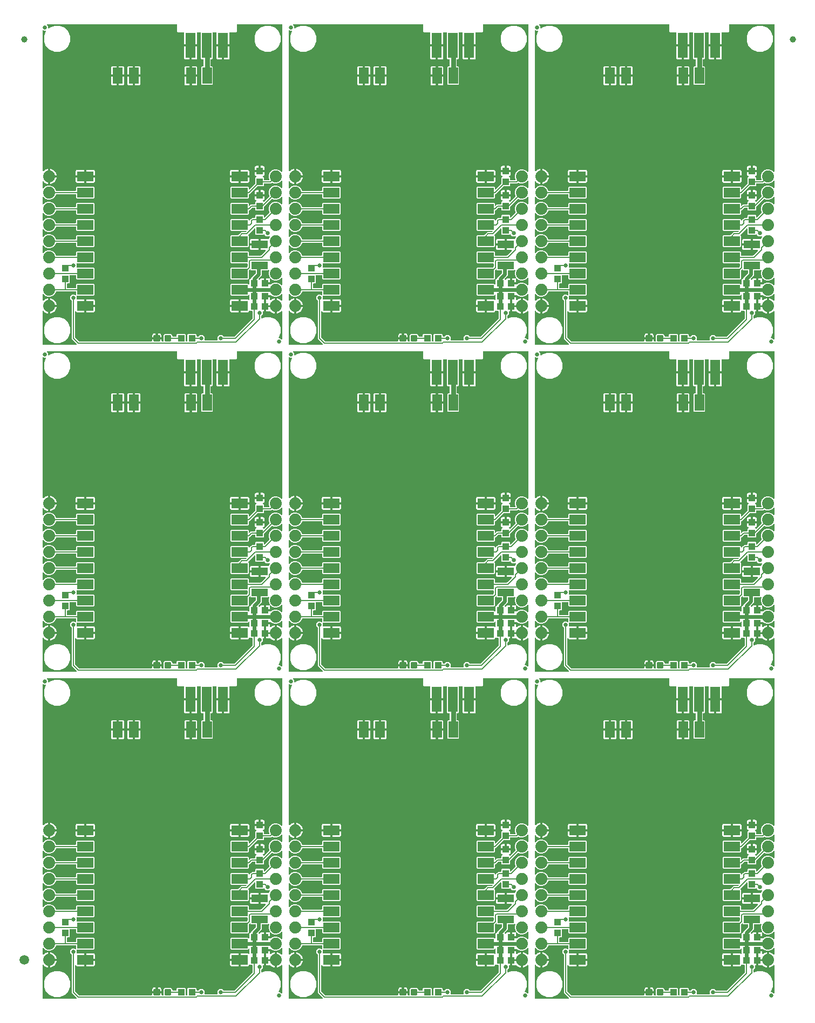
<source format=gtl>
G04 EAGLE Gerber RS-274X export*
G75*
%MOMM*%
%FSLAX34Y34*%
%LPD*%
%INTop Copper*%
%IPPOS*%
%AMOC8*
5,1,8,0,0,1.08239X$1,22.5*%
G01*
%ADD10C,0.635000*%
%ADD11R,1.100000X1.000000*%
%ADD12C,0.300000*%
%ADD13R,2.500000X1.500000*%
%ADD14R,1.500000X2.500000*%
%ADD15R,1.000000X1.100000*%
%ADD16R,1.500000X4.000000*%
%ADD17R,2.500000X1.200000*%
%ADD18C,1.879600*%
%ADD19C,1.000000*%
%ADD20C,1.500000*%
%ADD21C,0.177800*%
%ADD22C,0.660400*%
%ADD23C,0.558800*%
%ADD24C,0.739141*%

G36*
X945563Y1033876D02*
X945563Y1033876D01*
X945665Y1033884D01*
X945693Y1033896D01*
X945724Y1033901D01*
X945816Y1033945D01*
X945912Y1033983D01*
X945935Y1034003D01*
X945963Y1034016D01*
X946038Y1034086D01*
X946118Y1034151D01*
X946135Y1034177D01*
X946157Y1034198D01*
X946208Y1034287D01*
X946265Y1034372D01*
X946271Y1034396D01*
X946289Y1034428D01*
X946347Y1034688D01*
X946344Y1034726D01*
X946349Y1034749D01*
X946349Y1037083D01*
X953001Y1037083D01*
X953102Y1037098D01*
X953205Y1037107D01*
X953233Y1037118D01*
X953264Y1037123D01*
X953356Y1037167D01*
X953451Y1037206D01*
X953475Y1037225D01*
X953503Y1037238D01*
X953578Y1037308D01*
X953658Y1037373D01*
X953675Y1037399D01*
X953697Y1037420D01*
X953748Y1037509D01*
X953805Y1037594D01*
X953810Y1037618D01*
X953829Y1037650D01*
X953887Y1037910D01*
X953884Y1037948D01*
X953889Y1037971D01*
X953889Y1038861D01*
X953891Y1038861D01*
X953891Y1037971D01*
X953906Y1037870D01*
X953915Y1037767D01*
X953926Y1037739D01*
X953931Y1037708D01*
X953975Y1037616D01*
X954014Y1037521D01*
X954033Y1037497D01*
X954046Y1037469D01*
X954116Y1037394D01*
X954181Y1037314D01*
X954207Y1037297D01*
X954228Y1037275D01*
X954317Y1037224D01*
X954402Y1037167D01*
X954426Y1037161D01*
X954459Y1037143D01*
X954718Y1037085D01*
X954756Y1037088D01*
X954779Y1037083D01*
X961431Y1037083D01*
X961431Y1034749D01*
X961446Y1034647D01*
X961454Y1034545D01*
X961466Y1034517D01*
X961471Y1034486D01*
X961515Y1034394D01*
X961553Y1034298D01*
X961573Y1034275D01*
X961586Y1034247D01*
X961656Y1034172D01*
X961721Y1034092D01*
X961747Y1034075D01*
X961768Y1034053D01*
X961857Y1034002D01*
X961942Y1033945D01*
X961966Y1033939D01*
X961998Y1033921D01*
X962258Y1033863D01*
X962296Y1033866D01*
X962319Y1033861D01*
X963763Y1033861D01*
X963865Y1033876D01*
X963967Y1033884D01*
X963995Y1033896D01*
X964026Y1033901D01*
X964118Y1033945D01*
X964214Y1033983D01*
X964237Y1034003D01*
X964265Y1034016D01*
X964340Y1034086D01*
X964420Y1034151D01*
X964437Y1034177D01*
X964459Y1034198D01*
X964510Y1034287D01*
X964567Y1034372D01*
X964573Y1034396D01*
X964591Y1034428D01*
X964649Y1034688D01*
X964646Y1034726D01*
X964651Y1034749D01*
X964651Y1043718D01*
X966572Y1045639D01*
X976288Y1045639D01*
X978209Y1043718D01*
X978209Y1042416D01*
X978224Y1042314D01*
X978232Y1042212D01*
X978244Y1042184D01*
X978249Y1042153D01*
X978293Y1042061D01*
X978331Y1041965D01*
X978351Y1041942D01*
X978364Y1041914D01*
X978434Y1041839D01*
X978499Y1041759D01*
X978525Y1041742D01*
X978546Y1041720D01*
X978635Y1041669D01*
X978720Y1041612D01*
X978744Y1041606D01*
X978776Y1041588D01*
X979036Y1041530D01*
X979074Y1041533D01*
X979097Y1041528D01*
X984093Y1041528D01*
X984195Y1041543D01*
X984297Y1041551D01*
X984325Y1041563D01*
X984356Y1041568D01*
X984448Y1041612D01*
X984544Y1041650D01*
X984567Y1041670D01*
X984595Y1041683D01*
X984670Y1041753D01*
X984750Y1041818D01*
X984767Y1041844D01*
X984789Y1041865D01*
X984840Y1041954D01*
X984897Y1042039D01*
X984903Y1042063D01*
X984921Y1042095D01*
X984979Y1042355D01*
X984976Y1042393D01*
X984981Y1042416D01*
X984981Y1044597D01*
X986023Y1045639D01*
X998497Y1045639D01*
X999539Y1044597D01*
X999539Y1034749D01*
X999554Y1034647D01*
X999562Y1034545D01*
X999574Y1034517D01*
X999579Y1034486D01*
X999623Y1034394D01*
X999661Y1034298D01*
X999681Y1034275D01*
X999694Y1034247D01*
X999764Y1034172D01*
X999829Y1034092D01*
X999855Y1034075D01*
X999876Y1034053D01*
X999965Y1034002D01*
X1000050Y1033945D01*
X1000074Y1033939D01*
X1000106Y1033921D01*
X1000366Y1033863D01*
X1000404Y1033866D01*
X1000427Y1033861D01*
X1001093Y1033861D01*
X1001195Y1033876D01*
X1001297Y1033884D01*
X1001325Y1033896D01*
X1001356Y1033901D01*
X1001448Y1033945D01*
X1001544Y1033983D01*
X1001567Y1034003D01*
X1001595Y1034016D01*
X1001670Y1034086D01*
X1001750Y1034151D01*
X1001767Y1034177D01*
X1001789Y1034198D01*
X1001840Y1034287D01*
X1001897Y1034372D01*
X1001903Y1034396D01*
X1001921Y1034428D01*
X1001979Y1034688D01*
X1001976Y1034726D01*
X1001981Y1034749D01*
X1001981Y1044597D01*
X1003023Y1045639D01*
X1015497Y1045639D01*
X1016539Y1044597D01*
X1016539Y1042416D01*
X1016554Y1042314D01*
X1016562Y1042212D01*
X1016574Y1042184D01*
X1016579Y1042153D01*
X1016623Y1042061D01*
X1016661Y1041965D01*
X1016681Y1041942D01*
X1016694Y1041914D01*
X1016764Y1041839D01*
X1016829Y1041759D01*
X1016855Y1041742D01*
X1016876Y1041720D01*
X1016965Y1041669D01*
X1017050Y1041612D01*
X1017074Y1041606D01*
X1017106Y1041588D01*
X1017366Y1041530D01*
X1017404Y1041533D01*
X1017427Y1041528D01*
X1018735Y1041528D01*
X1018755Y1041531D01*
X1018776Y1041529D01*
X1018887Y1041551D01*
X1018997Y1041568D01*
X1019016Y1041577D01*
X1019037Y1041581D01*
X1019075Y1041605D01*
X1019237Y1041683D01*
X1019319Y1041760D01*
X1019363Y1041788D01*
X1021515Y1043941D01*
X1025725Y1043941D01*
X1028701Y1040965D01*
X1028701Y1036756D01*
X1028639Y1036694D01*
X1028609Y1036653D01*
X1028571Y1036617D01*
X1028530Y1036546D01*
X1028482Y1036480D01*
X1028465Y1036431D01*
X1028439Y1036387D01*
X1028421Y1036307D01*
X1028394Y1036229D01*
X1028392Y1036177D01*
X1028381Y1036127D01*
X1028388Y1036045D01*
X1028385Y1035963D01*
X1028399Y1035914D01*
X1028403Y1035862D01*
X1028433Y1035786D01*
X1028455Y1035707D01*
X1028483Y1035663D01*
X1028502Y1035615D01*
X1028554Y1035552D01*
X1028598Y1035483D01*
X1028637Y1035449D01*
X1028669Y1035409D01*
X1028738Y1035364D01*
X1028800Y1035311D01*
X1028848Y1035290D01*
X1028891Y1035262D01*
X1028941Y1035250D01*
X1029045Y1035206D01*
X1029223Y1035188D01*
X1029267Y1035178D01*
X1048453Y1035178D01*
X1048504Y1035185D01*
X1048555Y1035184D01*
X1048634Y1035205D01*
X1048715Y1035218D01*
X1048762Y1035240D01*
X1048812Y1035254D01*
X1048881Y1035298D01*
X1048955Y1035333D01*
X1048992Y1035369D01*
X1049036Y1035396D01*
X1049089Y1035459D01*
X1049149Y1035515D01*
X1049175Y1035560D01*
X1049208Y1035599D01*
X1049240Y1035674D01*
X1049281Y1035745D01*
X1049292Y1035796D01*
X1049312Y1035843D01*
X1049321Y1035925D01*
X1049339Y1036005D01*
X1049335Y1036056D01*
X1049340Y1036108D01*
X1049324Y1036188D01*
X1049317Y1036270D01*
X1049298Y1036318D01*
X1049288Y1036368D01*
X1049260Y1036412D01*
X1049218Y1036517D01*
X1049105Y1036656D01*
X1049081Y1036694D01*
X1049019Y1036756D01*
X1049019Y1040965D01*
X1051995Y1043941D01*
X1056205Y1043941D01*
X1058357Y1041788D01*
X1058374Y1041775D01*
X1058388Y1041759D01*
X1058481Y1041697D01*
X1058571Y1041630D01*
X1058591Y1041623D01*
X1058609Y1041612D01*
X1058653Y1041602D01*
X1058822Y1041543D01*
X1058935Y1041539D01*
X1058985Y1041528D01*
X1075487Y1041528D01*
X1075508Y1041531D01*
X1075529Y1041529D01*
X1075639Y1041551D01*
X1075750Y1041568D01*
X1075769Y1041577D01*
X1075789Y1041581D01*
X1075828Y1041605D01*
X1075989Y1041683D01*
X1076072Y1041760D01*
X1076115Y1041788D01*
X1103632Y1069305D01*
X1103645Y1069322D01*
X1103661Y1069335D01*
X1103723Y1069429D01*
X1103790Y1069519D01*
X1103797Y1069539D01*
X1103808Y1069556D01*
X1103818Y1069601D01*
X1103877Y1069770D01*
X1103881Y1069883D01*
X1103892Y1069933D01*
X1103892Y1080723D01*
X1103877Y1080824D01*
X1103869Y1080927D01*
X1103857Y1080955D01*
X1103852Y1080986D01*
X1103808Y1081078D01*
X1103770Y1081174D01*
X1103750Y1081197D01*
X1103737Y1081225D01*
X1103667Y1081300D01*
X1103602Y1081380D01*
X1103576Y1081397D01*
X1103555Y1081419D01*
X1103466Y1081470D01*
X1103381Y1081527D01*
X1103357Y1081533D01*
X1103325Y1081551D01*
X1103065Y1081609D01*
X1103027Y1081606D01*
X1103004Y1081611D01*
X1100323Y1081611D01*
X1100065Y1081869D01*
X1100010Y1081910D01*
X1099961Y1081959D01*
X1099903Y1081989D01*
X1099851Y1082027D01*
X1099786Y1082050D01*
X1099725Y1082082D01*
X1099661Y1082093D01*
X1099600Y1082115D01*
X1099531Y1082117D01*
X1099464Y1082129D01*
X1099399Y1082121D01*
X1099334Y1082124D01*
X1099268Y1082106D01*
X1099200Y1082097D01*
X1099141Y1082071D01*
X1099078Y1082054D01*
X1099020Y1082017D01*
X1098957Y1081989D01*
X1098908Y1081946D01*
X1098854Y1081911D01*
X1098809Y1081859D01*
X1098758Y1081813D01*
X1098737Y1081773D01*
X1098682Y1081709D01*
X1098585Y1081484D01*
X1098579Y1081471D01*
X1098528Y1081279D01*
X1098193Y1080700D01*
X1097720Y1080227D01*
X1097141Y1079892D01*
X1096495Y1079719D01*
X1085437Y1079719D01*
X1085437Y1088871D01*
X1085422Y1088972D01*
X1085413Y1089075D01*
X1085402Y1089103D01*
X1085397Y1089134D01*
X1085353Y1089226D01*
X1085314Y1089321D01*
X1085295Y1089345D01*
X1085282Y1089373D01*
X1085212Y1089448D01*
X1085147Y1089528D01*
X1085121Y1089545D01*
X1085100Y1089567D01*
X1085011Y1089618D01*
X1084926Y1089675D01*
X1084902Y1089680D01*
X1084869Y1089699D01*
X1084610Y1089757D01*
X1084572Y1089754D01*
X1084549Y1089759D01*
X1083659Y1089759D01*
X1083659Y1089761D01*
X1084549Y1089761D01*
X1084650Y1089776D01*
X1084753Y1089785D01*
X1084781Y1089796D01*
X1084812Y1089801D01*
X1084904Y1089845D01*
X1084999Y1089884D01*
X1085023Y1089903D01*
X1085051Y1089916D01*
X1085126Y1089986D01*
X1085206Y1090051D01*
X1085223Y1090077D01*
X1085245Y1090098D01*
X1085296Y1090187D01*
X1085353Y1090272D01*
X1085358Y1090296D01*
X1085377Y1090329D01*
X1085435Y1090588D01*
X1085432Y1090626D01*
X1085437Y1090649D01*
X1085437Y1099801D01*
X1096495Y1099801D01*
X1097141Y1099628D01*
X1097720Y1099293D01*
X1097765Y1099248D01*
X1097806Y1099218D01*
X1097842Y1099180D01*
X1097913Y1099139D01*
X1097979Y1099091D01*
X1098028Y1099074D01*
X1098072Y1099048D01*
X1098152Y1099030D01*
X1098230Y1099003D01*
X1098281Y1099001D01*
X1098332Y1098990D01*
X1098414Y1098997D01*
X1098496Y1098994D01*
X1098545Y1099008D01*
X1098597Y1099012D01*
X1098673Y1099042D01*
X1098752Y1099064D01*
X1098795Y1099091D01*
X1098844Y1099111D01*
X1098907Y1099163D01*
X1098976Y1099206D01*
X1099010Y1099246D01*
X1099050Y1099278D01*
X1099095Y1099347D01*
X1099148Y1099409D01*
X1099169Y1099456D01*
X1099197Y1099499D01*
X1099209Y1099550D01*
X1099253Y1099653D01*
X1099271Y1099832D01*
X1099281Y1099876D01*
X1099281Y1106121D01*
X1099274Y1106172D01*
X1099275Y1106224D01*
X1099254Y1106303D01*
X1099241Y1106384D01*
X1099219Y1106431D01*
X1099205Y1106480D01*
X1099161Y1106550D01*
X1099126Y1106623D01*
X1099091Y1106661D01*
X1099063Y1106705D01*
X1099000Y1106758D01*
X1098944Y1106818D01*
X1098900Y1106843D01*
X1098860Y1106877D01*
X1098785Y1106909D01*
X1098714Y1106950D01*
X1098663Y1106961D01*
X1098616Y1106981D01*
X1098534Y1106990D01*
X1098454Y1107008D01*
X1098403Y1107003D01*
X1098351Y1107009D01*
X1098271Y1106993D01*
X1098189Y1106986D01*
X1098141Y1106967D01*
X1098091Y1106957D01*
X1098047Y1106929D01*
X1097942Y1106887D01*
X1097803Y1106774D01*
X1097765Y1106749D01*
X1096897Y1105881D01*
X1070423Y1105881D01*
X1069381Y1106923D01*
X1069381Y1123397D01*
X1070423Y1124439D01*
X1096897Y1124439D01*
X1097765Y1123571D01*
X1097806Y1123540D01*
X1097842Y1123502D01*
X1097913Y1123462D01*
X1097979Y1123413D01*
X1098028Y1123396D01*
X1098072Y1123370D01*
X1098152Y1123352D01*
X1098230Y1123325D01*
X1098282Y1123324D01*
X1098332Y1123312D01*
X1098414Y1123319D01*
X1098496Y1123316D01*
X1098545Y1123330D01*
X1098597Y1123334D01*
X1098673Y1123365D01*
X1098752Y1123386D01*
X1098796Y1123414D01*
X1098844Y1123433D01*
X1098907Y1123485D01*
X1098976Y1123529D01*
X1099010Y1123568D01*
X1099050Y1123601D01*
X1099095Y1123669D01*
X1099148Y1123731D01*
X1099169Y1123779D01*
X1099197Y1123822D01*
X1099209Y1123872D01*
X1099253Y1123976D01*
X1099271Y1124154D01*
X1099281Y1124199D01*
X1099281Y1130957D01*
X1100323Y1131999D01*
X1101099Y1131999D01*
X1101201Y1132014D01*
X1101303Y1132022D01*
X1101331Y1132034D01*
X1101362Y1132039D01*
X1101454Y1132083D01*
X1101550Y1132121D01*
X1101573Y1132141D01*
X1101601Y1132154D01*
X1101676Y1132224D01*
X1101756Y1132289D01*
X1101773Y1132315D01*
X1101795Y1132336D01*
X1101846Y1132425D01*
X1101903Y1132510D01*
X1101909Y1132534D01*
X1101927Y1132566D01*
X1101985Y1132826D01*
X1101982Y1132864D01*
X1101987Y1132887D01*
X1101987Y1133854D01*
X1108967Y1140834D01*
X1108980Y1140851D01*
X1108996Y1140864D01*
X1109058Y1140958D01*
X1109125Y1141048D01*
X1109132Y1141068D01*
X1109143Y1141085D01*
X1109153Y1141130D01*
X1109212Y1141299D01*
X1109216Y1141406D01*
X1109225Y1141447D01*
X1109225Y1141451D01*
X1109227Y1141462D01*
X1109227Y1144503D01*
X1109212Y1144605D01*
X1109204Y1144707D01*
X1109192Y1144735D01*
X1109187Y1144766D01*
X1109143Y1144858D01*
X1109105Y1144954D01*
X1109085Y1144977D01*
X1109072Y1145005D01*
X1109002Y1145080D01*
X1108937Y1145160D01*
X1108911Y1145177D01*
X1108890Y1145199D01*
X1108801Y1145250D01*
X1108716Y1145307D01*
X1108692Y1145313D01*
X1108660Y1145331D01*
X1108400Y1145389D01*
X1108362Y1145386D01*
X1108339Y1145391D01*
X1101823Y1145391D01*
X1100668Y1146547D01*
X1100585Y1146608D01*
X1100507Y1146674D01*
X1100478Y1146686D01*
X1100454Y1146705D01*
X1100357Y1146738D01*
X1100262Y1146779D01*
X1100232Y1146782D01*
X1100203Y1146792D01*
X1100100Y1146796D01*
X1099998Y1146806D01*
X1099968Y1146800D01*
X1099937Y1146801D01*
X1099838Y1146774D01*
X1099737Y1146754D01*
X1099717Y1146741D01*
X1099680Y1146731D01*
X1099456Y1146589D01*
X1099431Y1146560D01*
X1099411Y1146547D01*
X1098199Y1145334D01*
X1098186Y1145318D01*
X1098170Y1145304D01*
X1098108Y1145211D01*
X1098041Y1145120D01*
X1098034Y1145101D01*
X1098023Y1145083D01*
X1098013Y1145039D01*
X1097954Y1144869D01*
X1097950Y1144757D01*
X1097939Y1144706D01*
X1097939Y1132323D01*
X1096897Y1131281D01*
X1070423Y1131281D01*
X1069381Y1132323D01*
X1069381Y1148797D01*
X1070423Y1149839D01*
X1094790Y1149839D01*
X1094810Y1149842D01*
X1094831Y1149840D01*
X1094942Y1149862D01*
X1095053Y1149879D01*
X1095071Y1149888D01*
X1095092Y1149892D01*
X1095131Y1149916D01*
X1095292Y1149994D01*
X1095374Y1150071D01*
X1095418Y1150099D01*
X1095899Y1150580D01*
X1095912Y1150597D01*
X1095928Y1150610D01*
X1095990Y1150704D01*
X1096057Y1150794D01*
X1096064Y1150814D01*
X1096075Y1150831D01*
X1096085Y1150876D01*
X1096144Y1151045D01*
X1096148Y1151158D01*
X1096159Y1151208D01*
X1096159Y1155793D01*
X1096144Y1155895D01*
X1096136Y1155997D01*
X1096124Y1156025D01*
X1096119Y1156056D01*
X1096075Y1156148D01*
X1096037Y1156244D01*
X1096017Y1156267D01*
X1096004Y1156295D01*
X1095934Y1156370D01*
X1095869Y1156450D01*
X1095843Y1156467D01*
X1095822Y1156489D01*
X1095733Y1156540D01*
X1095648Y1156597D01*
X1095624Y1156603D01*
X1095592Y1156621D01*
X1095332Y1156679D01*
X1095294Y1156676D01*
X1095271Y1156681D01*
X1070423Y1156681D01*
X1069381Y1157723D01*
X1069381Y1174197D01*
X1070423Y1175239D01*
X1096897Y1175239D01*
X1097939Y1174197D01*
X1097939Y1169516D01*
X1097954Y1169414D01*
X1097962Y1169312D01*
X1097974Y1169284D01*
X1097979Y1169253D01*
X1098023Y1169161D01*
X1098061Y1169065D01*
X1098081Y1169042D01*
X1098094Y1169014D01*
X1098164Y1168939D01*
X1098229Y1168859D01*
X1098255Y1168842D01*
X1098276Y1168820D01*
X1098365Y1168769D01*
X1098450Y1168712D01*
X1098474Y1168706D01*
X1098506Y1168688D01*
X1098766Y1168630D01*
X1098804Y1168633D01*
X1098827Y1168628D01*
X1116919Y1168628D01*
X1116939Y1168631D01*
X1116960Y1168629D01*
X1117071Y1168651D01*
X1117182Y1168668D01*
X1117200Y1168677D01*
X1117221Y1168681D01*
X1117260Y1168705D01*
X1117421Y1168783D01*
X1117503Y1168860D01*
X1117547Y1168888D01*
X1124772Y1176113D01*
X1124803Y1176155D01*
X1124840Y1176190D01*
X1124881Y1176261D01*
X1124930Y1176327D01*
X1124947Y1176376D01*
X1124972Y1176420D01*
X1124990Y1176500D01*
X1125017Y1176578D01*
X1125019Y1176630D01*
X1125030Y1176680D01*
X1125023Y1176762D01*
X1125026Y1176844D01*
X1125013Y1176893D01*
X1125008Y1176945D01*
X1124978Y1177021D01*
X1124956Y1177100D01*
X1124929Y1177144D01*
X1124909Y1177192D01*
X1124858Y1177255D01*
X1124814Y1177324D01*
X1124774Y1177358D01*
X1124742Y1177398D01*
X1124673Y1177443D01*
X1124611Y1177496D01*
X1124563Y1177517D01*
X1124521Y1177545D01*
X1124470Y1177557D01*
X1124367Y1177601D01*
X1124188Y1177619D01*
X1124144Y1177629D01*
X1116837Y1177629D01*
X1116837Y1185281D01*
X1116822Y1185382D01*
X1116813Y1185485D01*
X1116802Y1185513D01*
X1116797Y1185544D01*
X1116753Y1185636D01*
X1116714Y1185731D01*
X1116695Y1185755D01*
X1116682Y1185783D01*
X1116612Y1185858D01*
X1116547Y1185938D01*
X1116521Y1185955D01*
X1116500Y1185977D01*
X1116411Y1186028D01*
X1116326Y1186085D01*
X1116302Y1186090D01*
X1116269Y1186109D01*
X1116010Y1186167D01*
X1115972Y1186164D01*
X1115949Y1186169D01*
X1115059Y1186169D01*
X1115059Y1186171D01*
X1115949Y1186171D01*
X1116050Y1186186D01*
X1116153Y1186195D01*
X1116181Y1186206D01*
X1116212Y1186211D01*
X1116304Y1186255D01*
X1116399Y1186294D01*
X1116423Y1186313D01*
X1116451Y1186326D01*
X1116526Y1186396D01*
X1116606Y1186461D01*
X1116623Y1186487D01*
X1116645Y1186508D01*
X1116696Y1186597D01*
X1116753Y1186682D01*
X1116758Y1186706D01*
X1116777Y1186739D01*
X1116835Y1186998D01*
X1116832Y1187036D01*
X1116837Y1187059D01*
X1116837Y1194711D01*
X1127895Y1194711D01*
X1128541Y1194538D01*
X1128615Y1194495D01*
X1128641Y1194484D01*
X1128664Y1194468D01*
X1128764Y1194436D01*
X1128863Y1194398D01*
X1128890Y1194396D01*
X1128917Y1194387D01*
X1129023Y1194386D01*
X1129128Y1194378D01*
X1129155Y1194384D01*
X1129183Y1194384D01*
X1129284Y1194414D01*
X1129387Y1194438D01*
X1129411Y1194452D01*
X1129437Y1194460D01*
X1129525Y1194519D01*
X1129616Y1194572D01*
X1129635Y1194592D01*
X1129658Y1194608D01*
X1129687Y1194649D01*
X1129796Y1194768D01*
X1129850Y1194881D01*
X1129880Y1194924D01*
X1131010Y1197651D01*
X1131012Y1197661D01*
X1131017Y1197670D01*
X1131044Y1197790D01*
X1131074Y1197909D01*
X1131073Y1197920D01*
X1131075Y1197930D01*
X1131065Y1198052D01*
X1131058Y1198175D01*
X1131054Y1198184D01*
X1131054Y1198195D01*
X1131008Y1198309D01*
X1130965Y1198423D01*
X1130959Y1198432D01*
X1130955Y1198442D01*
X1130877Y1198537D01*
X1130802Y1198634D01*
X1130794Y1198640D01*
X1130787Y1198648D01*
X1130685Y1198716D01*
X1130585Y1198786D01*
X1130575Y1198790D01*
X1130566Y1198795D01*
X1130535Y1198802D01*
X1130332Y1198868D01*
X1130236Y1198869D01*
X1130189Y1198879D01*
X1125655Y1198879D01*
X1122853Y1201682D01*
X1122771Y1201742D01*
X1122692Y1201809D01*
X1122664Y1201821D01*
X1122639Y1201839D01*
X1122542Y1201873D01*
X1122448Y1201913D01*
X1122417Y1201916D01*
X1122388Y1201927D01*
X1122286Y1201930D01*
X1122183Y1201941D01*
X1122153Y1201935D01*
X1122123Y1201936D01*
X1122024Y1201909D01*
X1121923Y1201889D01*
X1121903Y1201876D01*
X1121866Y1201866D01*
X1121642Y1201723D01*
X1121617Y1201694D01*
X1121597Y1201682D01*
X1120797Y1200881D01*
X1109323Y1200881D01*
X1108281Y1201923D01*
X1108281Y1210314D01*
X1108274Y1210365D01*
X1108275Y1210417D01*
X1108254Y1210496D01*
X1108241Y1210577D01*
X1108219Y1210623D01*
X1108205Y1210673D01*
X1108161Y1210742D01*
X1108126Y1210816D01*
X1108091Y1210854D01*
X1108063Y1210898D01*
X1108000Y1210951D01*
X1107944Y1211011D01*
X1107900Y1211036D01*
X1107860Y1211070D01*
X1107785Y1211102D01*
X1107714Y1211142D01*
X1107663Y1211154D01*
X1107616Y1211174D01*
X1107534Y1211182D01*
X1107454Y1211200D01*
X1107403Y1211196D01*
X1107351Y1211201D01*
X1107271Y1211185D01*
X1107189Y1211179D01*
X1107141Y1211159D01*
X1107091Y1211149D01*
X1107047Y1211122D01*
X1106942Y1211080D01*
X1106803Y1210967D01*
X1106765Y1210942D01*
X1097307Y1201484D01*
X1097246Y1201402D01*
X1097180Y1201324D01*
X1097168Y1201295D01*
X1097149Y1201270D01*
X1097116Y1201173D01*
X1097075Y1201079D01*
X1097072Y1201048D01*
X1097062Y1201019D01*
X1097059Y1200917D01*
X1097048Y1200815D01*
X1097054Y1200784D01*
X1097053Y1200754D01*
X1097080Y1200655D01*
X1097100Y1200554D01*
X1097113Y1200534D01*
X1097123Y1200497D01*
X1097265Y1200273D01*
X1097294Y1200248D01*
X1097307Y1200228D01*
X1097939Y1199597D01*
X1097939Y1183123D01*
X1096897Y1182081D01*
X1070423Y1182081D01*
X1069381Y1183123D01*
X1069381Y1199597D01*
X1070423Y1200639D01*
X1081178Y1200639D01*
X1081199Y1200642D01*
X1081220Y1200640D01*
X1081330Y1200662D01*
X1081441Y1200679D01*
X1081460Y1200688D01*
X1081480Y1200692D01*
X1081519Y1200716D01*
X1081680Y1200794D01*
X1081763Y1200871D01*
X1081806Y1200899D01*
X1086365Y1205458D01*
X1093367Y1205458D01*
X1093388Y1205461D01*
X1093409Y1205459D01*
X1093519Y1205481D01*
X1093630Y1205498D01*
X1093649Y1205507D01*
X1093669Y1205511D01*
X1093708Y1205535D01*
X1093869Y1205613D01*
X1093952Y1205690D01*
X1093995Y1205718D01*
X1094242Y1205965D01*
X1094273Y1206006D01*
X1094311Y1206042D01*
X1094351Y1206113D01*
X1094400Y1206179D01*
X1094417Y1206228D01*
X1094442Y1206272D01*
X1094460Y1206352D01*
X1094487Y1206430D01*
X1094489Y1206482D01*
X1094500Y1206532D01*
X1094494Y1206614D01*
X1094496Y1206696D01*
X1094483Y1206745D01*
X1094479Y1206797D01*
X1094448Y1206873D01*
X1094427Y1206952D01*
X1094399Y1206996D01*
X1094380Y1207044D01*
X1094328Y1207107D01*
X1094284Y1207176D01*
X1094245Y1207210D01*
X1094212Y1207250D01*
X1094144Y1207295D01*
X1094081Y1207348D01*
X1094034Y1207369D01*
X1093991Y1207397D01*
X1093940Y1207409D01*
X1093837Y1207453D01*
X1093659Y1207471D01*
X1093614Y1207481D01*
X1070423Y1207481D01*
X1069381Y1208523D01*
X1069381Y1224997D01*
X1070423Y1226039D01*
X1096897Y1226039D01*
X1097939Y1224997D01*
X1097939Y1224506D01*
X1097946Y1224455D01*
X1097945Y1224403D01*
X1097966Y1224324D01*
X1097979Y1224243D01*
X1098001Y1224197D01*
X1098015Y1224147D01*
X1098059Y1224078D01*
X1098094Y1224004D01*
X1098129Y1223966D01*
X1098157Y1223922D01*
X1098220Y1223869D01*
X1098276Y1223809D01*
X1098320Y1223784D01*
X1098360Y1223750D01*
X1098435Y1223718D01*
X1098506Y1223678D01*
X1098557Y1223666D01*
X1098604Y1223646D01*
X1098686Y1223638D01*
X1098766Y1223620D01*
X1098817Y1223624D01*
X1098869Y1223619D01*
X1098949Y1223635D01*
X1099031Y1223641D01*
X1099079Y1223661D01*
X1099129Y1223671D01*
X1099173Y1223698D01*
X1099278Y1223740D01*
X1099417Y1223853D01*
X1099455Y1223878D01*
X1101582Y1226005D01*
X1103405Y1227828D01*
X1107393Y1227828D01*
X1107495Y1227843D01*
X1107597Y1227851D01*
X1107625Y1227863D01*
X1107656Y1227868D01*
X1107748Y1227912D01*
X1107844Y1227950D01*
X1107867Y1227970D01*
X1107895Y1227983D01*
X1107970Y1228053D01*
X1108050Y1228118D01*
X1108067Y1228144D01*
X1108089Y1228165D01*
X1108140Y1228254D01*
X1108197Y1228339D01*
X1108203Y1228363D01*
X1108221Y1228395D01*
X1108279Y1228655D01*
X1108276Y1228693D01*
X1108281Y1228716D01*
X1108281Y1231397D01*
X1109323Y1232439D01*
X1120797Y1232439D01*
X1121839Y1231397D01*
X1121839Y1229356D01*
X1121846Y1229305D01*
X1121845Y1229253D01*
X1121866Y1229174D01*
X1121879Y1229093D01*
X1121901Y1229047D01*
X1121915Y1228997D01*
X1121959Y1228928D01*
X1121994Y1228854D01*
X1122029Y1228816D01*
X1122057Y1228772D01*
X1122120Y1228719D01*
X1122176Y1228659D01*
X1122220Y1228634D01*
X1122260Y1228600D01*
X1122335Y1228568D01*
X1122406Y1228528D01*
X1122457Y1228516D01*
X1122504Y1228496D01*
X1122586Y1228488D01*
X1122666Y1228470D01*
X1122717Y1228474D01*
X1122769Y1228469D01*
X1122849Y1228485D01*
X1122931Y1228491D01*
X1122979Y1228511D01*
X1123029Y1228521D01*
X1123073Y1228548D01*
X1123178Y1228590D01*
X1123317Y1228703D01*
X1123355Y1228728D01*
X1130381Y1235754D01*
X1130418Y1235804D01*
X1130462Y1235847D01*
X1130496Y1235910D01*
X1130539Y1235968D01*
X1130559Y1236026D01*
X1130589Y1236081D01*
X1130603Y1236151D01*
X1130626Y1236219D01*
X1130628Y1236281D01*
X1130640Y1236342D01*
X1130632Y1236389D01*
X1130635Y1236484D01*
X1130579Y1236691D01*
X1130574Y1236722D01*
X1129283Y1239837D01*
X1129283Y1244283D01*
X1130985Y1248391D01*
X1134129Y1251535D01*
X1138237Y1253237D01*
X1142683Y1253237D01*
X1146791Y1251535D01*
X1149103Y1249223D01*
X1149109Y1249219D01*
X1149110Y1249218D01*
X1149114Y1249215D01*
X1149144Y1249193D01*
X1149180Y1249155D01*
X1149251Y1249114D01*
X1149317Y1249066D01*
X1149366Y1249049D01*
X1149410Y1249023D01*
X1149490Y1249005D01*
X1149568Y1248978D01*
X1149620Y1248976D01*
X1149670Y1248965D01*
X1149752Y1248972D01*
X1149834Y1248969D01*
X1149883Y1248983D01*
X1149935Y1248987D01*
X1150011Y1249017D01*
X1150090Y1249039D01*
X1150134Y1249067D01*
X1150182Y1249086D01*
X1150245Y1249138D01*
X1150314Y1249182D01*
X1150348Y1249221D01*
X1150388Y1249253D01*
X1150433Y1249322D01*
X1150486Y1249384D01*
X1150507Y1249432D01*
X1150535Y1249475D01*
X1150547Y1249525D01*
X1150559Y1249553D01*
X1150559Y1249554D01*
X1150560Y1249555D01*
X1150591Y1249629D01*
X1150604Y1249754D01*
X1150617Y1249814D01*
X1150615Y1249834D01*
X1150619Y1249851D01*
X1150619Y1259669D01*
X1150612Y1259720D01*
X1150613Y1259771D01*
X1150597Y1259831D01*
X1150596Y1259850D01*
X1150590Y1259864D01*
X1150579Y1259931D01*
X1150557Y1259978D01*
X1150543Y1260028D01*
X1150499Y1260097D01*
X1150464Y1260171D01*
X1150429Y1260208D01*
X1150401Y1260252D01*
X1150338Y1260305D01*
X1150282Y1260365D01*
X1150238Y1260391D01*
X1150198Y1260424D01*
X1150123Y1260456D01*
X1150052Y1260497D01*
X1150001Y1260508D01*
X1149954Y1260528D01*
X1149872Y1260537D01*
X1149792Y1260555D01*
X1149741Y1260551D01*
X1149689Y1260556D01*
X1149609Y1260540D01*
X1149527Y1260533D01*
X1149479Y1260514D01*
X1149429Y1260504D01*
X1149385Y1260476D01*
X1149280Y1260434D01*
X1149221Y1260386D01*
X1149206Y1260378D01*
X1149166Y1260341D01*
X1149141Y1260321D01*
X1149103Y1260297D01*
X1146791Y1257985D01*
X1142683Y1256283D01*
X1138237Y1256283D01*
X1135122Y1257574D01*
X1135062Y1257588D01*
X1135005Y1257613D01*
X1134933Y1257620D01*
X1134864Y1257637D01*
X1134802Y1257634D01*
X1134740Y1257640D01*
X1134670Y1257626D01*
X1134598Y1257622D01*
X1134540Y1257600D01*
X1134479Y1257588D01*
X1134439Y1257562D01*
X1134349Y1257529D01*
X1134180Y1257398D01*
X1134154Y1257381D01*
X1122188Y1245415D01*
X1122099Y1245326D01*
X1122087Y1245309D01*
X1122070Y1245296D01*
X1122008Y1245202D01*
X1121941Y1245112D01*
X1121934Y1245092D01*
X1121923Y1245075D01*
X1121913Y1245030D01*
X1121854Y1244861D01*
X1121850Y1244749D01*
X1121839Y1244698D01*
X1121839Y1240023D01*
X1120797Y1238981D01*
X1109323Y1238981D01*
X1108281Y1240023D01*
X1108281Y1242704D01*
X1108266Y1242806D01*
X1108258Y1242908D01*
X1108246Y1242936D01*
X1108241Y1242967D01*
X1108197Y1243059D01*
X1108159Y1243155D01*
X1108139Y1243178D01*
X1108126Y1243206D01*
X1108056Y1243281D01*
X1107991Y1243361D01*
X1107965Y1243378D01*
X1107944Y1243400D01*
X1107855Y1243451D01*
X1107770Y1243508D01*
X1107746Y1243514D01*
X1107714Y1243532D01*
X1107454Y1243590D01*
X1107416Y1243587D01*
X1107393Y1243592D01*
X1104223Y1243592D01*
X1104202Y1243589D01*
X1104181Y1243591D01*
X1104071Y1243569D01*
X1103960Y1243552D01*
X1103941Y1243543D01*
X1103921Y1243539D01*
X1103882Y1243515D01*
X1103721Y1243437D01*
X1103638Y1243360D01*
X1103595Y1243332D01*
X1099755Y1239492D01*
X1098827Y1239492D01*
X1098725Y1239477D01*
X1098623Y1239469D01*
X1098595Y1239457D01*
X1098564Y1239452D01*
X1098472Y1239408D01*
X1098376Y1239370D01*
X1098353Y1239350D01*
X1098325Y1239337D01*
X1098250Y1239267D01*
X1098170Y1239202D01*
X1098153Y1239176D01*
X1098131Y1239155D01*
X1098080Y1239066D01*
X1098023Y1238981D01*
X1098017Y1238957D01*
X1097999Y1238925D01*
X1097941Y1238665D01*
X1097944Y1238627D01*
X1097939Y1238604D01*
X1097939Y1233923D01*
X1096897Y1232881D01*
X1070423Y1232881D01*
X1069381Y1233923D01*
X1069381Y1250397D01*
X1070423Y1251439D01*
X1096897Y1251439D01*
X1097939Y1250397D01*
X1097939Y1247366D01*
X1097946Y1247315D01*
X1097945Y1247263D01*
X1097966Y1247184D01*
X1097979Y1247103D01*
X1098001Y1247057D01*
X1098015Y1247007D01*
X1098059Y1246938D01*
X1098094Y1246864D01*
X1098129Y1246826D01*
X1098157Y1246782D01*
X1098220Y1246729D01*
X1098276Y1246669D01*
X1098320Y1246644D01*
X1098360Y1246610D01*
X1098435Y1246578D01*
X1098506Y1246538D01*
X1098557Y1246526D01*
X1098604Y1246506D01*
X1098686Y1246498D01*
X1098766Y1246480D01*
X1098817Y1246484D01*
X1098869Y1246479D01*
X1098949Y1246495D01*
X1099031Y1246501D01*
X1099079Y1246521D01*
X1099129Y1246531D01*
X1099173Y1246558D01*
X1099278Y1246600D01*
X1099417Y1246713D01*
X1099455Y1246738D01*
X1101645Y1248928D01*
X1107393Y1248928D01*
X1107495Y1248943D01*
X1107597Y1248951D01*
X1107625Y1248963D01*
X1107656Y1248968D01*
X1107748Y1249012D01*
X1107844Y1249050D01*
X1107867Y1249070D01*
X1107895Y1249083D01*
X1107970Y1249153D01*
X1108050Y1249218D01*
X1108067Y1249244D01*
X1108089Y1249265D01*
X1108140Y1249354D01*
X1108197Y1249439D01*
X1108203Y1249463D01*
X1108221Y1249495D01*
X1108279Y1249755D01*
X1108276Y1249793D01*
X1108281Y1249816D01*
X1108281Y1252497D01*
X1109333Y1253549D01*
X1109399Y1253561D01*
X1109513Y1253579D01*
X1109529Y1253586D01*
X1109546Y1253589D01*
X1109648Y1253644D01*
X1109753Y1253694D01*
X1109765Y1253706D01*
X1109781Y1253714D01*
X1109862Y1253796D01*
X1109947Y1253876D01*
X1109956Y1253891D01*
X1109968Y1253903D01*
X1110021Y1254006D01*
X1110079Y1254106D01*
X1110083Y1254123D01*
X1110091Y1254139D01*
X1110111Y1254253D01*
X1110137Y1254366D01*
X1110135Y1254383D01*
X1110138Y1254400D01*
X1110124Y1254515D01*
X1110115Y1254631D01*
X1110109Y1254647D01*
X1110107Y1254664D01*
X1110059Y1254770D01*
X1110016Y1254878D01*
X1110005Y1254891D01*
X1109998Y1254907D01*
X1109922Y1254994D01*
X1109848Y1255084D01*
X1109834Y1255093D01*
X1109823Y1255106D01*
X1109786Y1255126D01*
X1109627Y1255231D01*
X1109550Y1255248D01*
X1109480Y1255285D01*
X1109079Y1255392D01*
X1108500Y1255727D01*
X1108027Y1256200D01*
X1107692Y1256779D01*
X1107519Y1257425D01*
X1107519Y1261483D01*
X1114171Y1261483D01*
X1114272Y1261498D01*
X1114375Y1261507D01*
X1114403Y1261518D01*
X1114434Y1261523D01*
X1114526Y1261567D01*
X1114621Y1261606D01*
X1114645Y1261625D01*
X1114673Y1261638D01*
X1114748Y1261708D01*
X1114828Y1261773D01*
X1114845Y1261799D01*
X1114867Y1261820D01*
X1114918Y1261909D01*
X1114975Y1261994D01*
X1114980Y1262018D01*
X1114999Y1262050D01*
X1115057Y1262310D01*
X1115054Y1262348D01*
X1115059Y1262371D01*
X1115059Y1263261D01*
X1115061Y1263261D01*
X1115061Y1262371D01*
X1115076Y1262270D01*
X1115085Y1262167D01*
X1115096Y1262139D01*
X1115101Y1262108D01*
X1115145Y1262016D01*
X1115184Y1261921D01*
X1115203Y1261897D01*
X1115216Y1261869D01*
X1115286Y1261794D01*
X1115351Y1261714D01*
X1115377Y1261697D01*
X1115398Y1261675D01*
X1115487Y1261624D01*
X1115572Y1261567D01*
X1115596Y1261561D01*
X1115629Y1261543D01*
X1115888Y1261485D01*
X1115926Y1261488D01*
X1115949Y1261483D01*
X1122601Y1261483D01*
X1122601Y1257425D01*
X1122428Y1256779D01*
X1122093Y1256200D01*
X1121620Y1255727D01*
X1121041Y1255392D01*
X1120640Y1255285D01*
X1120624Y1255278D01*
X1120607Y1255275D01*
X1120503Y1255225D01*
X1120396Y1255179D01*
X1120383Y1255167D01*
X1120367Y1255160D01*
X1120282Y1255080D01*
X1120195Y1255005D01*
X1120186Y1254990D01*
X1120173Y1254978D01*
X1120115Y1254877D01*
X1120054Y1254779D01*
X1120050Y1254763D01*
X1120041Y1254748D01*
X1120016Y1254634D01*
X1119986Y1254522D01*
X1119987Y1254505D01*
X1119983Y1254488D01*
X1119993Y1254373D01*
X1119998Y1254257D01*
X1120004Y1254240D01*
X1120005Y1254223D01*
X1120048Y1254116D01*
X1120087Y1254006D01*
X1120098Y1253993D01*
X1120104Y1253976D01*
X1120177Y1253886D01*
X1120247Y1253794D01*
X1120261Y1253784D01*
X1120272Y1253770D01*
X1120368Y1253705D01*
X1120462Y1253638D01*
X1120478Y1253632D01*
X1120493Y1253623D01*
X1120534Y1253614D01*
X1120714Y1253553D01*
X1120780Y1253555D01*
X1121153Y1253182D01*
X1121236Y1253121D01*
X1121314Y1253055D01*
X1121342Y1253043D01*
X1121367Y1253024D01*
X1121464Y1252991D01*
X1121559Y1252950D01*
X1121589Y1252947D01*
X1121618Y1252937D01*
X1121721Y1252934D01*
X1121823Y1252923D01*
X1121853Y1252929D01*
X1121884Y1252928D01*
X1121983Y1252955D01*
X1122084Y1252975D01*
X1122104Y1252988D01*
X1122140Y1252998D01*
X1122365Y1253140D01*
X1122389Y1253169D01*
X1122409Y1253182D01*
X1130381Y1261154D01*
X1130418Y1261204D01*
X1130462Y1261247D01*
X1130496Y1261310D01*
X1130539Y1261368D01*
X1130559Y1261426D01*
X1130589Y1261481D01*
X1130603Y1261551D01*
X1130626Y1261619D01*
X1130628Y1261681D01*
X1130640Y1261742D01*
X1130632Y1261789D01*
X1130635Y1261884D01*
X1130579Y1262091D01*
X1130574Y1262122D01*
X1129283Y1265237D01*
X1129283Y1269683D01*
X1130985Y1273791D01*
X1134129Y1276935D01*
X1138237Y1278637D01*
X1142683Y1278637D01*
X1146791Y1276935D01*
X1149103Y1274623D01*
X1149144Y1274593D01*
X1149180Y1274555D01*
X1149251Y1274514D01*
X1149317Y1274466D01*
X1149366Y1274449D01*
X1149410Y1274423D01*
X1149490Y1274405D01*
X1149568Y1274378D01*
X1149620Y1274376D01*
X1149670Y1274365D01*
X1149752Y1274372D01*
X1149834Y1274369D01*
X1149883Y1274383D01*
X1149935Y1274387D01*
X1150011Y1274417D01*
X1150090Y1274439D01*
X1150134Y1274467D01*
X1150182Y1274486D01*
X1150245Y1274538D01*
X1150314Y1274582D01*
X1150348Y1274621D01*
X1150388Y1274653D01*
X1150433Y1274722D01*
X1150486Y1274784D01*
X1150507Y1274832D01*
X1150535Y1274875D01*
X1150547Y1274925D01*
X1150591Y1275029D01*
X1150609Y1275207D01*
X1150619Y1275251D01*
X1150619Y1285069D01*
X1150612Y1285120D01*
X1150613Y1285171D01*
X1150592Y1285250D01*
X1150579Y1285331D01*
X1150557Y1285378D01*
X1150543Y1285428D01*
X1150499Y1285497D01*
X1150464Y1285571D01*
X1150429Y1285608D01*
X1150401Y1285652D01*
X1150338Y1285705D01*
X1150282Y1285765D01*
X1150238Y1285791D01*
X1150198Y1285824D01*
X1150123Y1285856D01*
X1150052Y1285897D01*
X1150001Y1285908D01*
X1149954Y1285928D01*
X1149872Y1285937D01*
X1149792Y1285955D01*
X1149741Y1285951D01*
X1149689Y1285956D01*
X1149609Y1285940D01*
X1149527Y1285933D01*
X1149479Y1285914D01*
X1149429Y1285904D01*
X1149385Y1285876D01*
X1149280Y1285834D01*
X1149141Y1285721D01*
X1149103Y1285697D01*
X1146791Y1283385D01*
X1142683Y1281683D01*
X1138237Y1281683D01*
X1135122Y1282974D01*
X1135062Y1282988D01*
X1135005Y1283013D01*
X1134933Y1283020D01*
X1134864Y1283037D01*
X1134802Y1283034D01*
X1134740Y1283040D01*
X1134670Y1283026D01*
X1134598Y1283022D01*
X1134540Y1283000D01*
X1134479Y1282988D01*
X1134439Y1282962D01*
X1134349Y1282929D01*
X1134180Y1282798D01*
X1134154Y1282781D01*
X1133065Y1281692D01*
X1122727Y1281692D01*
X1122625Y1281677D01*
X1122523Y1281669D01*
X1122495Y1281657D01*
X1122464Y1281652D01*
X1122372Y1281608D01*
X1122276Y1281570D01*
X1122253Y1281550D01*
X1122225Y1281537D01*
X1122150Y1281467D01*
X1122070Y1281402D01*
X1122053Y1281376D01*
X1122031Y1281355D01*
X1121980Y1281266D01*
X1121923Y1281181D01*
X1121917Y1281157D01*
X1121899Y1281125D01*
X1121841Y1280865D01*
X1121844Y1280827D01*
X1121839Y1280804D01*
X1121839Y1278123D01*
X1120797Y1277081D01*
X1111922Y1277081D01*
X1111901Y1277078D01*
X1111880Y1277080D01*
X1111770Y1277058D01*
X1111659Y1277041D01*
X1111640Y1277032D01*
X1111620Y1277028D01*
X1111581Y1277004D01*
X1111420Y1276926D01*
X1111337Y1276849D01*
X1111294Y1276821D01*
X1099365Y1264892D01*
X1098827Y1264892D01*
X1098725Y1264877D01*
X1098623Y1264869D01*
X1098595Y1264857D01*
X1098564Y1264852D01*
X1098472Y1264808D01*
X1098376Y1264770D01*
X1098353Y1264750D01*
X1098325Y1264737D01*
X1098250Y1264667D01*
X1098170Y1264602D01*
X1098153Y1264576D01*
X1098131Y1264555D01*
X1098080Y1264466D01*
X1098023Y1264381D01*
X1098017Y1264357D01*
X1097999Y1264325D01*
X1097941Y1264065D01*
X1097944Y1264027D01*
X1097939Y1264004D01*
X1097939Y1259323D01*
X1096897Y1258281D01*
X1070423Y1258281D01*
X1069381Y1259323D01*
X1069381Y1275797D01*
X1070423Y1276839D01*
X1096897Y1276839D01*
X1097939Y1275797D01*
X1097939Y1273156D01*
X1097946Y1273105D01*
X1097945Y1273053D01*
X1097966Y1272974D01*
X1097979Y1272893D01*
X1098001Y1272847D01*
X1098015Y1272797D01*
X1098059Y1272728D01*
X1098094Y1272654D01*
X1098129Y1272616D01*
X1098157Y1272572D01*
X1098220Y1272519D01*
X1098276Y1272459D01*
X1098320Y1272434D01*
X1098360Y1272400D01*
X1098435Y1272368D01*
X1098506Y1272328D01*
X1098557Y1272316D01*
X1098604Y1272296D01*
X1098686Y1272288D01*
X1098766Y1272270D01*
X1098817Y1272274D01*
X1098869Y1272269D01*
X1098949Y1272285D01*
X1099031Y1272291D01*
X1099079Y1272311D01*
X1099129Y1272321D01*
X1099173Y1272348D01*
X1099278Y1272390D01*
X1099417Y1272503D01*
X1099455Y1272528D01*
X1108021Y1281094D01*
X1108034Y1281111D01*
X1108050Y1281124D01*
X1108112Y1281218D01*
X1108179Y1281308D01*
X1108186Y1281328D01*
X1108197Y1281345D01*
X1108207Y1281390D01*
X1108266Y1281559D01*
X1108270Y1281672D01*
X1108281Y1281722D01*
X1108281Y1290597D01*
X1109333Y1291649D01*
X1109399Y1291661D01*
X1109513Y1291679D01*
X1109529Y1291686D01*
X1109546Y1291689D01*
X1109648Y1291744D01*
X1109753Y1291794D01*
X1109765Y1291806D01*
X1109781Y1291814D01*
X1109862Y1291896D01*
X1109947Y1291976D01*
X1109956Y1291991D01*
X1109968Y1292003D01*
X1110021Y1292106D01*
X1110079Y1292206D01*
X1110083Y1292223D01*
X1110091Y1292239D01*
X1110111Y1292353D01*
X1110137Y1292466D01*
X1110135Y1292483D01*
X1110138Y1292500D01*
X1110124Y1292615D01*
X1110115Y1292731D01*
X1110109Y1292747D01*
X1110107Y1292764D01*
X1110059Y1292870D01*
X1110016Y1292978D01*
X1110005Y1292991D01*
X1109998Y1293007D01*
X1109922Y1293094D01*
X1109848Y1293184D01*
X1109834Y1293193D01*
X1109823Y1293206D01*
X1109786Y1293226D01*
X1109627Y1293331D01*
X1109550Y1293348D01*
X1109480Y1293385D01*
X1109079Y1293492D01*
X1108500Y1293827D01*
X1108027Y1294300D01*
X1107692Y1294879D01*
X1107519Y1295525D01*
X1107519Y1299583D01*
X1114171Y1299583D01*
X1114272Y1299598D01*
X1114375Y1299607D01*
X1114403Y1299618D01*
X1114434Y1299623D01*
X1114526Y1299667D01*
X1114621Y1299706D01*
X1114645Y1299725D01*
X1114673Y1299738D01*
X1114748Y1299808D01*
X1114828Y1299873D01*
X1114845Y1299899D01*
X1114867Y1299920D01*
X1114918Y1300009D01*
X1114975Y1300094D01*
X1114980Y1300118D01*
X1114999Y1300150D01*
X1115057Y1300410D01*
X1115055Y1300435D01*
X1115057Y1300444D01*
X1115056Y1300457D01*
X1115059Y1300471D01*
X1115059Y1301361D01*
X1115061Y1301361D01*
X1115061Y1300471D01*
X1115076Y1300370D01*
X1115085Y1300267D01*
X1115096Y1300239D01*
X1115101Y1300208D01*
X1115145Y1300116D01*
X1115184Y1300021D01*
X1115203Y1299997D01*
X1115216Y1299969D01*
X1115286Y1299894D01*
X1115351Y1299814D01*
X1115377Y1299797D01*
X1115398Y1299775D01*
X1115487Y1299724D01*
X1115572Y1299667D01*
X1115596Y1299661D01*
X1115629Y1299643D01*
X1115888Y1299585D01*
X1115926Y1299588D01*
X1115949Y1299583D01*
X1122601Y1299583D01*
X1122601Y1295525D01*
X1122428Y1294879D01*
X1122093Y1294300D01*
X1121620Y1293827D01*
X1121041Y1293492D01*
X1120640Y1293385D01*
X1120624Y1293378D01*
X1120607Y1293375D01*
X1120503Y1293325D01*
X1120396Y1293279D01*
X1120383Y1293267D01*
X1120367Y1293260D01*
X1120282Y1293180D01*
X1120195Y1293105D01*
X1120186Y1293090D01*
X1120173Y1293078D01*
X1120115Y1292977D01*
X1120054Y1292879D01*
X1120050Y1292863D01*
X1120041Y1292848D01*
X1120016Y1292734D01*
X1119986Y1292622D01*
X1119987Y1292605D01*
X1119983Y1292588D01*
X1119993Y1292473D01*
X1119998Y1292357D01*
X1120004Y1292340D01*
X1120005Y1292323D01*
X1120048Y1292216D01*
X1120087Y1292106D01*
X1120098Y1292093D01*
X1120104Y1292076D01*
X1120177Y1291986D01*
X1120247Y1291894D01*
X1120261Y1291884D01*
X1120272Y1291870D01*
X1120368Y1291805D01*
X1120462Y1291738D01*
X1120478Y1291732D01*
X1120493Y1291723D01*
X1120534Y1291714D01*
X1120714Y1291653D01*
X1120780Y1291655D01*
X1121839Y1290597D01*
X1121839Y1287916D01*
X1121854Y1287814D01*
X1121862Y1287712D01*
X1121874Y1287684D01*
X1121879Y1287653D01*
X1121923Y1287561D01*
X1121961Y1287465D01*
X1121981Y1287442D01*
X1121994Y1287414D01*
X1122064Y1287339D01*
X1122129Y1287259D01*
X1122155Y1287242D01*
X1122176Y1287220D01*
X1122265Y1287169D01*
X1122350Y1287112D01*
X1122374Y1287106D01*
X1122406Y1287088D01*
X1122666Y1287030D01*
X1122704Y1287033D01*
X1122727Y1287028D01*
X1129449Y1287028D01*
X1129459Y1287029D01*
X1129470Y1287028D01*
X1129590Y1287049D01*
X1129712Y1287068D01*
X1129721Y1287072D01*
X1129731Y1287074D01*
X1129840Y1287130D01*
X1129951Y1287183D01*
X1129959Y1287191D01*
X1129968Y1287195D01*
X1130055Y1287281D01*
X1130145Y1287365D01*
X1130150Y1287374D01*
X1130158Y1287381D01*
X1130217Y1287490D01*
X1130277Y1287595D01*
X1130279Y1287606D01*
X1130285Y1287615D01*
X1130308Y1287736D01*
X1130335Y1287855D01*
X1130334Y1287865D01*
X1130336Y1287876D01*
X1130331Y1287906D01*
X1130313Y1288120D01*
X1130278Y1288209D01*
X1130269Y1288256D01*
X1129283Y1290637D01*
X1129283Y1295083D01*
X1130985Y1299191D01*
X1134129Y1302335D01*
X1138237Y1304037D01*
X1142683Y1304037D01*
X1146791Y1302335D01*
X1149103Y1300023D01*
X1149144Y1299993D01*
X1149180Y1299955D01*
X1149251Y1299914D01*
X1149317Y1299866D01*
X1149366Y1299849D01*
X1149410Y1299823D01*
X1149490Y1299805D01*
X1149568Y1299778D01*
X1149620Y1299776D01*
X1149670Y1299765D01*
X1149752Y1299772D01*
X1149834Y1299769D01*
X1149883Y1299783D01*
X1149935Y1299787D01*
X1150011Y1299817D01*
X1150090Y1299839D01*
X1150134Y1299867D01*
X1150182Y1299886D01*
X1150245Y1299938D01*
X1150314Y1299982D01*
X1150348Y1300021D01*
X1150388Y1300053D01*
X1150433Y1300122D01*
X1150486Y1300184D01*
X1150507Y1300232D01*
X1150535Y1300275D01*
X1150547Y1300325D01*
X1150591Y1300429D01*
X1150609Y1300607D01*
X1150619Y1300651D01*
X1150619Y1530731D01*
X1150604Y1530833D01*
X1150596Y1530935D01*
X1150584Y1530963D01*
X1150579Y1530994D01*
X1150535Y1531086D01*
X1150497Y1531182D01*
X1150477Y1531205D01*
X1150464Y1531233D01*
X1150394Y1531308D01*
X1150329Y1531388D01*
X1150303Y1531405D01*
X1150282Y1531427D01*
X1150193Y1531478D01*
X1150108Y1531535D01*
X1150084Y1531541D01*
X1150052Y1531559D01*
X1149792Y1531617D01*
X1149754Y1531614D01*
X1149731Y1531619D01*
X1080389Y1531619D01*
X1080287Y1531604D01*
X1080185Y1531596D01*
X1080157Y1531584D01*
X1080126Y1531579D01*
X1080034Y1531535D01*
X1079938Y1531497D01*
X1079915Y1531477D01*
X1079887Y1531464D01*
X1079812Y1531394D01*
X1079732Y1531329D01*
X1079715Y1531303D01*
X1079693Y1531282D01*
X1079642Y1531193D01*
X1079585Y1531108D01*
X1079579Y1531084D01*
X1079561Y1531052D01*
X1079503Y1530792D01*
X1079506Y1530754D01*
X1079501Y1530731D01*
X1079501Y1520408D01*
X1078012Y1518919D01*
X1068839Y1518919D01*
X1068737Y1518904D01*
X1068635Y1518896D01*
X1068607Y1518884D01*
X1068576Y1518879D01*
X1068484Y1518835D01*
X1068388Y1518797D01*
X1068365Y1518777D01*
X1068337Y1518764D01*
X1068262Y1518694D01*
X1068182Y1518629D01*
X1068165Y1518603D01*
X1068143Y1518582D01*
X1068092Y1518493D01*
X1068035Y1518408D01*
X1068029Y1518384D01*
X1068011Y1518352D01*
X1067953Y1518092D01*
X1067956Y1518054D01*
X1067951Y1518031D01*
X1067951Y1500377D01*
X1058799Y1500377D01*
X1058698Y1500362D01*
X1058595Y1500353D01*
X1058567Y1500342D01*
X1058536Y1500337D01*
X1058444Y1500293D01*
X1058349Y1500254D01*
X1058325Y1500235D01*
X1058297Y1500222D01*
X1058222Y1500152D01*
X1058142Y1500087D01*
X1058125Y1500061D01*
X1058103Y1500040D01*
X1058052Y1499951D01*
X1057995Y1499866D01*
X1057990Y1499842D01*
X1057971Y1499809D01*
X1057913Y1499550D01*
X1057914Y1499539D01*
X1057913Y1499534D01*
X1057915Y1499508D01*
X1057911Y1499489D01*
X1057911Y1498599D01*
X1057909Y1498599D01*
X1057909Y1499489D01*
X1057894Y1499590D01*
X1057885Y1499693D01*
X1057874Y1499721D01*
X1057869Y1499752D01*
X1057825Y1499844D01*
X1057786Y1499939D01*
X1057767Y1499963D01*
X1057754Y1499991D01*
X1057684Y1500066D01*
X1057619Y1500146D01*
X1057593Y1500163D01*
X1057572Y1500185D01*
X1057483Y1500236D01*
X1057398Y1500293D01*
X1057374Y1500298D01*
X1057341Y1500317D01*
X1057082Y1500375D01*
X1057044Y1500372D01*
X1057021Y1500377D01*
X1047869Y1500377D01*
X1047869Y1518031D01*
X1047854Y1518133D01*
X1047846Y1518235D01*
X1047834Y1518263D01*
X1047829Y1518294D01*
X1047785Y1518386D01*
X1047747Y1518482D01*
X1047727Y1518505D01*
X1047714Y1518533D01*
X1047644Y1518608D01*
X1047579Y1518688D01*
X1047553Y1518705D01*
X1047532Y1518727D01*
X1047443Y1518778D01*
X1047358Y1518835D01*
X1047334Y1518841D01*
X1047302Y1518859D01*
X1047042Y1518917D01*
X1047004Y1518914D01*
X1046981Y1518919D01*
X1042677Y1518919D01*
X1042575Y1518904D01*
X1042473Y1518896D01*
X1042445Y1518884D01*
X1042414Y1518879D01*
X1042322Y1518835D01*
X1042226Y1518797D01*
X1042203Y1518777D01*
X1042175Y1518764D01*
X1042100Y1518694D01*
X1042020Y1518629D01*
X1042003Y1518603D01*
X1041981Y1518582D01*
X1041930Y1518493D01*
X1041873Y1518408D01*
X1041867Y1518384D01*
X1041849Y1518352D01*
X1041791Y1518092D01*
X1041794Y1518054D01*
X1041789Y1518031D01*
X1041789Y1477863D01*
X1040747Y1476821D01*
X1039023Y1476821D01*
X1038921Y1476806D01*
X1038819Y1476798D01*
X1038790Y1476786D01*
X1038760Y1476781D01*
X1038668Y1476737D01*
X1038572Y1476699D01*
X1038548Y1476679D01*
X1038521Y1476666D01*
X1038446Y1476596D01*
X1038366Y1476531D01*
X1038349Y1476505D01*
X1038326Y1476484D01*
X1038275Y1476395D01*
X1038218Y1476310D01*
X1038213Y1476286D01*
X1038194Y1476254D01*
X1038137Y1475994D01*
X1038140Y1475956D01*
X1038134Y1475933D01*
X1038134Y1465927D01*
X1038150Y1465825D01*
X1038158Y1465723D01*
X1038170Y1465695D01*
X1038174Y1465664D01*
X1038219Y1465572D01*
X1038257Y1465476D01*
X1038277Y1465453D01*
X1038290Y1465425D01*
X1038360Y1465350D01*
X1038425Y1465270D01*
X1038450Y1465253D01*
X1038471Y1465231D01*
X1038560Y1465180D01*
X1038646Y1465123D01*
X1038669Y1465117D01*
X1038702Y1465099D01*
X1038962Y1465041D01*
X1038999Y1465044D01*
X1039023Y1465039D01*
X1040897Y1465039D01*
X1041939Y1463997D01*
X1041939Y1437523D01*
X1040897Y1436481D01*
X1024423Y1436481D01*
X1023381Y1437523D01*
X1023381Y1463997D01*
X1024423Y1465039D01*
X1026297Y1465039D01*
X1026399Y1465054D01*
X1026501Y1465062D01*
X1026530Y1465074D01*
X1026560Y1465079D01*
X1026652Y1465123D01*
X1026748Y1465161D01*
X1026772Y1465181D01*
X1026799Y1465194D01*
X1026874Y1465264D01*
X1026954Y1465329D01*
X1026971Y1465355D01*
X1026994Y1465376D01*
X1027045Y1465465D01*
X1027102Y1465550D01*
X1027107Y1465574D01*
X1027126Y1465606D01*
X1027183Y1465866D01*
X1027180Y1465904D01*
X1027186Y1465927D01*
X1027186Y1475933D01*
X1027170Y1476035D01*
X1027162Y1476137D01*
X1027150Y1476165D01*
X1027146Y1476196D01*
X1027101Y1476288D01*
X1027063Y1476384D01*
X1027043Y1476407D01*
X1027030Y1476435D01*
X1026960Y1476510D01*
X1026895Y1476590D01*
X1026870Y1476607D01*
X1026849Y1476629D01*
X1026760Y1476680D01*
X1026674Y1476737D01*
X1026651Y1476743D01*
X1026618Y1476761D01*
X1026358Y1476819D01*
X1026321Y1476816D01*
X1026297Y1476821D01*
X1024273Y1476821D01*
X1023231Y1477863D01*
X1023231Y1518031D01*
X1023216Y1518133D01*
X1023208Y1518235D01*
X1023196Y1518263D01*
X1023191Y1518294D01*
X1023147Y1518386D01*
X1023109Y1518482D01*
X1023089Y1518505D01*
X1023076Y1518533D01*
X1023006Y1518608D01*
X1022941Y1518688D01*
X1022915Y1518705D01*
X1022894Y1518727D01*
X1022805Y1518778D01*
X1022720Y1518835D01*
X1022696Y1518841D01*
X1022664Y1518859D01*
X1022404Y1518917D01*
X1022366Y1518914D01*
X1022343Y1518919D01*
X1018039Y1518919D01*
X1017937Y1518904D01*
X1017835Y1518896D01*
X1017807Y1518884D01*
X1017776Y1518879D01*
X1017684Y1518835D01*
X1017588Y1518797D01*
X1017565Y1518777D01*
X1017537Y1518764D01*
X1017462Y1518694D01*
X1017382Y1518629D01*
X1017365Y1518603D01*
X1017343Y1518582D01*
X1017292Y1518493D01*
X1017235Y1518408D01*
X1017229Y1518384D01*
X1017211Y1518352D01*
X1017153Y1518092D01*
X1017156Y1518054D01*
X1017151Y1518031D01*
X1017151Y1500377D01*
X1007999Y1500377D01*
X1007898Y1500362D01*
X1007795Y1500353D01*
X1007767Y1500342D01*
X1007736Y1500337D01*
X1007644Y1500293D01*
X1007549Y1500254D01*
X1007525Y1500235D01*
X1007497Y1500222D01*
X1007422Y1500152D01*
X1007342Y1500087D01*
X1007325Y1500061D01*
X1007303Y1500040D01*
X1007252Y1499951D01*
X1007195Y1499866D01*
X1007190Y1499842D01*
X1007171Y1499809D01*
X1007113Y1499550D01*
X1007114Y1499539D01*
X1007113Y1499534D01*
X1007115Y1499508D01*
X1007111Y1499489D01*
X1007111Y1498599D01*
X1007109Y1498599D01*
X1007109Y1499489D01*
X1007094Y1499590D01*
X1007085Y1499693D01*
X1007074Y1499721D01*
X1007069Y1499752D01*
X1007025Y1499844D01*
X1006986Y1499939D01*
X1006967Y1499963D01*
X1006954Y1499991D01*
X1006884Y1500066D01*
X1006819Y1500146D01*
X1006793Y1500163D01*
X1006772Y1500185D01*
X1006683Y1500236D01*
X1006598Y1500293D01*
X1006574Y1500298D01*
X1006541Y1500317D01*
X1006282Y1500375D01*
X1006244Y1500372D01*
X1006221Y1500377D01*
X997069Y1500377D01*
X997069Y1518031D01*
X997054Y1518133D01*
X997046Y1518235D01*
X997034Y1518263D01*
X997029Y1518294D01*
X996985Y1518386D01*
X996947Y1518482D01*
X996927Y1518505D01*
X996914Y1518533D01*
X996844Y1518608D01*
X996779Y1518688D01*
X996753Y1518705D01*
X996732Y1518727D01*
X996643Y1518778D01*
X996558Y1518835D01*
X996534Y1518841D01*
X996502Y1518859D01*
X996242Y1518917D01*
X996204Y1518914D01*
X996181Y1518919D01*
X987008Y1518919D01*
X985519Y1520408D01*
X985519Y1530731D01*
X985504Y1530833D01*
X985496Y1530935D01*
X985484Y1530963D01*
X985479Y1530994D01*
X985435Y1531086D01*
X985397Y1531182D01*
X985377Y1531205D01*
X985364Y1531233D01*
X985294Y1531308D01*
X985229Y1531388D01*
X985203Y1531405D01*
X985182Y1531427D01*
X985093Y1531478D01*
X985008Y1531535D01*
X984984Y1531541D01*
X984952Y1531559D01*
X984692Y1531617D01*
X984654Y1531614D01*
X984631Y1531619D01*
X782581Y1531619D01*
X782530Y1531612D01*
X782478Y1531613D01*
X782399Y1531592D01*
X782318Y1531579D01*
X782272Y1531557D01*
X782222Y1531543D01*
X782152Y1531499D01*
X782079Y1531464D01*
X782041Y1531429D01*
X781997Y1531401D01*
X781944Y1531338D01*
X781884Y1531282D01*
X781859Y1531238D01*
X781825Y1531198D01*
X781793Y1531123D01*
X781752Y1531052D01*
X781741Y1531001D01*
X781721Y1530954D01*
X781712Y1530872D01*
X781695Y1530792D01*
X781699Y1530741D01*
X781693Y1530689D01*
X781710Y1530609D01*
X781716Y1530527D01*
X781735Y1530479D01*
X781746Y1530429D01*
X781773Y1530385D01*
X781815Y1530280D01*
X781928Y1530141D01*
X781953Y1530103D01*
X783464Y1528592D01*
X783464Y1525905D01*
X783471Y1525854D01*
X783470Y1525803D01*
X783491Y1525723D01*
X783504Y1525642D01*
X783526Y1525596D01*
X783540Y1525546D01*
X783584Y1525477D01*
X783619Y1525403D01*
X783654Y1525365D01*
X783682Y1525322D01*
X783745Y1525269D01*
X783801Y1525209D01*
X783845Y1525183D01*
X783885Y1525150D01*
X783960Y1525117D01*
X784031Y1525077D01*
X784082Y1525066D01*
X784129Y1525045D01*
X784211Y1525037D01*
X784291Y1525019D01*
X784342Y1525023D01*
X784394Y1525018D01*
X784474Y1525034D01*
X784556Y1525041D01*
X784604Y1525060D01*
X784654Y1525070D01*
X784698Y1525098D01*
X784803Y1525140D01*
X784942Y1525253D01*
X784980Y1525277D01*
X785905Y1526202D01*
X793467Y1529335D01*
X801653Y1529335D01*
X809215Y1526202D01*
X815002Y1520415D01*
X818135Y1512853D01*
X818135Y1504667D01*
X815002Y1497105D01*
X809215Y1491318D01*
X801653Y1488185D01*
X793467Y1488185D01*
X785905Y1491318D01*
X780118Y1497105D01*
X776985Y1504667D01*
X776985Y1512853D01*
X780094Y1520358D01*
X780097Y1520368D01*
X780102Y1520377D01*
X780129Y1520497D01*
X780158Y1520616D01*
X780157Y1520627D01*
X780160Y1520637D01*
X780150Y1520759D01*
X780143Y1520882D01*
X780139Y1520891D01*
X780138Y1520902D01*
X780092Y1521016D01*
X780049Y1521130D01*
X780043Y1521139D01*
X780039Y1521149D01*
X779962Y1521244D01*
X779887Y1521341D01*
X779878Y1521347D01*
X779871Y1521355D01*
X779769Y1521423D01*
X779669Y1521493D01*
X779659Y1521497D01*
X779650Y1521502D01*
X779620Y1521509D01*
X779416Y1521575D01*
X779321Y1521576D01*
X779274Y1521586D01*
X776458Y1521586D01*
X776217Y1521827D01*
X776176Y1521858D01*
X776140Y1521896D01*
X776069Y1521936D01*
X776003Y1521985D01*
X775954Y1522002D01*
X775910Y1522028D01*
X775830Y1522045D01*
X775752Y1522072D01*
X775700Y1522074D01*
X775650Y1522085D01*
X775568Y1522079D01*
X775486Y1522082D01*
X775437Y1522068D01*
X775385Y1522064D01*
X775309Y1522033D01*
X775230Y1522012D01*
X775186Y1521984D01*
X775138Y1521965D01*
X775075Y1521913D01*
X775006Y1521869D01*
X774972Y1521830D01*
X774932Y1521797D01*
X774887Y1521729D01*
X774834Y1521666D01*
X774813Y1521619D01*
X774785Y1521576D01*
X774773Y1521526D01*
X774729Y1521422D01*
X774711Y1521244D01*
X774701Y1521199D01*
X774701Y1301729D01*
X774708Y1301678D01*
X774707Y1301626D01*
X774728Y1301547D01*
X774741Y1301466D01*
X774763Y1301420D01*
X774777Y1301370D01*
X774821Y1301301D01*
X774856Y1301227D01*
X774892Y1301189D01*
X774919Y1301146D01*
X774982Y1301093D01*
X775038Y1301033D01*
X775082Y1301007D01*
X775122Y1300974D01*
X775197Y1300941D01*
X775268Y1300901D01*
X775319Y1300889D01*
X775366Y1300869D01*
X775448Y1300861D01*
X775528Y1300843D01*
X775579Y1300847D01*
X775631Y1300842D01*
X775711Y1300858D01*
X775793Y1300865D01*
X775841Y1300884D01*
X775891Y1300894D01*
X775935Y1300922D01*
X776040Y1300964D01*
X776179Y1301077D01*
X776217Y1301101D01*
X777082Y1301966D01*
X778603Y1303071D01*
X780277Y1303924D01*
X782064Y1304505D01*
X783083Y1304666D01*
X783083Y1293749D01*
X783098Y1293648D01*
X783106Y1293545D01*
X783118Y1293517D01*
X783123Y1293486D01*
X783167Y1293394D01*
X783205Y1293299D01*
X783225Y1293275D01*
X783238Y1293247D01*
X783308Y1293172D01*
X783373Y1293092D01*
X783399Y1293075D01*
X783420Y1293053D01*
X783509Y1293002D01*
X783594Y1292945D01*
X783618Y1292940D01*
X783650Y1292921D01*
X783910Y1292863D01*
X783948Y1292866D01*
X783971Y1292861D01*
X784861Y1292861D01*
X784861Y1292859D01*
X783971Y1292859D01*
X783869Y1292844D01*
X783767Y1292835D01*
X783739Y1292824D01*
X783708Y1292819D01*
X783616Y1292775D01*
X783520Y1292736D01*
X783497Y1292717D01*
X783469Y1292704D01*
X783394Y1292634D01*
X783314Y1292569D01*
X783297Y1292543D01*
X783275Y1292522D01*
X783224Y1292433D01*
X783167Y1292348D01*
X783161Y1292324D01*
X783143Y1292291D01*
X783085Y1292032D01*
X783088Y1291994D01*
X783083Y1291971D01*
X783083Y1281054D01*
X782064Y1281215D01*
X780277Y1281796D01*
X778603Y1282649D01*
X777082Y1283754D01*
X776217Y1284619D01*
X776176Y1284650D01*
X776140Y1284687D01*
X776069Y1284728D01*
X776003Y1284777D01*
X775954Y1284794D01*
X775910Y1284819D01*
X775830Y1284837D01*
X775752Y1284864D01*
X775700Y1284866D01*
X775650Y1284877D01*
X775568Y1284870D01*
X775486Y1284873D01*
X775437Y1284860D01*
X775385Y1284855D01*
X775309Y1284825D01*
X775230Y1284803D01*
X775186Y1284776D01*
X775138Y1284756D01*
X775075Y1284705D01*
X775006Y1284661D01*
X774972Y1284621D01*
X774932Y1284589D01*
X774887Y1284521D01*
X774834Y1284458D01*
X774813Y1284411D01*
X774785Y1284368D01*
X774773Y1284317D01*
X774729Y1284214D01*
X774711Y1284035D01*
X774701Y1283991D01*
X774701Y1275251D01*
X774708Y1275200D01*
X774707Y1275149D01*
X774728Y1275070D01*
X774741Y1274989D01*
X774763Y1274942D01*
X774777Y1274892D01*
X774821Y1274823D01*
X774856Y1274749D01*
X774891Y1274712D01*
X774919Y1274668D01*
X774982Y1274615D01*
X775038Y1274555D01*
X775082Y1274529D01*
X775122Y1274496D01*
X775197Y1274464D01*
X775268Y1274423D01*
X775319Y1274412D01*
X775366Y1274392D01*
X775448Y1274383D01*
X775528Y1274365D01*
X775579Y1274369D01*
X775631Y1274364D01*
X775711Y1274380D01*
X775793Y1274387D01*
X775841Y1274406D01*
X775891Y1274416D01*
X775935Y1274444D01*
X776040Y1274486D01*
X776179Y1274599D01*
X776217Y1274623D01*
X778529Y1276935D01*
X782637Y1278637D01*
X787083Y1278637D01*
X791191Y1276935D01*
X794335Y1273791D01*
X795584Y1270776D01*
X795616Y1270723D01*
X795639Y1270665D01*
X795684Y1270610D01*
X795721Y1270548D01*
X795768Y1270507D01*
X795807Y1270459D01*
X795867Y1270419D01*
X795920Y1270372D01*
X795976Y1270346D01*
X796028Y1270312D01*
X796075Y1270301D01*
X796162Y1270262D01*
X796374Y1270235D01*
X796405Y1270228D01*
X826493Y1270228D01*
X826595Y1270243D01*
X826697Y1270251D01*
X826725Y1270263D01*
X826756Y1270268D01*
X826848Y1270312D01*
X826944Y1270350D01*
X826967Y1270370D01*
X826995Y1270383D01*
X827070Y1270453D01*
X827150Y1270518D01*
X827167Y1270544D01*
X827189Y1270565D01*
X827240Y1270654D01*
X827297Y1270739D01*
X827303Y1270763D01*
X827321Y1270795D01*
X827379Y1271055D01*
X827376Y1271093D01*
X827381Y1271116D01*
X827381Y1275797D01*
X828423Y1276839D01*
X854897Y1276839D01*
X855939Y1275797D01*
X855939Y1259323D01*
X854897Y1258281D01*
X828423Y1258281D01*
X827381Y1259323D01*
X827381Y1264004D01*
X827366Y1264106D01*
X827358Y1264208D01*
X827346Y1264236D01*
X827341Y1264267D01*
X827297Y1264359D01*
X827259Y1264455D01*
X827239Y1264478D01*
X827226Y1264506D01*
X827156Y1264581D01*
X827091Y1264661D01*
X827065Y1264678D01*
X827044Y1264700D01*
X826955Y1264751D01*
X826870Y1264808D01*
X826846Y1264814D01*
X826814Y1264832D01*
X826554Y1264890D01*
X826516Y1264887D01*
X826493Y1264892D01*
X796488Y1264892D01*
X796426Y1264883D01*
X796364Y1264884D01*
X796296Y1264863D01*
X796225Y1264852D01*
X796169Y1264825D01*
X796109Y1264808D01*
X796050Y1264768D01*
X795985Y1264737D01*
X795940Y1264694D01*
X795889Y1264660D01*
X795861Y1264621D01*
X795791Y1264555D01*
X795685Y1264369D01*
X795667Y1264344D01*
X794335Y1261129D01*
X791191Y1257985D01*
X787083Y1256283D01*
X782637Y1256283D01*
X778529Y1257985D01*
X776217Y1260297D01*
X776211Y1260301D01*
X776210Y1260303D01*
X776202Y1260308D01*
X776176Y1260327D01*
X776140Y1260365D01*
X776069Y1260406D01*
X776003Y1260454D01*
X775954Y1260471D01*
X775910Y1260497D01*
X775830Y1260515D01*
X775752Y1260542D01*
X775700Y1260544D01*
X775650Y1260555D01*
X775568Y1260548D01*
X775486Y1260551D01*
X775437Y1260537D01*
X775385Y1260533D01*
X775309Y1260503D01*
X775230Y1260481D01*
X775186Y1260453D01*
X775138Y1260434D01*
X775075Y1260382D01*
X775006Y1260338D01*
X774972Y1260299D01*
X774932Y1260267D01*
X774887Y1260198D01*
X774834Y1260136D01*
X774813Y1260088D01*
X774785Y1260045D01*
X774773Y1259995D01*
X774763Y1259970D01*
X774761Y1259966D01*
X774760Y1259964D01*
X774729Y1259891D01*
X774716Y1259767D01*
X774703Y1259707D01*
X774705Y1259686D01*
X774701Y1259669D01*
X774701Y1249851D01*
X774708Y1249800D01*
X774707Y1249749D01*
X774723Y1249689D01*
X774724Y1249671D01*
X774730Y1249657D01*
X774741Y1249589D01*
X774763Y1249542D01*
X774777Y1249492D01*
X774821Y1249423D01*
X774856Y1249349D01*
X774891Y1249312D01*
X774919Y1249268D01*
X774982Y1249215D01*
X775038Y1249155D01*
X775082Y1249129D01*
X775122Y1249096D01*
X775197Y1249064D01*
X775268Y1249023D01*
X775319Y1249012D01*
X775366Y1248992D01*
X775448Y1248983D01*
X775528Y1248965D01*
X775579Y1248969D01*
X775631Y1248964D01*
X775711Y1248980D01*
X775793Y1248987D01*
X775841Y1249006D01*
X775891Y1249016D01*
X775935Y1249044D01*
X776040Y1249086D01*
X776100Y1249135D01*
X776115Y1249142D01*
X776153Y1249178D01*
X776179Y1249199D01*
X776217Y1249223D01*
X778529Y1251535D01*
X782637Y1253237D01*
X787083Y1253237D01*
X791191Y1251535D01*
X794335Y1248391D01*
X795584Y1245376D01*
X795616Y1245323D01*
X795639Y1245265D01*
X795684Y1245210D01*
X795721Y1245148D01*
X795768Y1245107D01*
X795807Y1245059D01*
X795867Y1245019D01*
X795920Y1244972D01*
X795976Y1244946D01*
X796028Y1244912D01*
X796075Y1244901D01*
X796162Y1244862D01*
X796374Y1244835D01*
X796405Y1244828D01*
X826493Y1244828D01*
X826595Y1244843D01*
X826697Y1244851D01*
X826725Y1244863D01*
X826756Y1244868D01*
X826848Y1244912D01*
X826944Y1244950D01*
X826967Y1244970D01*
X826995Y1244983D01*
X827070Y1245053D01*
X827150Y1245118D01*
X827167Y1245144D01*
X827189Y1245165D01*
X827240Y1245254D01*
X827297Y1245339D01*
X827303Y1245363D01*
X827321Y1245395D01*
X827379Y1245655D01*
X827376Y1245693D01*
X827381Y1245716D01*
X827381Y1250397D01*
X828423Y1251439D01*
X854897Y1251439D01*
X855939Y1250397D01*
X855939Y1233923D01*
X854897Y1232881D01*
X828423Y1232881D01*
X827381Y1233923D01*
X827381Y1238604D01*
X827366Y1238706D01*
X827358Y1238808D01*
X827346Y1238836D01*
X827341Y1238867D01*
X827297Y1238959D01*
X827259Y1239055D01*
X827239Y1239078D01*
X827226Y1239106D01*
X827156Y1239181D01*
X827091Y1239261D01*
X827065Y1239278D01*
X827044Y1239300D01*
X826955Y1239351D01*
X826870Y1239408D01*
X826846Y1239414D01*
X826814Y1239432D01*
X826554Y1239490D01*
X826516Y1239487D01*
X826493Y1239492D01*
X796488Y1239492D01*
X796426Y1239483D01*
X796364Y1239484D01*
X796296Y1239463D01*
X796225Y1239452D01*
X796169Y1239425D01*
X796109Y1239408D01*
X796050Y1239368D01*
X795985Y1239337D01*
X795940Y1239294D01*
X795889Y1239260D01*
X795861Y1239221D01*
X795791Y1239155D01*
X795685Y1238969D01*
X795667Y1238944D01*
X794335Y1235729D01*
X791191Y1232585D01*
X787083Y1230883D01*
X782637Y1230883D01*
X778529Y1232585D01*
X776217Y1234897D01*
X776176Y1234927D01*
X776140Y1234965D01*
X776069Y1235006D01*
X776003Y1235054D01*
X775954Y1235071D01*
X775910Y1235097D01*
X775830Y1235115D01*
X775752Y1235142D01*
X775700Y1235144D01*
X775650Y1235155D01*
X775568Y1235148D01*
X775486Y1235151D01*
X775437Y1235137D01*
X775385Y1235133D01*
X775309Y1235103D01*
X775230Y1235081D01*
X775186Y1235053D01*
X775138Y1235034D01*
X775075Y1234982D01*
X775006Y1234938D01*
X774972Y1234899D01*
X774932Y1234867D01*
X774887Y1234798D01*
X774834Y1234736D01*
X774813Y1234688D01*
X774785Y1234645D01*
X774773Y1234595D01*
X774729Y1234491D01*
X774711Y1234313D01*
X774701Y1234269D01*
X774701Y1224451D01*
X774708Y1224400D01*
X774707Y1224349D01*
X774728Y1224270D01*
X774741Y1224189D01*
X774763Y1224142D01*
X774777Y1224092D01*
X774821Y1224023D01*
X774856Y1223949D01*
X774891Y1223912D01*
X774919Y1223868D01*
X774982Y1223815D01*
X775038Y1223755D01*
X775082Y1223729D01*
X775122Y1223696D01*
X775197Y1223664D01*
X775268Y1223623D01*
X775319Y1223612D01*
X775366Y1223592D01*
X775448Y1223583D01*
X775528Y1223565D01*
X775579Y1223569D01*
X775631Y1223564D01*
X775711Y1223580D01*
X775793Y1223587D01*
X775841Y1223606D01*
X775891Y1223616D01*
X775935Y1223644D01*
X776040Y1223686D01*
X776179Y1223799D01*
X776217Y1223823D01*
X778529Y1226135D01*
X782637Y1227837D01*
X787083Y1227837D01*
X791191Y1226135D01*
X794335Y1222991D01*
X795584Y1219976D01*
X795616Y1219923D01*
X795639Y1219865D01*
X795684Y1219810D01*
X795721Y1219748D01*
X795768Y1219707D01*
X795807Y1219659D01*
X795867Y1219619D01*
X795920Y1219572D01*
X795976Y1219546D01*
X796028Y1219512D01*
X796075Y1219501D01*
X796162Y1219462D01*
X796374Y1219435D01*
X796405Y1219428D01*
X826493Y1219428D01*
X826595Y1219443D01*
X826697Y1219451D01*
X826725Y1219463D01*
X826756Y1219468D01*
X826848Y1219512D01*
X826944Y1219550D01*
X826967Y1219570D01*
X826995Y1219583D01*
X827070Y1219653D01*
X827150Y1219718D01*
X827167Y1219744D01*
X827189Y1219765D01*
X827240Y1219854D01*
X827297Y1219939D01*
X827303Y1219963D01*
X827321Y1219995D01*
X827379Y1220255D01*
X827376Y1220293D01*
X827381Y1220316D01*
X827381Y1224997D01*
X828423Y1226039D01*
X854897Y1226039D01*
X855939Y1224997D01*
X855939Y1208523D01*
X854897Y1207481D01*
X828423Y1207481D01*
X827381Y1208523D01*
X827381Y1213204D01*
X827366Y1213306D01*
X827358Y1213408D01*
X827346Y1213436D01*
X827341Y1213467D01*
X827297Y1213559D01*
X827259Y1213655D01*
X827239Y1213678D01*
X827226Y1213706D01*
X827156Y1213781D01*
X827091Y1213861D01*
X827065Y1213878D01*
X827044Y1213900D01*
X826955Y1213951D01*
X826870Y1214008D01*
X826846Y1214014D01*
X826814Y1214032D01*
X826554Y1214090D01*
X826516Y1214087D01*
X826493Y1214092D01*
X796488Y1214092D01*
X796426Y1214083D01*
X796364Y1214084D01*
X796296Y1214063D01*
X796225Y1214052D01*
X796169Y1214025D01*
X796109Y1214008D01*
X796050Y1213968D01*
X795985Y1213937D01*
X795940Y1213894D01*
X795889Y1213860D01*
X795861Y1213821D01*
X795791Y1213755D01*
X795685Y1213569D01*
X795667Y1213544D01*
X794335Y1210329D01*
X791191Y1207185D01*
X787083Y1205483D01*
X782637Y1205483D01*
X778529Y1207185D01*
X776217Y1209497D01*
X776176Y1209527D01*
X776140Y1209565D01*
X776069Y1209606D01*
X776003Y1209654D01*
X775954Y1209671D01*
X775910Y1209697D01*
X775830Y1209715D01*
X775752Y1209742D01*
X775700Y1209744D01*
X775650Y1209755D01*
X775568Y1209748D01*
X775486Y1209751D01*
X775437Y1209737D01*
X775385Y1209733D01*
X775309Y1209703D01*
X775230Y1209681D01*
X775186Y1209653D01*
X775138Y1209634D01*
X775075Y1209582D01*
X775006Y1209538D01*
X774972Y1209499D01*
X774932Y1209467D01*
X774887Y1209398D01*
X774834Y1209336D01*
X774813Y1209288D01*
X774785Y1209245D01*
X774773Y1209195D01*
X774729Y1209091D01*
X774711Y1208913D01*
X774701Y1208869D01*
X774701Y1199051D01*
X774708Y1199000D01*
X774707Y1198949D01*
X774728Y1198870D01*
X774741Y1198789D01*
X774763Y1198742D01*
X774777Y1198692D01*
X774821Y1198623D01*
X774856Y1198549D01*
X774891Y1198512D01*
X774919Y1198468D01*
X774982Y1198415D01*
X775038Y1198355D01*
X775082Y1198329D01*
X775122Y1198296D01*
X775197Y1198264D01*
X775268Y1198223D01*
X775319Y1198212D01*
X775366Y1198192D01*
X775448Y1198183D01*
X775528Y1198165D01*
X775579Y1198169D01*
X775631Y1198164D01*
X775711Y1198180D01*
X775793Y1198187D01*
X775841Y1198206D01*
X775891Y1198216D01*
X775935Y1198244D01*
X776040Y1198286D01*
X776179Y1198399D01*
X776217Y1198423D01*
X778529Y1200735D01*
X782637Y1202437D01*
X787083Y1202437D01*
X791191Y1200735D01*
X794335Y1197591D01*
X795584Y1194576D01*
X795616Y1194523D01*
X795639Y1194465D01*
X795684Y1194410D01*
X795721Y1194348D01*
X795768Y1194307D01*
X795807Y1194259D01*
X795867Y1194219D01*
X795920Y1194172D01*
X795976Y1194146D01*
X796028Y1194112D01*
X796075Y1194101D01*
X796162Y1194062D01*
X796374Y1194035D01*
X796405Y1194028D01*
X826493Y1194028D01*
X826595Y1194043D01*
X826697Y1194051D01*
X826725Y1194063D01*
X826756Y1194068D01*
X826848Y1194112D01*
X826944Y1194150D01*
X826967Y1194170D01*
X826995Y1194183D01*
X827070Y1194253D01*
X827150Y1194318D01*
X827167Y1194344D01*
X827189Y1194365D01*
X827240Y1194454D01*
X827297Y1194539D01*
X827303Y1194563D01*
X827321Y1194595D01*
X827379Y1194855D01*
X827376Y1194893D01*
X827381Y1194916D01*
X827381Y1199597D01*
X828423Y1200639D01*
X854897Y1200639D01*
X855939Y1199597D01*
X855939Y1183123D01*
X854897Y1182081D01*
X828423Y1182081D01*
X827381Y1183123D01*
X827381Y1187804D01*
X827366Y1187906D01*
X827358Y1188008D01*
X827346Y1188036D01*
X827341Y1188067D01*
X827297Y1188159D01*
X827259Y1188255D01*
X827239Y1188278D01*
X827226Y1188306D01*
X827156Y1188381D01*
X827091Y1188461D01*
X827065Y1188478D01*
X827044Y1188500D01*
X826955Y1188551D01*
X826870Y1188608D01*
X826846Y1188614D01*
X826814Y1188632D01*
X826554Y1188690D01*
X826516Y1188687D01*
X826493Y1188692D01*
X796488Y1188692D01*
X796426Y1188683D01*
X796364Y1188684D01*
X796296Y1188663D01*
X796225Y1188652D01*
X796169Y1188625D01*
X796109Y1188608D01*
X796050Y1188568D01*
X795985Y1188537D01*
X795940Y1188494D01*
X795889Y1188460D01*
X795861Y1188421D01*
X795791Y1188355D01*
X795685Y1188169D01*
X795667Y1188144D01*
X794335Y1184929D01*
X791191Y1181785D01*
X787083Y1180083D01*
X782637Y1180083D01*
X778529Y1181785D01*
X776217Y1184097D01*
X776176Y1184127D01*
X776140Y1184165D01*
X776069Y1184206D01*
X776003Y1184254D01*
X775954Y1184271D01*
X775910Y1184297D01*
X775830Y1184315D01*
X775752Y1184342D01*
X775700Y1184344D01*
X775650Y1184355D01*
X775568Y1184348D01*
X775486Y1184351D01*
X775437Y1184337D01*
X775385Y1184333D01*
X775309Y1184303D01*
X775230Y1184281D01*
X775186Y1184253D01*
X775138Y1184234D01*
X775075Y1184182D01*
X775006Y1184138D01*
X774972Y1184099D01*
X774932Y1184067D01*
X774887Y1183998D01*
X774834Y1183936D01*
X774813Y1183888D01*
X774785Y1183845D01*
X774773Y1183795D01*
X774729Y1183691D01*
X774711Y1183513D01*
X774701Y1183469D01*
X774701Y1173651D01*
X774708Y1173600D01*
X774707Y1173549D01*
X774728Y1173470D01*
X774741Y1173389D01*
X774763Y1173342D01*
X774777Y1173292D01*
X774821Y1173223D01*
X774856Y1173149D01*
X774891Y1173112D01*
X774919Y1173068D01*
X774982Y1173015D01*
X775038Y1172955D01*
X775082Y1172929D01*
X775122Y1172896D01*
X775197Y1172864D01*
X775268Y1172823D01*
X775319Y1172812D01*
X775366Y1172792D01*
X775448Y1172783D01*
X775528Y1172765D01*
X775579Y1172769D01*
X775631Y1172764D01*
X775711Y1172780D01*
X775793Y1172787D01*
X775841Y1172806D01*
X775891Y1172816D01*
X775935Y1172844D01*
X776040Y1172886D01*
X776179Y1172999D01*
X776217Y1173023D01*
X778529Y1175335D01*
X782637Y1177037D01*
X787083Y1177037D01*
X791191Y1175335D01*
X794335Y1172191D01*
X795584Y1169176D01*
X795616Y1169123D01*
X795639Y1169065D01*
X795684Y1169010D01*
X795721Y1168948D01*
X795768Y1168907D01*
X795807Y1168859D01*
X795867Y1168819D01*
X795920Y1168772D01*
X795976Y1168746D01*
X796028Y1168712D01*
X796075Y1168701D01*
X796162Y1168662D01*
X796374Y1168635D01*
X796405Y1168628D01*
X826493Y1168628D01*
X826595Y1168643D01*
X826697Y1168651D01*
X826725Y1168663D01*
X826756Y1168668D01*
X826848Y1168712D01*
X826944Y1168750D01*
X826967Y1168770D01*
X826995Y1168783D01*
X827070Y1168853D01*
X827150Y1168918D01*
X827167Y1168944D01*
X827189Y1168965D01*
X827240Y1169054D01*
X827297Y1169139D01*
X827303Y1169163D01*
X827321Y1169195D01*
X827379Y1169455D01*
X827376Y1169493D01*
X827381Y1169516D01*
X827381Y1174197D01*
X828423Y1175239D01*
X854897Y1175239D01*
X855939Y1174197D01*
X855939Y1157723D01*
X854897Y1156681D01*
X828768Y1156681D01*
X828717Y1156674D01*
X828666Y1156675D01*
X828587Y1156654D01*
X828506Y1156641D01*
X828459Y1156619D01*
X828409Y1156605D01*
X828340Y1156561D01*
X828266Y1156526D01*
X828228Y1156490D01*
X828185Y1156463D01*
X828132Y1156400D01*
X828072Y1156344D01*
X828046Y1156299D01*
X828013Y1156260D01*
X827981Y1156185D01*
X827940Y1156114D01*
X827929Y1156063D01*
X827908Y1156016D01*
X827900Y1155934D01*
X827882Y1155854D01*
X827886Y1155803D01*
X827881Y1155751D01*
X827897Y1155671D01*
X827904Y1155589D01*
X827923Y1155541D01*
X827933Y1155491D01*
X827961Y1155447D01*
X828003Y1155342D01*
X828041Y1155296D01*
X828041Y1150727D01*
X828056Y1150625D01*
X828064Y1150523D01*
X828076Y1150495D01*
X828081Y1150464D01*
X828125Y1150372D01*
X828163Y1150276D01*
X828183Y1150253D01*
X828196Y1150225D01*
X828266Y1150150D01*
X828331Y1150070D01*
X828357Y1150053D01*
X828378Y1150031D01*
X828467Y1149980D01*
X828552Y1149923D01*
X828576Y1149917D01*
X828608Y1149899D01*
X828868Y1149841D01*
X828906Y1149844D01*
X828929Y1149839D01*
X854897Y1149839D01*
X855939Y1148797D01*
X855939Y1132323D01*
X854897Y1131281D01*
X828423Y1131281D01*
X827381Y1132323D01*
X827381Y1136904D01*
X827366Y1137006D01*
X827358Y1137108D01*
X827346Y1137136D01*
X827341Y1137167D01*
X827297Y1137259D01*
X827259Y1137355D01*
X827239Y1137378D01*
X827226Y1137406D01*
X827156Y1137481D01*
X827091Y1137561D01*
X827065Y1137578D01*
X827044Y1137600D01*
X826955Y1137651D01*
X826870Y1137708D01*
X826846Y1137714D01*
X826814Y1137732D01*
X826554Y1137790D01*
X826516Y1137787D01*
X826493Y1137792D01*
X817927Y1137792D01*
X817825Y1137777D01*
X817723Y1137769D01*
X817695Y1137757D01*
X817664Y1137752D01*
X817572Y1137708D01*
X817476Y1137670D01*
X817453Y1137650D01*
X817425Y1137637D01*
X817350Y1137567D01*
X817270Y1137502D01*
X817253Y1137476D01*
X817231Y1137455D01*
X817180Y1137366D01*
X817123Y1137281D01*
X817117Y1137257D01*
X817099Y1137225D01*
X817041Y1136965D01*
X817044Y1136927D01*
X817039Y1136904D01*
X817039Y1125723D01*
X815997Y1124681D01*
X813816Y1124681D01*
X813714Y1124666D01*
X813612Y1124658D01*
X813584Y1124646D01*
X813553Y1124641D01*
X813461Y1124597D01*
X813365Y1124559D01*
X813342Y1124539D01*
X813314Y1124526D01*
X813239Y1124456D01*
X813159Y1124391D01*
X813142Y1124365D01*
X813120Y1124344D01*
X813069Y1124255D01*
X813012Y1124170D01*
X813006Y1124146D01*
X812988Y1124114D01*
X812930Y1123854D01*
X812933Y1123818D01*
X812930Y1123805D01*
X812930Y1123803D01*
X812928Y1123793D01*
X812928Y1118616D01*
X812943Y1118514D01*
X812951Y1118412D01*
X812963Y1118384D01*
X812968Y1118353D01*
X813012Y1118261D01*
X813050Y1118165D01*
X813070Y1118142D01*
X813083Y1118114D01*
X813153Y1118039D01*
X813218Y1117959D01*
X813244Y1117942D01*
X813265Y1117920D01*
X813354Y1117869D01*
X813439Y1117812D01*
X813463Y1117806D01*
X813495Y1117788D01*
X813755Y1117730D01*
X813793Y1117733D01*
X813816Y1117728D01*
X826493Y1117728D01*
X826595Y1117743D01*
X826697Y1117751D01*
X826725Y1117763D01*
X826756Y1117768D01*
X826848Y1117812D01*
X826944Y1117850D01*
X826967Y1117870D01*
X826995Y1117883D01*
X827070Y1117953D01*
X827150Y1118018D01*
X827167Y1118044D01*
X827189Y1118065D01*
X827240Y1118154D01*
X827297Y1118239D01*
X827303Y1118263D01*
X827321Y1118295D01*
X827379Y1118555D01*
X827376Y1118593D01*
X827381Y1118616D01*
X827381Y1123397D01*
X828423Y1124439D01*
X854897Y1124439D01*
X855939Y1123397D01*
X855939Y1106923D01*
X854897Y1105881D01*
X828768Y1105881D01*
X828717Y1105874D01*
X828666Y1105875D01*
X828587Y1105854D01*
X828506Y1105841D01*
X828459Y1105819D01*
X828409Y1105805D01*
X828340Y1105761D01*
X828266Y1105726D01*
X828228Y1105690D01*
X828185Y1105663D01*
X828132Y1105600D01*
X828072Y1105544D01*
X828046Y1105499D01*
X828013Y1105460D01*
X827981Y1105385D01*
X827940Y1105314D01*
X827929Y1105263D01*
X827908Y1105216D01*
X827900Y1105134D01*
X827882Y1105054D01*
X827886Y1105003D01*
X827881Y1104951D01*
X827897Y1104871D01*
X827904Y1104789D01*
X827923Y1104741D01*
X827933Y1104691D01*
X827961Y1104647D01*
X828003Y1104542D01*
X828041Y1104496D01*
X828041Y1100689D01*
X828056Y1100587D01*
X828064Y1100485D01*
X828076Y1100457D01*
X828081Y1100426D01*
X828125Y1100334D01*
X828163Y1100238D01*
X828183Y1100215D01*
X828196Y1100187D01*
X828266Y1100112D01*
X828331Y1100032D01*
X828357Y1100015D01*
X828378Y1099993D01*
X828467Y1099942D01*
X828552Y1099885D01*
X828576Y1099879D01*
X828608Y1099861D01*
X828868Y1099803D01*
X828906Y1099806D01*
X828929Y1099801D01*
X839883Y1099801D01*
X839883Y1090649D01*
X839898Y1090548D01*
X839907Y1090445D01*
X839918Y1090417D01*
X839923Y1090386D01*
X839967Y1090294D01*
X840006Y1090199D01*
X840025Y1090175D01*
X840038Y1090147D01*
X840108Y1090072D01*
X840173Y1089992D01*
X840199Y1089975D01*
X840220Y1089953D01*
X840309Y1089902D01*
X840394Y1089845D01*
X840418Y1089840D01*
X840450Y1089821D01*
X840710Y1089763D01*
X840748Y1089766D01*
X840771Y1089761D01*
X841661Y1089761D01*
X841661Y1089759D01*
X840771Y1089759D01*
X840670Y1089744D01*
X840567Y1089735D01*
X840539Y1089724D01*
X840508Y1089719D01*
X840416Y1089675D01*
X840321Y1089636D01*
X840297Y1089617D01*
X840269Y1089604D01*
X840194Y1089534D01*
X840114Y1089469D01*
X840097Y1089443D01*
X840075Y1089422D01*
X840024Y1089333D01*
X839967Y1089248D01*
X839961Y1089224D01*
X839943Y1089191D01*
X839885Y1088932D01*
X839888Y1088894D01*
X839883Y1088871D01*
X839883Y1079719D01*
X828825Y1079719D01*
X828179Y1079892D01*
X827600Y1080227D01*
X827144Y1080683D01*
X827103Y1080713D01*
X827067Y1080751D01*
X826996Y1080792D01*
X826930Y1080841D01*
X826881Y1080858D01*
X826837Y1080883D01*
X826757Y1080901D01*
X826679Y1080928D01*
X826627Y1080930D01*
X826577Y1080941D01*
X826495Y1080934D01*
X826413Y1080937D01*
X826364Y1080923D01*
X826312Y1080919D01*
X826236Y1080889D01*
X826157Y1080867D01*
X826113Y1080840D01*
X826065Y1080820D01*
X826002Y1080768D01*
X825933Y1080725D01*
X825899Y1080685D01*
X825859Y1080653D01*
X825814Y1080584D01*
X825761Y1080522D01*
X825740Y1080475D01*
X825712Y1080432D01*
X825700Y1080381D01*
X825656Y1080277D01*
X825638Y1080099D01*
X825628Y1080055D01*
X825628Y1040333D01*
X825631Y1040312D01*
X825629Y1040291D01*
X825651Y1040181D01*
X825668Y1040070D01*
X825677Y1040051D01*
X825681Y1040031D01*
X825705Y1039992D01*
X825783Y1039831D01*
X825860Y1039748D01*
X825888Y1039705D01*
X831472Y1034121D01*
X831489Y1034108D01*
X831502Y1034092D01*
X831596Y1034030D01*
X831686Y1033963D01*
X831706Y1033956D01*
X831723Y1033945D01*
X831768Y1033935D01*
X831937Y1033876D01*
X832050Y1033872D01*
X832100Y1033861D01*
X945461Y1033861D01*
X945563Y1033876D01*
G37*
G36*
X173403Y7716D02*
X173403Y7716D01*
X173505Y7724D01*
X173533Y7736D01*
X173564Y7741D01*
X173656Y7785D01*
X173752Y7823D01*
X173775Y7843D01*
X173803Y7856D01*
X173878Y7926D01*
X173958Y7991D01*
X173975Y8017D01*
X173997Y8038D01*
X174048Y8127D01*
X174105Y8212D01*
X174111Y8236D01*
X174129Y8268D01*
X174187Y8528D01*
X174184Y8566D01*
X174189Y8589D01*
X174189Y10923D01*
X180841Y10923D01*
X180942Y10938D01*
X181045Y10947D01*
X181073Y10958D01*
X181104Y10963D01*
X181196Y11007D01*
X181291Y11046D01*
X181315Y11065D01*
X181343Y11078D01*
X181418Y11148D01*
X181498Y11213D01*
X181515Y11239D01*
X181537Y11260D01*
X181588Y11349D01*
X181645Y11434D01*
X181650Y11458D01*
X181669Y11490D01*
X181727Y11750D01*
X181724Y11788D01*
X181729Y11811D01*
X181729Y12701D01*
X181731Y12701D01*
X181731Y11811D01*
X181746Y11710D01*
X181755Y11607D01*
X181766Y11579D01*
X181771Y11548D01*
X181815Y11456D01*
X181854Y11361D01*
X181873Y11337D01*
X181886Y11309D01*
X181956Y11234D01*
X182021Y11154D01*
X182047Y11137D01*
X182068Y11115D01*
X182157Y11064D01*
X182242Y11007D01*
X182266Y11001D01*
X182299Y10983D01*
X182558Y10925D01*
X182596Y10928D01*
X182619Y10923D01*
X189271Y10923D01*
X189271Y8589D01*
X189286Y8487D01*
X189294Y8385D01*
X189306Y8357D01*
X189311Y8326D01*
X189355Y8234D01*
X189393Y8138D01*
X189413Y8115D01*
X189426Y8087D01*
X189496Y8012D01*
X189561Y7932D01*
X189587Y7915D01*
X189608Y7893D01*
X189697Y7842D01*
X189782Y7785D01*
X189806Y7779D01*
X189838Y7761D01*
X190098Y7703D01*
X190136Y7706D01*
X190159Y7701D01*
X191603Y7701D01*
X191705Y7716D01*
X191807Y7724D01*
X191835Y7736D01*
X191866Y7741D01*
X191958Y7785D01*
X192054Y7823D01*
X192077Y7843D01*
X192105Y7856D01*
X192180Y7926D01*
X192260Y7991D01*
X192277Y8017D01*
X192299Y8038D01*
X192350Y8127D01*
X192407Y8212D01*
X192413Y8236D01*
X192431Y8268D01*
X192489Y8528D01*
X192486Y8566D01*
X192491Y8589D01*
X192491Y17558D01*
X194412Y19479D01*
X204128Y19479D01*
X206049Y17558D01*
X206049Y16256D01*
X206064Y16154D01*
X206072Y16052D01*
X206084Y16024D01*
X206089Y15993D01*
X206133Y15901D01*
X206171Y15805D01*
X206191Y15782D01*
X206204Y15754D01*
X206274Y15679D01*
X206339Y15599D01*
X206365Y15582D01*
X206386Y15560D01*
X206475Y15509D01*
X206560Y15452D01*
X206584Y15446D01*
X206616Y15428D01*
X206876Y15370D01*
X206914Y15373D01*
X206937Y15368D01*
X211933Y15368D01*
X212035Y15383D01*
X212137Y15391D01*
X212165Y15403D01*
X212196Y15408D01*
X212288Y15452D01*
X212384Y15490D01*
X212407Y15510D01*
X212435Y15523D01*
X212510Y15593D01*
X212590Y15658D01*
X212607Y15684D01*
X212629Y15705D01*
X212680Y15794D01*
X212737Y15879D01*
X212743Y15903D01*
X212761Y15935D01*
X212819Y16195D01*
X212816Y16233D01*
X212821Y16256D01*
X212821Y18437D01*
X213863Y19479D01*
X226337Y19479D01*
X227379Y18437D01*
X227379Y8589D01*
X227394Y8487D01*
X227402Y8385D01*
X227414Y8357D01*
X227419Y8326D01*
X227463Y8234D01*
X227501Y8138D01*
X227521Y8115D01*
X227534Y8087D01*
X227604Y8012D01*
X227669Y7932D01*
X227695Y7915D01*
X227716Y7893D01*
X227805Y7842D01*
X227890Y7785D01*
X227914Y7779D01*
X227946Y7761D01*
X228206Y7703D01*
X228244Y7706D01*
X228267Y7701D01*
X228933Y7701D01*
X229035Y7716D01*
X229137Y7724D01*
X229165Y7736D01*
X229196Y7741D01*
X229288Y7785D01*
X229384Y7823D01*
X229407Y7843D01*
X229435Y7856D01*
X229510Y7926D01*
X229590Y7991D01*
X229607Y8017D01*
X229629Y8038D01*
X229680Y8127D01*
X229737Y8212D01*
X229743Y8236D01*
X229761Y8268D01*
X229819Y8528D01*
X229816Y8566D01*
X229821Y8589D01*
X229821Y18437D01*
X230863Y19479D01*
X243337Y19479D01*
X244379Y18437D01*
X244379Y16256D01*
X244394Y16154D01*
X244402Y16052D01*
X244414Y16024D01*
X244419Y15993D01*
X244463Y15901D01*
X244501Y15805D01*
X244521Y15782D01*
X244534Y15754D01*
X244604Y15679D01*
X244669Y15599D01*
X244695Y15582D01*
X244716Y15560D01*
X244805Y15509D01*
X244890Y15452D01*
X244914Y15446D01*
X244946Y15428D01*
X245206Y15370D01*
X245244Y15373D01*
X245267Y15368D01*
X246575Y15368D01*
X246595Y15371D01*
X246616Y15369D01*
X246727Y15391D01*
X246837Y15408D01*
X246856Y15417D01*
X246877Y15421D01*
X246915Y15445D01*
X247077Y15523D01*
X247159Y15600D01*
X247203Y15628D01*
X249355Y17781D01*
X253565Y17781D01*
X256541Y14805D01*
X256541Y10596D01*
X256479Y10534D01*
X256449Y10493D01*
X256411Y10457D01*
X256370Y10386D01*
X256322Y10320D01*
X256305Y10271D01*
X256279Y10227D01*
X256261Y10147D01*
X256234Y10069D01*
X256232Y10017D01*
X256221Y9967D01*
X256228Y9885D01*
X256225Y9803D01*
X256239Y9754D01*
X256243Y9702D01*
X256273Y9626D01*
X256295Y9547D01*
X256323Y9503D01*
X256342Y9455D01*
X256394Y9392D01*
X256438Y9323D01*
X256477Y9289D01*
X256509Y9249D01*
X256578Y9204D01*
X256640Y9151D01*
X256688Y9130D01*
X256731Y9102D01*
X256781Y9090D01*
X256885Y9046D01*
X257063Y9028D01*
X257107Y9018D01*
X276293Y9018D01*
X276344Y9025D01*
X276395Y9024D01*
X276474Y9045D01*
X276555Y9058D01*
X276602Y9080D01*
X276652Y9094D01*
X276721Y9138D01*
X276795Y9173D01*
X276832Y9209D01*
X276876Y9236D01*
X276929Y9299D01*
X276989Y9355D01*
X277015Y9400D01*
X277048Y9439D01*
X277080Y9514D01*
X277121Y9585D01*
X277132Y9636D01*
X277152Y9683D01*
X277161Y9765D01*
X277179Y9845D01*
X277175Y9896D01*
X277180Y9948D01*
X277164Y10028D01*
X277157Y10110D01*
X277138Y10158D01*
X277128Y10208D01*
X277100Y10252D01*
X277058Y10357D01*
X276945Y10496D01*
X276921Y10534D01*
X276859Y10596D01*
X276859Y14805D01*
X279835Y17781D01*
X284045Y17781D01*
X286197Y15628D01*
X286214Y15615D01*
X286228Y15599D01*
X286321Y15537D01*
X286411Y15470D01*
X286431Y15463D01*
X286449Y15452D01*
X286493Y15442D01*
X286662Y15383D01*
X286775Y15379D01*
X286825Y15368D01*
X303327Y15368D01*
X303348Y15371D01*
X303369Y15369D01*
X303479Y15391D01*
X303590Y15408D01*
X303609Y15417D01*
X303629Y15421D01*
X303668Y15445D01*
X303829Y15523D01*
X303912Y15600D01*
X303955Y15628D01*
X331472Y43145D01*
X331485Y43162D01*
X331501Y43175D01*
X331563Y43269D01*
X331630Y43359D01*
X331637Y43379D01*
X331648Y43396D01*
X331658Y43441D01*
X331717Y43610D01*
X331721Y43723D01*
X331732Y43773D01*
X331732Y54563D01*
X331717Y54664D01*
X331709Y54767D01*
X331697Y54795D01*
X331692Y54826D01*
X331648Y54918D01*
X331610Y55014D01*
X331590Y55037D01*
X331577Y55065D01*
X331507Y55140D01*
X331442Y55220D01*
X331416Y55237D01*
X331395Y55259D01*
X331306Y55310D01*
X331221Y55367D01*
X331197Y55373D01*
X331165Y55391D01*
X330905Y55449D01*
X330867Y55446D01*
X330844Y55451D01*
X328163Y55451D01*
X327905Y55709D01*
X327850Y55750D01*
X327801Y55799D01*
X327743Y55829D01*
X327691Y55867D01*
X327626Y55890D01*
X327565Y55922D01*
X327501Y55933D01*
X327440Y55955D01*
X327371Y55957D01*
X327304Y55969D01*
X327239Y55961D01*
X327174Y55964D01*
X327108Y55946D01*
X327040Y55937D01*
X326981Y55911D01*
X326918Y55894D01*
X326860Y55857D01*
X326797Y55829D01*
X326748Y55786D01*
X326694Y55751D01*
X326649Y55699D01*
X326598Y55653D01*
X326577Y55613D01*
X326522Y55549D01*
X326425Y55324D01*
X326419Y55311D01*
X326368Y55119D01*
X326033Y54540D01*
X325560Y54067D01*
X324981Y53732D01*
X324335Y53559D01*
X313277Y53559D01*
X313277Y62711D01*
X313262Y62812D01*
X313253Y62915D01*
X313242Y62943D01*
X313237Y62974D01*
X313193Y63066D01*
X313154Y63161D01*
X313135Y63185D01*
X313122Y63213D01*
X313052Y63288D01*
X312987Y63368D01*
X312961Y63385D01*
X312940Y63407D01*
X312851Y63458D01*
X312766Y63515D01*
X312742Y63520D01*
X312709Y63539D01*
X312450Y63597D01*
X312412Y63594D01*
X312389Y63599D01*
X311499Y63599D01*
X311499Y63601D01*
X312389Y63601D01*
X312490Y63616D01*
X312593Y63625D01*
X312621Y63636D01*
X312652Y63641D01*
X312744Y63685D01*
X312839Y63724D01*
X312863Y63743D01*
X312891Y63756D01*
X312966Y63826D01*
X313046Y63891D01*
X313063Y63917D01*
X313085Y63938D01*
X313136Y64027D01*
X313193Y64112D01*
X313198Y64136D01*
X313217Y64169D01*
X313275Y64428D01*
X313272Y64466D01*
X313277Y64489D01*
X313277Y73641D01*
X324335Y73641D01*
X324981Y73468D01*
X325560Y73133D01*
X325605Y73088D01*
X325646Y73058D01*
X325682Y73020D01*
X325753Y72979D01*
X325819Y72931D01*
X325868Y72914D01*
X325912Y72888D01*
X325992Y72870D01*
X326070Y72843D01*
X326121Y72841D01*
X326172Y72830D01*
X326254Y72837D01*
X326336Y72834D01*
X326385Y72848D01*
X326437Y72852D01*
X326513Y72882D01*
X326592Y72904D01*
X326635Y72931D01*
X326684Y72951D01*
X326747Y73003D01*
X326816Y73046D01*
X326850Y73086D01*
X326890Y73118D01*
X326935Y73187D01*
X326988Y73249D01*
X327009Y73296D01*
X327037Y73339D01*
X327049Y73390D01*
X327093Y73493D01*
X327111Y73672D01*
X327121Y73716D01*
X327121Y79961D01*
X327114Y80012D01*
X327115Y80064D01*
X327094Y80143D01*
X327081Y80224D01*
X327059Y80271D01*
X327045Y80320D01*
X327001Y80390D01*
X326966Y80463D01*
X326931Y80501D01*
X326903Y80545D01*
X326840Y80598D01*
X326784Y80658D01*
X326740Y80683D01*
X326700Y80717D01*
X326625Y80749D01*
X326554Y80790D01*
X326503Y80801D01*
X326456Y80821D01*
X326374Y80830D01*
X326294Y80848D01*
X326243Y80843D01*
X326191Y80849D01*
X326111Y80833D01*
X326029Y80826D01*
X325981Y80807D01*
X325931Y80797D01*
X325887Y80769D01*
X325782Y80727D01*
X325643Y80614D01*
X325605Y80589D01*
X324737Y79721D01*
X298263Y79721D01*
X297221Y80763D01*
X297221Y97237D01*
X298263Y98279D01*
X324737Y98279D01*
X325605Y97411D01*
X325646Y97380D01*
X325682Y97342D01*
X325753Y97302D01*
X325819Y97253D01*
X325868Y97236D01*
X325912Y97210D01*
X325992Y97192D01*
X326070Y97165D01*
X326122Y97164D01*
X326172Y97152D01*
X326254Y97159D01*
X326336Y97156D01*
X326385Y97170D01*
X326437Y97174D01*
X326513Y97205D01*
X326592Y97226D01*
X326636Y97254D01*
X326684Y97273D01*
X326747Y97325D01*
X326816Y97369D01*
X326850Y97408D01*
X326890Y97441D01*
X326935Y97509D01*
X326988Y97571D01*
X327009Y97619D01*
X327037Y97662D01*
X327049Y97712D01*
X327093Y97816D01*
X327111Y97994D01*
X327121Y98039D01*
X327121Y104797D01*
X328163Y105839D01*
X328939Y105839D01*
X329041Y105854D01*
X329143Y105862D01*
X329171Y105874D01*
X329202Y105879D01*
X329294Y105923D01*
X329390Y105961D01*
X329413Y105981D01*
X329441Y105994D01*
X329516Y106064D01*
X329596Y106129D01*
X329613Y106155D01*
X329635Y106176D01*
X329686Y106265D01*
X329743Y106350D01*
X329749Y106374D01*
X329767Y106406D01*
X329825Y106666D01*
X329822Y106704D01*
X329827Y106727D01*
X329827Y107694D01*
X336807Y114674D01*
X336820Y114691D01*
X336836Y114704D01*
X336898Y114798D01*
X336965Y114888D01*
X336972Y114908D01*
X336983Y114925D01*
X336993Y114970D01*
X337052Y115139D01*
X337056Y115246D01*
X337065Y115287D01*
X337065Y115291D01*
X337067Y115302D01*
X337067Y118343D01*
X337052Y118445D01*
X337044Y118547D01*
X337032Y118575D01*
X337027Y118606D01*
X336983Y118698D01*
X336945Y118794D01*
X336925Y118817D01*
X336912Y118845D01*
X336842Y118920D01*
X336777Y119000D01*
X336751Y119017D01*
X336730Y119039D01*
X336641Y119090D01*
X336556Y119147D01*
X336532Y119153D01*
X336500Y119171D01*
X336240Y119229D01*
X336202Y119226D01*
X336179Y119231D01*
X329663Y119231D01*
X328508Y120387D01*
X328425Y120448D01*
X328347Y120514D01*
X328318Y120526D01*
X328294Y120545D01*
X328197Y120578D01*
X328102Y120619D01*
X328072Y120622D01*
X328043Y120632D01*
X327940Y120636D01*
X327838Y120646D01*
X327808Y120640D01*
X327777Y120641D01*
X327678Y120614D01*
X327577Y120594D01*
X327557Y120581D01*
X327520Y120571D01*
X327296Y120429D01*
X327271Y120400D01*
X327251Y120387D01*
X326039Y119174D01*
X326026Y119158D01*
X326010Y119144D01*
X325948Y119051D01*
X325881Y118961D01*
X325874Y118941D01*
X325863Y118923D01*
X325853Y118879D01*
X325794Y118709D01*
X325790Y118597D01*
X325779Y118546D01*
X325779Y106163D01*
X324737Y105121D01*
X298263Y105121D01*
X297221Y106163D01*
X297221Y122637D01*
X298263Y123679D01*
X322630Y123679D01*
X322650Y123682D01*
X322671Y123680D01*
X322782Y123702D01*
X322893Y123719D01*
X322911Y123728D01*
X322932Y123732D01*
X322971Y123756D01*
X323132Y123834D01*
X323214Y123911D01*
X323258Y123939D01*
X323739Y124420D01*
X323752Y124437D01*
X323768Y124450D01*
X323830Y124544D01*
X323897Y124634D01*
X323904Y124654D01*
X323915Y124671D01*
X323925Y124716D01*
X323984Y124885D01*
X323988Y124998D01*
X323999Y125048D01*
X323999Y129633D01*
X323984Y129735D01*
X323976Y129837D01*
X323964Y129865D01*
X323959Y129896D01*
X323915Y129988D01*
X323877Y130084D01*
X323857Y130107D01*
X323844Y130135D01*
X323774Y130210D01*
X323709Y130290D01*
X323683Y130307D01*
X323662Y130329D01*
X323573Y130380D01*
X323488Y130437D01*
X323464Y130443D01*
X323432Y130461D01*
X323172Y130519D01*
X323134Y130516D01*
X323111Y130521D01*
X298263Y130521D01*
X297221Y131563D01*
X297221Y148037D01*
X298263Y149079D01*
X324737Y149079D01*
X325779Y148037D01*
X325779Y143356D01*
X325794Y143254D01*
X325802Y143152D01*
X325814Y143124D01*
X325819Y143093D01*
X325863Y143001D01*
X325901Y142905D01*
X325921Y142882D01*
X325934Y142854D01*
X326004Y142779D01*
X326069Y142699D01*
X326095Y142682D01*
X326116Y142660D01*
X326205Y142609D01*
X326290Y142552D01*
X326314Y142546D01*
X326346Y142528D01*
X326606Y142470D01*
X326644Y142473D01*
X326667Y142468D01*
X344759Y142468D01*
X344779Y142471D01*
X344800Y142469D01*
X344911Y142491D01*
X345022Y142508D01*
X345040Y142517D01*
X345061Y142521D01*
X345100Y142545D01*
X345261Y142623D01*
X345343Y142700D01*
X345387Y142728D01*
X352612Y149953D01*
X352643Y149994D01*
X352680Y150030D01*
X352721Y150101D01*
X352770Y150167D01*
X352787Y150216D01*
X352812Y150260D01*
X352830Y150340D01*
X352857Y150418D01*
X352859Y150470D01*
X352870Y150520D01*
X352863Y150602D01*
X352866Y150684D01*
X352853Y150733D01*
X352848Y150785D01*
X352818Y150861D01*
X352796Y150940D01*
X352769Y150984D01*
X352749Y151032D01*
X352698Y151095D01*
X352654Y151164D01*
X352614Y151198D01*
X352582Y151238D01*
X352513Y151283D01*
X352451Y151336D01*
X352404Y151357D01*
X352361Y151385D01*
X352310Y151397D01*
X352207Y151441D01*
X352028Y151459D01*
X351984Y151469D01*
X344677Y151469D01*
X344677Y159121D01*
X344662Y159222D01*
X344653Y159325D01*
X344642Y159353D01*
X344637Y159384D01*
X344593Y159476D01*
X344554Y159571D01*
X344535Y159595D01*
X344522Y159623D01*
X344452Y159698D01*
X344387Y159778D01*
X344361Y159795D01*
X344340Y159817D01*
X344251Y159868D01*
X344166Y159925D01*
X344142Y159930D01*
X344109Y159949D01*
X343850Y160007D01*
X343812Y160004D01*
X343789Y160009D01*
X342899Y160009D01*
X342899Y160011D01*
X343789Y160011D01*
X343890Y160026D01*
X343993Y160035D01*
X344021Y160046D01*
X344052Y160051D01*
X344144Y160095D01*
X344239Y160134D01*
X344263Y160153D01*
X344291Y160166D01*
X344366Y160236D01*
X344446Y160301D01*
X344463Y160327D01*
X344485Y160348D01*
X344536Y160437D01*
X344593Y160522D01*
X344598Y160546D01*
X344617Y160579D01*
X344675Y160838D01*
X344672Y160876D01*
X344677Y160899D01*
X344677Y168551D01*
X355735Y168551D01*
X356381Y168378D01*
X356455Y168335D01*
X356481Y168324D01*
X356504Y168308D01*
X356604Y168276D01*
X356703Y168238D01*
X356730Y168236D01*
X356757Y168227D01*
X356863Y168226D01*
X356968Y168218D01*
X356995Y168224D01*
X357023Y168224D01*
X357124Y168254D01*
X357227Y168278D01*
X357251Y168292D01*
X357277Y168300D01*
X357365Y168359D01*
X357456Y168412D01*
X357475Y168432D01*
X357498Y168448D01*
X357527Y168489D01*
X357636Y168608D01*
X357690Y168721D01*
X357720Y168764D01*
X358850Y171491D01*
X358852Y171501D01*
X358857Y171510D01*
X358884Y171630D01*
X358914Y171749D01*
X358913Y171760D01*
X358915Y171770D01*
X358905Y171892D01*
X358898Y172015D01*
X358894Y172024D01*
X358894Y172035D01*
X358848Y172149D01*
X358805Y172263D01*
X358799Y172272D01*
X358795Y172282D01*
X358717Y172377D01*
X358642Y172474D01*
X358634Y172480D01*
X358627Y172488D01*
X358525Y172556D01*
X358425Y172626D01*
X358415Y172630D01*
X358406Y172635D01*
X358375Y172642D01*
X358172Y172708D01*
X358076Y172709D01*
X358029Y172719D01*
X353495Y172719D01*
X350693Y175522D01*
X350611Y175582D01*
X350532Y175649D01*
X350504Y175661D01*
X350479Y175679D01*
X350382Y175713D01*
X350288Y175753D01*
X350257Y175757D01*
X350228Y175767D01*
X350126Y175770D01*
X350023Y175781D01*
X349993Y175775D01*
X349963Y175776D01*
X349864Y175749D01*
X349763Y175729D01*
X349743Y175716D01*
X349706Y175706D01*
X349482Y175563D01*
X349457Y175534D01*
X349437Y175522D01*
X348637Y174721D01*
X337163Y174721D01*
X336121Y175763D01*
X336121Y184154D01*
X336114Y184205D01*
X336115Y184257D01*
X336094Y184336D01*
X336081Y184417D01*
X336059Y184463D01*
X336045Y184513D01*
X336001Y184582D01*
X335966Y184656D01*
X335931Y184694D01*
X335903Y184738D01*
X335840Y184791D01*
X335784Y184851D01*
X335740Y184876D01*
X335700Y184910D01*
X335625Y184942D01*
X335554Y184982D01*
X335503Y184994D01*
X335456Y185014D01*
X335374Y185022D01*
X335294Y185040D01*
X335243Y185036D01*
X335191Y185041D01*
X335111Y185025D01*
X335029Y185019D01*
X334981Y184999D01*
X334931Y184989D01*
X334887Y184962D01*
X334782Y184920D01*
X334643Y184807D01*
X334605Y184782D01*
X325147Y175324D01*
X325086Y175242D01*
X325020Y175164D01*
X325008Y175135D01*
X324989Y175110D01*
X324956Y175013D01*
X324915Y174919D01*
X324912Y174888D01*
X324902Y174859D01*
X324899Y174757D01*
X324888Y174655D01*
X324894Y174624D01*
X324893Y174594D01*
X324920Y174495D01*
X324940Y174394D01*
X324953Y174374D01*
X324963Y174337D01*
X325105Y174113D01*
X325134Y174088D01*
X325147Y174068D01*
X325779Y173437D01*
X325779Y156963D01*
X324737Y155921D01*
X298263Y155921D01*
X297221Y156963D01*
X297221Y173437D01*
X298263Y174479D01*
X309018Y174479D01*
X309039Y174482D01*
X309060Y174480D01*
X309170Y174502D01*
X309281Y174519D01*
X309300Y174528D01*
X309320Y174532D01*
X309359Y174556D01*
X309520Y174634D01*
X309603Y174711D01*
X309646Y174739D01*
X314205Y179298D01*
X321207Y179298D01*
X321228Y179301D01*
X321249Y179299D01*
X321359Y179321D01*
X321470Y179338D01*
X321489Y179347D01*
X321509Y179351D01*
X321548Y179375D01*
X321709Y179453D01*
X321792Y179530D01*
X321835Y179558D01*
X322082Y179805D01*
X322113Y179846D01*
X322151Y179882D01*
X322191Y179953D01*
X322240Y180019D01*
X322257Y180068D01*
X322282Y180112D01*
X322300Y180192D01*
X322327Y180270D01*
X322329Y180322D01*
X322340Y180372D01*
X322334Y180454D01*
X322336Y180536D01*
X322323Y180585D01*
X322319Y180637D01*
X322288Y180713D01*
X322267Y180792D01*
X322239Y180836D01*
X322220Y180884D01*
X322168Y180947D01*
X322124Y181016D01*
X322085Y181050D01*
X322052Y181090D01*
X321984Y181135D01*
X321921Y181188D01*
X321874Y181209D01*
X321831Y181237D01*
X321780Y181249D01*
X321677Y181293D01*
X321499Y181311D01*
X321454Y181321D01*
X298263Y181321D01*
X297221Y182363D01*
X297221Y198837D01*
X298263Y199879D01*
X324737Y199879D01*
X325779Y198837D01*
X325779Y198346D01*
X325786Y198295D01*
X325785Y198243D01*
X325806Y198164D01*
X325819Y198083D01*
X325841Y198037D01*
X325855Y197987D01*
X325899Y197918D01*
X325934Y197844D01*
X325969Y197806D01*
X325997Y197762D01*
X326060Y197709D01*
X326116Y197649D01*
X326160Y197624D01*
X326200Y197590D01*
X326275Y197558D01*
X326346Y197518D01*
X326397Y197506D01*
X326444Y197486D01*
X326526Y197478D01*
X326606Y197460D01*
X326657Y197464D01*
X326709Y197459D01*
X326789Y197475D01*
X326871Y197481D01*
X326919Y197501D01*
X326969Y197511D01*
X327013Y197538D01*
X327118Y197580D01*
X327257Y197693D01*
X327295Y197718D01*
X329422Y199845D01*
X331245Y201668D01*
X335233Y201668D01*
X335335Y201683D01*
X335437Y201691D01*
X335465Y201703D01*
X335496Y201708D01*
X335588Y201752D01*
X335684Y201790D01*
X335707Y201810D01*
X335735Y201823D01*
X335810Y201893D01*
X335890Y201958D01*
X335907Y201984D01*
X335929Y202005D01*
X335980Y202094D01*
X336037Y202179D01*
X336043Y202203D01*
X336061Y202235D01*
X336119Y202495D01*
X336116Y202533D01*
X336121Y202556D01*
X336121Y205237D01*
X337163Y206279D01*
X348637Y206279D01*
X349679Y205237D01*
X349679Y203196D01*
X349686Y203145D01*
X349685Y203093D01*
X349706Y203014D01*
X349719Y202933D01*
X349741Y202887D01*
X349755Y202837D01*
X349799Y202768D01*
X349834Y202694D01*
X349869Y202656D01*
X349897Y202612D01*
X349960Y202559D01*
X350016Y202499D01*
X350060Y202474D01*
X350100Y202440D01*
X350175Y202408D01*
X350246Y202368D01*
X350297Y202356D01*
X350344Y202336D01*
X350426Y202328D01*
X350506Y202310D01*
X350557Y202314D01*
X350609Y202309D01*
X350689Y202325D01*
X350771Y202331D01*
X350819Y202351D01*
X350869Y202361D01*
X350913Y202388D01*
X351018Y202430D01*
X351157Y202543D01*
X351195Y202568D01*
X358221Y209594D01*
X358258Y209644D01*
X358302Y209687D01*
X358336Y209750D01*
X358379Y209808D01*
X358399Y209866D01*
X358429Y209921D01*
X358443Y209991D01*
X358466Y210059D01*
X358468Y210121D01*
X358480Y210182D01*
X358472Y210229D01*
X358475Y210324D01*
X358419Y210531D01*
X358414Y210562D01*
X357123Y213677D01*
X357123Y218123D01*
X358825Y222231D01*
X361969Y225375D01*
X366077Y227077D01*
X370523Y227077D01*
X374631Y225375D01*
X376943Y223063D01*
X376949Y223059D01*
X376950Y223058D01*
X376954Y223055D01*
X376984Y223033D01*
X377020Y222995D01*
X377091Y222954D01*
X377157Y222906D01*
X377206Y222889D01*
X377250Y222863D01*
X377330Y222845D01*
X377408Y222818D01*
X377460Y222816D01*
X377510Y222805D01*
X377592Y222812D01*
X377674Y222809D01*
X377723Y222823D01*
X377775Y222827D01*
X377851Y222857D01*
X377930Y222879D01*
X377974Y222907D01*
X378022Y222926D01*
X378085Y222978D01*
X378154Y223022D01*
X378188Y223061D01*
X378228Y223093D01*
X378273Y223162D01*
X378326Y223224D01*
X378347Y223272D01*
X378375Y223315D01*
X378387Y223365D01*
X378399Y223393D01*
X378399Y223394D01*
X378400Y223395D01*
X378431Y223469D01*
X378444Y223594D01*
X378457Y223654D01*
X378455Y223674D01*
X378459Y223691D01*
X378459Y233509D01*
X378452Y233560D01*
X378453Y233611D01*
X378437Y233671D01*
X378436Y233690D01*
X378430Y233704D01*
X378419Y233771D01*
X378397Y233818D01*
X378383Y233868D01*
X378339Y233937D01*
X378304Y234011D01*
X378269Y234048D01*
X378241Y234092D01*
X378178Y234145D01*
X378122Y234205D01*
X378078Y234231D01*
X378038Y234264D01*
X377963Y234296D01*
X377892Y234337D01*
X377841Y234348D01*
X377794Y234368D01*
X377712Y234377D01*
X377632Y234395D01*
X377581Y234391D01*
X377529Y234396D01*
X377449Y234380D01*
X377367Y234373D01*
X377319Y234354D01*
X377269Y234344D01*
X377225Y234316D01*
X377120Y234274D01*
X377061Y234226D01*
X377046Y234218D01*
X377006Y234181D01*
X376981Y234161D01*
X376943Y234137D01*
X374631Y231825D01*
X370523Y230123D01*
X366077Y230123D01*
X362962Y231414D01*
X362902Y231428D01*
X362845Y231453D01*
X362773Y231460D01*
X362704Y231477D01*
X362642Y231474D01*
X362580Y231480D01*
X362510Y231466D01*
X362438Y231462D01*
X362380Y231440D01*
X362320Y231428D01*
X362279Y231402D01*
X362189Y231369D01*
X362020Y231238D01*
X361994Y231221D01*
X350028Y219255D01*
X349939Y219166D01*
X349927Y219149D01*
X349910Y219136D01*
X349848Y219042D01*
X349781Y218952D01*
X349774Y218932D01*
X349763Y218915D01*
X349753Y218870D01*
X349694Y218701D01*
X349690Y218589D01*
X349679Y218538D01*
X349679Y213863D01*
X348637Y212821D01*
X337163Y212821D01*
X336121Y213863D01*
X336121Y216544D01*
X336106Y216646D01*
X336098Y216748D01*
X336086Y216776D01*
X336081Y216807D01*
X336037Y216899D01*
X335999Y216995D01*
X335979Y217018D01*
X335966Y217046D01*
X335896Y217121D01*
X335831Y217201D01*
X335805Y217218D01*
X335784Y217240D01*
X335695Y217291D01*
X335610Y217348D01*
X335586Y217354D01*
X335554Y217372D01*
X335294Y217430D01*
X335256Y217427D01*
X335233Y217432D01*
X332063Y217432D01*
X332042Y217429D01*
X332021Y217431D01*
X331911Y217409D01*
X331800Y217392D01*
X331781Y217383D01*
X331761Y217379D01*
X331722Y217355D01*
X331561Y217277D01*
X331478Y217200D01*
X331435Y217172D01*
X327595Y213332D01*
X326667Y213332D01*
X326565Y213317D01*
X326463Y213309D01*
X326435Y213297D01*
X326404Y213292D01*
X326312Y213248D01*
X326216Y213210D01*
X326193Y213190D01*
X326165Y213177D01*
X326090Y213107D01*
X326010Y213042D01*
X325993Y213016D01*
X325971Y212995D01*
X325920Y212906D01*
X325863Y212821D01*
X325857Y212797D01*
X325839Y212765D01*
X325781Y212505D01*
X325784Y212467D01*
X325779Y212444D01*
X325779Y207763D01*
X324737Y206721D01*
X298263Y206721D01*
X297221Y207763D01*
X297221Y224237D01*
X298263Y225279D01*
X324737Y225279D01*
X325779Y224237D01*
X325779Y221206D01*
X325786Y221155D01*
X325785Y221103D01*
X325806Y221024D01*
X325819Y220943D01*
X325841Y220897D01*
X325855Y220847D01*
X325899Y220778D01*
X325934Y220704D01*
X325969Y220666D01*
X325997Y220622D01*
X326060Y220569D01*
X326116Y220509D01*
X326160Y220484D01*
X326200Y220450D01*
X326275Y220418D01*
X326346Y220378D01*
X326397Y220366D01*
X326444Y220346D01*
X326526Y220338D01*
X326606Y220320D01*
X326657Y220324D01*
X326709Y220319D01*
X326789Y220335D01*
X326871Y220341D01*
X326919Y220361D01*
X326969Y220371D01*
X327013Y220398D01*
X327118Y220440D01*
X327257Y220553D01*
X327295Y220578D01*
X329485Y222768D01*
X335233Y222768D01*
X335335Y222783D01*
X335437Y222791D01*
X335465Y222803D01*
X335496Y222808D01*
X335588Y222852D01*
X335684Y222890D01*
X335707Y222910D01*
X335735Y222923D01*
X335810Y222993D01*
X335890Y223058D01*
X335907Y223084D01*
X335929Y223105D01*
X335980Y223194D01*
X336037Y223279D01*
X336043Y223303D01*
X336061Y223335D01*
X336119Y223595D01*
X336116Y223633D01*
X336121Y223656D01*
X336121Y226337D01*
X337173Y227389D01*
X337239Y227401D01*
X337353Y227419D01*
X337369Y227426D01*
X337386Y227429D01*
X337488Y227484D01*
X337593Y227534D01*
X337605Y227546D01*
X337620Y227554D01*
X337702Y227636D01*
X337787Y227716D01*
X337796Y227731D01*
X337808Y227743D01*
X337861Y227846D01*
X337919Y227946D01*
X337923Y227963D01*
X337931Y227979D01*
X337951Y228093D01*
X337977Y228206D01*
X337975Y228223D01*
X337978Y228240D01*
X337964Y228355D01*
X337955Y228471D01*
X337949Y228487D01*
X337946Y228504D01*
X337899Y228610D01*
X337856Y228718D01*
X337845Y228731D01*
X337838Y228747D01*
X337762Y228833D01*
X337688Y228924D01*
X337674Y228934D01*
X337663Y228946D01*
X337626Y228966D01*
X337467Y229071D01*
X337390Y229089D01*
X337320Y229125D01*
X336919Y229232D01*
X336340Y229567D01*
X335867Y230040D01*
X335532Y230619D01*
X335359Y231265D01*
X335359Y235323D01*
X342011Y235323D01*
X342112Y235338D01*
X342215Y235347D01*
X342243Y235358D01*
X342274Y235363D01*
X342366Y235407D01*
X342461Y235446D01*
X342485Y235465D01*
X342513Y235478D01*
X342588Y235548D01*
X342668Y235613D01*
X342685Y235639D01*
X342707Y235660D01*
X342758Y235749D01*
X342815Y235834D01*
X342820Y235858D01*
X342839Y235890D01*
X342897Y236150D01*
X342894Y236188D01*
X342899Y236211D01*
X342899Y237101D01*
X342901Y237101D01*
X342901Y236211D01*
X342916Y236110D01*
X342925Y236007D01*
X342936Y235979D01*
X342941Y235948D01*
X342985Y235856D01*
X343024Y235761D01*
X343043Y235737D01*
X343056Y235709D01*
X343126Y235634D01*
X343191Y235554D01*
X343217Y235537D01*
X343238Y235515D01*
X343327Y235464D01*
X343412Y235407D01*
X343436Y235401D01*
X343469Y235383D01*
X343728Y235325D01*
X343766Y235328D01*
X343789Y235323D01*
X350441Y235323D01*
X350441Y231265D01*
X350268Y230619D01*
X349933Y230040D01*
X349460Y229567D01*
X348881Y229232D01*
X348480Y229125D01*
X348464Y229118D01*
X348447Y229115D01*
X348342Y229065D01*
X348236Y229019D01*
X348223Y229007D01*
X348207Y229000D01*
X348122Y228920D01*
X348035Y228845D01*
X348026Y228830D01*
X348013Y228818D01*
X347956Y228718D01*
X347894Y228619D01*
X347890Y228602D01*
X347881Y228588D01*
X347856Y228475D01*
X347826Y228362D01*
X347827Y228345D01*
X347823Y228328D01*
X347833Y228213D01*
X347838Y228097D01*
X347844Y228080D01*
X347845Y228063D01*
X347888Y227956D01*
X347927Y227846D01*
X347938Y227833D01*
X347944Y227816D01*
X348017Y227726D01*
X348087Y227634D01*
X348101Y227624D01*
X348112Y227610D01*
X348209Y227545D01*
X348302Y227478D01*
X348318Y227472D01*
X348333Y227463D01*
X348374Y227454D01*
X348554Y227393D01*
X348620Y227395D01*
X348993Y227022D01*
X349076Y226961D01*
X349154Y226895D01*
X349182Y226883D01*
X349207Y226864D01*
X349304Y226831D01*
X349399Y226790D01*
X349429Y226787D01*
X349458Y226777D01*
X349561Y226774D01*
X349663Y226763D01*
X349693Y226769D01*
X349724Y226768D01*
X349823Y226795D01*
X349924Y226815D01*
X349944Y226828D01*
X349980Y226838D01*
X350205Y226980D01*
X350229Y227009D01*
X350249Y227022D01*
X358221Y234994D01*
X358258Y235044D01*
X358302Y235087D01*
X358336Y235150D01*
X358379Y235208D01*
X358399Y235266D01*
X358429Y235321D01*
X358443Y235391D01*
X358466Y235459D01*
X358468Y235521D01*
X358480Y235582D01*
X358472Y235629D01*
X358475Y235724D01*
X358419Y235931D01*
X358414Y235962D01*
X357123Y239077D01*
X357123Y243523D01*
X358825Y247631D01*
X361969Y250775D01*
X366077Y252477D01*
X370523Y252477D01*
X374631Y250775D01*
X376943Y248463D01*
X376984Y248433D01*
X377020Y248395D01*
X377091Y248354D01*
X377157Y248306D01*
X377206Y248289D01*
X377250Y248263D01*
X377330Y248245D01*
X377408Y248218D01*
X377460Y248216D01*
X377510Y248205D01*
X377592Y248212D01*
X377674Y248209D01*
X377723Y248223D01*
X377775Y248227D01*
X377851Y248257D01*
X377930Y248279D01*
X377974Y248307D01*
X378022Y248326D01*
X378085Y248378D01*
X378154Y248422D01*
X378188Y248461D01*
X378228Y248493D01*
X378273Y248562D01*
X378326Y248624D01*
X378347Y248672D01*
X378375Y248715D01*
X378387Y248765D01*
X378431Y248869D01*
X378449Y249047D01*
X378459Y249091D01*
X378459Y258909D01*
X378452Y258960D01*
X378453Y259011D01*
X378432Y259090D01*
X378419Y259171D01*
X378397Y259218D01*
X378383Y259268D01*
X378339Y259337D01*
X378304Y259411D01*
X378269Y259448D01*
X378241Y259492D01*
X378178Y259545D01*
X378122Y259605D01*
X378078Y259631D01*
X378038Y259664D01*
X377963Y259696D01*
X377892Y259737D01*
X377841Y259748D01*
X377794Y259768D01*
X377712Y259777D01*
X377632Y259795D01*
X377581Y259791D01*
X377529Y259796D01*
X377449Y259780D01*
X377367Y259773D01*
X377319Y259754D01*
X377269Y259744D01*
X377225Y259716D01*
X377120Y259674D01*
X376981Y259561D01*
X376943Y259537D01*
X374631Y257225D01*
X370523Y255523D01*
X366077Y255523D01*
X362962Y256814D01*
X362902Y256828D01*
X362845Y256853D01*
X362773Y256860D01*
X362704Y256877D01*
X362642Y256874D01*
X362580Y256880D01*
X362510Y256866D01*
X362438Y256862D01*
X362380Y256840D01*
X362320Y256828D01*
X362279Y256802D01*
X362189Y256769D01*
X362020Y256638D01*
X361994Y256621D01*
X360905Y255532D01*
X350567Y255532D01*
X350465Y255517D01*
X350363Y255509D01*
X350335Y255497D01*
X350304Y255492D01*
X350212Y255448D01*
X350116Y255410D01*
X350093Y255390D01*
X350065Y255377D01*
X349990Y255307D01*
X349910Y255242D01*
X349893Y255216D01*
X349871Y255195D01*
X349820Y255106D01*
X349763Y255021D01*
X349757Y254997D01*
X349739Y254965D01*
X349681Y254705D01*
X349684Y254667D01*
X349679Y254644D01*
X349679Y251963D01*
X348637Y250921D01*
X339762Y250921D01*
X339741Y250918D01*
X339720Y250920D01*
X339610Y250898D01*
X339499Y250881D01*
X339480Y250872D01*
X339460Y250868D01*
X339421Y250844D01*
X339260Y250766D01*
X339177Y250689D01*
X339134Y250661D01*
X327205Y238732D01*
X326667Y238732D01*
X326565Y238717D01*
X326463Y238709D01*
X326435Y238697D01*
X326404Y238692D01*
X326312Y238648D01*
X326216Y238610D01*
X326193Y238590D01*
X326165Y238577D01*
X326090Y238507D01*
X326010Y238442D01*
X325993Y238416D01*
X325971Y238395D01*
X325920Y238306D01*
X325863Y238221D01*
X325857Y238197D01*
X325839Y238165D01*
X325781Y237905D01*
X325784Y237867D01*
X325779Y237844D01*
X325779Y233163D01*
X324737Y232121D01*
X298263Y232121D01*
X297221Y233163D01*
X297221Y249637D01*
X298263Y250679D01*
X324737Y250679D01*
X325779Y249637D01*
X325779Y246996D01*
X325786Y246945D01*
X325785Y246893D01*
X325806Y246814D01*
X325819Y246733D01*
X325841Y246687D01*
X325855Y246637D01*
X325899Y246568D01*
X325934Y246494D01*
X325969Y246456D01*
X325997Y246412D01*
X326060Y246359D01*
X326116Y246299D01*
X326160Y246274D01*
X326200Y246240D01*
X326275Y246208D01*
X326346Y246168D01*
X326397Y246156D01*
X326444Y246136D01*
X326526Y246128D01*
X326606Y246110D01*
X326657Y246114D01*
X326709Y246109D01*
X326789Y246125D01*
X326871Y246131D01*
X326919Y246151D01*
X326969Y246161D01*
X327013Y246188D01*
X327118Y246230D01*
X327257Y246343D01*
X327295Y246368D01*
X335861Y254934D01*
X335874Y254951D01*
X335890Y254964D01*
X335952Y255058D01*
X336019Y255148D01*
X336026Y255168D01*
X336037Y255185D01*
X336047Y255230D01*
X336106Y255399D01*
X336110Y255512D01*
X336121Y255562D01*
X336121Y264437D01*
X337173Y265489D01*
X337239Y265501D01*
X337353Y265519D01*
X337369Y265526D01*
X337386Y265529D01*
X337488Y265584D01*
X337593Y265634D01*
X337605Y265646D01*
X337621Y265654D01*
X337702Y265736D01*
X337787Y265816D01*
X337796Y265831D01*
X337808Y265843D01*
X337861Y265946D01*
X337919Y266046D01*
X337923Y266063D01*
X337931Y266079D01*
X337951Y266193D01*
X337977Y266306D01*
X337975Y266323D01*
X337978Y266340D01*
X337964Y266455D01*
X337955Y266571D01*
X337949Y266587D01*
X337947Y266604D01*
X337899Y266710D01*
X337856Y266818D01*
X337845Y266831D01*
X337838Y266847D01*
X337762Y266934D01*
X337688Y267024D01*
X337674Y267033D01*
X337663Y267046D01*
X337626Y267066D01*
X337467Y267171D01*
X337390Y267188D01*
X337320Y267225D01*
X336919Y267332D01*
X336340Y267667D01*
X335867Y268140D01*
X335532Y268719D01*
X335359Y269365D01*
X335359Y273423D01*
X342011Y273423D01*
X342112Y273438D01*
X342215Y273447D01*
X342243Y273458D01*
X342274Y273463D01*
X342366Y273507D01*
X342461Y273546D01*
X342485Y273565D01*
X342513Y273578D01*
X342588Y273648D01*
X342668Y273713D01*
X342685Y273739D01*
X342707Y273760D01*
X342758Y273849D01*
X342815Y273934D01*
X342820Y273958D01*
X342839Y273990D01*
X342897Y274250D01*
X342895Y274275D01*
X342897Y274284D01*
X342896Y274297D01*
X342899Y274311D01*
X342899Y275201D01*
X342901Y275201D01*
X342901Y274311D01*
X342916Y274210D01*
X342925Y274107D01*
X342936Y274079D01*
X342941Y274048D01*
X342985Y273956D01*
X343024Y273861D01*
X343043Y273837D01*
X343056Y273809D01*
X343126Y273734D01*
X343191Y273654D01*
X343217Y273637D01*
X343238Y273615D01*
X343327Y273564D01*
X343412Y273507D01*
X343436Y273501D01*
X343469Y273483D01*
X343728Y273425D01*
X343766Y273428D01*
X343789Y273423D01*
X350441Y273423D01*
X350441Y269365D01*
X350268Y268719D01*
X349933Y268140D01*
X349460Y267667D01*
X348881Y267332D01*
X348480Y267225D01*
X348464Y267218D01*
X348447Y267215D01*
X348343Y267165D01*
X348236Y267119D01*
X348223Y267107D01*
X348207Y267100D01*
X348122Y267020D01*
X348035Y266945D01*
X348026Y266930D01*
X348013Y266918D01*
X347955Y266817D01*
X347894Y266719D01*
X347890Y266703D01*
X347881Y266688D01*
X347856Y266574D01*
X347826Y266462D01*
X347827Y266445D01*
X347823Y266428D01*
X347833Y266313D01*
X347838Y266197D01*
X347844Y266180D01*
X347845Y266163D01*
X347888Y266056D01*
X347927Y265946D01*
X347938Y265933D01*
X347944Y265916D01*
X348017Y265826D01*
X348087Y265734D01*
X348101Y265724D01*
X348112Y265710D01*
X348208Y265645D01*
X348302Y265578D01*
X348318Y265572D01*
X348333Y265563D01*
X348374Y265554D01*
X348554Y265493D01*
X348620Y265495D01*
X349679Y264437D01*
X349679Y261756D01*
X349694Y261654D01*
X349702Y261552D01*
X349714Y261524D01*
X349719Y261493D01*
X349763Y261401D01*
X349801Y261305D01*
X349821Y261282D01*
X349834Y261254D01*
X349904Y261179D01*
X349969Y261099D01*
X349995Y261082D01*
X350016Y261060D01*
X350105Y261009D01*
X350190Y260952D01*
X350214Y260946D01*
X350246Y260928D01*
X350506Y260870D01*
X350544Y260873D01*
X350567Y260868D01*
X357289Y260868D01*
X357299Y260869D01*
X357310Y260868D01*
X357430Y260889D01*
X357552Y260908D01*
X357561Y260912D01*
X357572Y260914D01*
X357680Y260970D01*
X357791Y261023D01*
X357799Y261030D01*
X357808Y261035D01*
X357896Y261121D01*
X357985Y261205D01*
X357991Y261214D01*
X357998Y261221D01*
X358057Y261329D01*
X358117Y261435D01*
X358120Y261446D01*
X358125Y261455D01*
X358148Y261575D01*
X358175Y261695D01*
X358174Y261705D01*
X358176Y261716D01*
X358171Y261746D01*
X358153Y261960D01*
X358118Y262048D01*
X358109Y262096D01*
X357123Y264477D01*
X357123Y268923D01*
X358825Y273031D01*
X361969Y276175D01*
X366077Y277877D01*
X370523Y277877D01*
X374631Y276175D01*
X376943Y273863D01*
X376984Y273833D01*
X377020Y273795D01*
X377091Y273754D01*
X377157Y273706D01*
X377206Y273689D01*
X377250Y273663D01*
X377330Y273645D01*
X377408Y273618D01*
X377460Y273616D01*
X377510Y273605D01*
X377592Y273612D01*
X377674Y273609D01*
X377723Y273623D01*
X377775Y273627D01*
X377851Y273657D01*
X377930Y273679D01*
X377974Y273707D01*
X378022Y273726D01*
X378085Y273778D01*
X378154Y273822D01*
X378188Y273861D01*
X378228Y273893D01*
X378273Y273962D01*
X378326Y274024D01*
X378347Y274072D01*
X378375Y274115D01*
X378387Y274165D01*
X378431Y274269D01*
X378449Y274447D01*
X378459Y274491D01*
X378459Y504571D01*
X378444Y504673D01*
X378436Y504775D01*
X378424Y504803D01*
X378419Y504834D01*
X378375Y504926D01*
X378337Y505022D01*
X378317Y505045D01*
X378304Y505073D01*
X378234Y505148D01*
X378169Y505228D01*
X378143Y505245D01*
X378122Y505267D01*
X378033Y505318D01*
X377948Y505375D01*
X377924Y505381D01*
X377892Y505399D01*
X377632Y505457D01*
X377594Y505454D01*
X377571Y505459D01*
X308229Y505459D01*
X308127Y505444D01*
X308025Y505436D01*
X307997Y505424D01*
X307966Y505419D01*
X307874Y505375D01*
X307778Y505337D01*
X307755Y505317D01*
X307727Y505304D01*
X307652Y505234D01*
X307572Y505169D01*
X307555Y505143D01*
X307533Y505122D01*
X307482Y505033D01*
X307425Y504948D01*
X307419Y504924D01*
X307401Y504892D01*
X307343Y504632D01*
X307346Y504594D01*
X307341Y504571D01*
X307341Y494248D01*
X305852Y492759D01*
X296679Y492759D01*
X296577Y492744D01*
X296475Y492736D01*
X296447Y492724D01*
X296416Y492719D01*
X296324Y492675D01*
X296228Y492637D01*
X296205Y492617D01*
X296177Y492604D01*
X296102Y492534D01*
X296022Y492469D01*
X296005Y492443D01*
X295983Y492422D01*
X295932Y492333D01*
X295875Y492248D01*
X295869Y492224D01*
X295851Y492192D01*
X295793Y491932D01*
X295796Y491894D01*
X295791Y491871D01*
X295791Y474217D01*
X286639Y474217D01*
X286538Y474202D01*
X286435Y474193D01*
X286407Y474182D01*
X286376Y474177D01*
X286284Y474133D01*
X286189Y474094D01*
X286165Y474075D01*
X286137Y474062D01*
X286062Y473992D01*
X285982Y473927D01*
X285965Y473901D01*
X285943Y473880D01*
X285892Y473791D01*
X285835Y473706D01*
X285830Y473682D01*
X285811Y473649D01*
X285753Y473390D01*
X285754Y473379D01*
X285753Y473374D01*
X285755Y473348D01*
X285751Y473329D01*
X285751Y472439D01*
X285749Y472439D01*
X285749Y473329D01*
X285734Y473430D01*
X285725Y473533D01*
X285714Y473561D01*
X285709Y473592D01*
X285665Y473684D01*
X285626Y473779D01*
X285607Y473803D01*
X285594Y473831D01*
X285524Y473906D01*
X285459Y473986D01*
X285433Y474003D01*
X285412Y474025D01*
X285323Y474076D01*
X285238Y474133D01*
X285214Y474138D01*
X285181Y474157D01*
X284922Y474215D01*
X284884Y474212D01*
X284861Y474217D01*
X275709Y474217D01*
X275709Y491871D01*
X275694Y491973D01*
X275686Y492075D01*
X275674Y492103D01*
X275669Y492134D01*
X275625Y492226D01*
X275587Y492322D01*
X275567Y492345D01*
X275554Y492373D01*
X275484Y492448D01*
X275419Y492528D01*
X275393Y492545D01*
X275372Y492567D01*
X275283Y492618D01*
X275198Y492675D01*
X275174Y492681D01*
X275142Y492699D01*
X274882Y492757D01*
X274844Y492754D01*
X274821Y492759D01*
X270517Y492759D01*
X270415Y492744D01*
X270313Y492736D01*
X270285Y492724D01*
X270254Y492719D01*
X270162Y492675D01*
X270066Y492637D01*
X270043Y492617D01*
X270015Y492604D01*
X269940Y492534D01*
X269860Y492469D01*
X269843Y492443D01*
X269821Y492422D01*
X269770Y492333D01*
X269713Y492248D01*
X269707Y492224D01*
X269689Y492192D01*
X269631Y491932D01*
X269634Y491894D01*
X269629Y491871D01*
X269629Y451703D01*
X268587Y450661D01*
X266863Y450661D01*
X266761Y450646D01*
X266659Y450638D01*
X266630Y450626D01*
X266600Y450621D01*
X266508Y450577D01*
X266412Y450539D01*
X266388Y450519D01*
X266361Y450506D01*
X266286Y450436D01*
X266206Y450371D01*
X266189Y450345D01*
X266166Y450324D01*
X266115Y450235D01*
X266058Y450150D01*
X266053Y450126D01*
X266034Y450094D01*
X265977Y449834D01*
X265980Y449796D01*
X265974Y449773D01*
X265974Y439767D01*
X265990Y439665D01*
X265998Y439563D01*
X266010Y439535D01*
X266014Y439504D01*
X266059Y439412D01*
X266097Y439316D01*
X266117Y439293D01*
X266130Y439265D01*
X266200Y439190D01*
X266265Y439110D01*
X266290Y439093D01*
X266311Y439071D01*
X266400Y439020D01*
X266486Y438963D01*
X266509Y438957D01*
X266542Y438939D01*
X266802Y438881D01*
X266839Y438884D01*
X266863Y438879D01*
X268737Y438879D01*
X269779Y437837D01*
X269779Y411363D01*
X268737Y410321D01*
X252263Y410321D01*
X251221Y411363D01*
X251221Y437837D01*
X252263Y438879D01*
X254137Y438879D01*
X254239Y438894D01*
X254341Y438902D01*
X254370Y438914D01*
X254400Y438919D01*
X254492Y438963D01*
X254588Y439001D01*
X254612Y439021D01*
X254639Y439034D01*
X254714Y439104D01*
X254794Y439169D01*
X254811Y439195D01*
X254834Y439216D01*
X254885Y439305D01*
X254942Y439390D01*
X254947Y439414D01*
X254966Y439446D01*
X255023Y439706D01*
X255020Y439744D01*
X255026Y439767D01*
X255026Y449773D01*
X255010Y449875D01*
X255002Y449977D01*
X254990Y450005D01*
X254986Y450036D01*
X254941Y450128D01*
X254903Y450224D01*
X254883Y450247D01*
X254870Y450275D01*
X254800Y450350D01*
X254735Y450430D01*
X254710Y450447D01*
X254689Y450469D01*
X254600Y450520D01*
X254514Y450577D01*
X254491Y450583D01*
X254458Y450601D01*
X254198Y450659D01*
X254161Y450656D01*
X254137Y450661D01*
X252113Y450661D01*
X251071Y451703D01*
X251071Y491871D01*
X251056Y491973D01*
X251048Y492075D01*
X251036Y492103D01*
X251031Y492134D01*
X250987Y492226D01*
X250949Y492322D01*
X250929Y492345D01*
X250916Y492373D01*
X250846Y492448D01*
X250781Y492528D01*
X250755Y492545D01*
X250734Y492567D01*
X250645Y492618D01*
X250560Y492675D01*
X250536Y492681D01*
X250504Y492699D01*
X250244Y492757D01*
X250206Y492754D01*
X250183Y492759D01*
X245879Y492759D01*
X245777Y492744D01*
X245675Y492736D01*
X245647Y492724D01*
X245616Y492719D01*
X245524Y492675D01*
X245428Y492637D01*
X245405Y492617D01*
X245377Y492604D01*
X245302Y492534D01*
X245222Y492469D01*
X245205Y492443D01*
X245183Y492422D01*
X245132Y492333D01*
X245075Y492248D01*
X245069Y492224D01*
X245051Y492192D01*
X244993Y491932D01*
X244996Y491894D01*
X244991Y491871D01*
X244991Y474217D01*
X235839Y474217D01*
X235738Y474202D01*
X235635Y474193D01*
X235607Y474182D01*
X235576Y474177D01*
X235484Y474133D01*
X235389Y474094D01*
X235365Y474075D01*
X235337Y474062D01*
X235262Y473992D01*
X235182Y473927D01*
X235165Y473901D01*
X235143Y473880D01*
X235092Y473791D01*
X235035Y473706D01*
X235030Y473682D01*
X235011Y473649D01*
X234953Y473390D01*
X234954Y473379D01*
X234953Y473374D01*
X234955Y473348D01*
X234951Y473329D01*
X234951Y472439D01*
X234949Y472439D01*
X234949Y473329D01*
X234934Y473430D01*
X234925Y473533D01*
X234914Y473561D01*
X234909Y473592D01*
X234865Y473684D01*
X234826Y473779D01*
X234807Y473803D01*
X234794Y473831D01*
X234724Y473906D01*
X234659Y473986D01*
X234633Y474003D01*
X234612Y474025D01*
X234523Y474076D01*
X234438Y474133D01*
X234414Y474138D01*
X234381Y474157D01*
X234122Y474215D01*
X234084Y474212D01*
X234061Y474217D01*
X224909Y474217D01*
X224909Y491871D01*
X224894Y491973D01*
X224886Y492075D01*
X224874Y492103D01*
X224869Y492134D01*
X224825Y492226D01*
X224787Y492322D01*
X224767Y492345D01*
X224754Y492373D01*
X224684Y492448D01*
X224619Y492528D01*
X224593Y492545D01*
X224572Y492567D01*
X224483Y492618D01*
X224398Y492675D01*
X224374Y492681D01*
X224342Y492699D01*
X224082Y492757D01*
X224044Y492754D01*
X224021Y492759D01*
X214848Y492759D01*
X213359Y494248D01*
X213359Y504571D01*
X213344Y504673D01*
X213336Y504775D01*
X213324Y504803D01*
X213319Y504834D01*
X213275Y504926D01*
X213237Y505022D01*
X213217Y505045D01*
X213204Y505073D01*
X213134Y505148D01*
X213069Y505228D01*
X213043Y505245D01*
X213022Y505267D01*
X212933Y505318D01*
X212848Y505375D01*
X212824Y505381D01*
X212792Y505399D01*
X212532Y505457D01*
X212494Y505454D01*
X212471Y505459D01*
X10421Y505459D01*
X10370Y505452D01*
X10318Y505453D01*
X10239Y505432D01*
X10158Y505419D01*
X10112Y505397D01*
X10062Y505383D01*
X9992Y505339D01*
X9919Y505304D01*
X9881Y505269D01*
X9837Y505241D01*
X9784Y505178D01*
X9724Y505122D01*
X9699Y505078D01*
X9665Y505038D01*
X9633Y504963D01*
X9592Y504892D01*
X9581Y504841D01*
X9561Y504794D01*
X9552Y504712D01*
X9535Y504632D01*
X9539Y504581D01*
X9533Y504529D01*
X9550Y504449D01*
X9556Y504367D01*
X9575Y504319D01*
X9586Y504269D01*
X9613Y504225D01*
X9655Y504120D01*
X9768Y503981D01*
X9793Y503943D01*
X11304Y502432D01*
X11304Y499745D01*
X11311Y499694D01*
X11310Y499643D01*
X11331Y499563D01*
X11344Y499482D01*
X11366Y499436D01*
X11380Y499386D01*
X11424Y499317D01*
X11459Y499243D01*
X11494Y499205D01*
X11522Y499162D01*
X11585Y499109D01*
X11641Y499049D01*
X11685Y499023D01*
X11725Y498990D01*
X11800Y498957D01*
X11871Y498917D01*
X11922Y498906D01*
X11969Y498885D01*
X12051Y498877D01*
X12131Y498859D01*
X12182Y498863D01*
X12234Y498858D01*
X12314Y498874D01*
X12396Y498881D01*
X12444Y498900D01*
X12494Y498910D01*
X12538Y498938D01*
X12643Y498980D01*
X12782Y499093D01*
X12820Y499117D01*
X13745Y500042D01*
X21307Y503175D01*
X29493Y503175D01*
X37055Y500042D01*
X42842Y494255D01*
X45975Y486693D01*
X45975Y478507D01*
X42842Y470945D01*
X37055Y465158D01*
X29493Y462025D01*
X21307Y462025D01*
X13745Y465158D01*
X7958Y470945D01*
X4825Y478507D01*
X4825Y486693D01*
X7934Y494198D01*
X7937Y494208D01*
X7942Y494217D01*
X7969Y494337D01*
X7998Y494456D01*
X7997Y494467D01*
X8000Y494477D01*
X7990Y494599D01*
X7983Y494722D01*
X7979Y494731D01*
X7978Y494742D01*
X7932Y494856D01*
X7889Y494970D01*
X7883Y494979D01*
X7879Y494989D01*
X7801Y495084D01*
X7727Y495181D01*
X7718Y495187D01*
X7711Y495195D01*
X7609Y495263D01*
X7509Y495333D01*
X7499Y495337D01*
X7490Y495342D01*
X7460Y495349D01*
X7256Y495415D01*
X7160Y495416D01*
X7114Y495426D01*
X4298Y495426D01*
X4057Y495667D01*
X4016Y495698D01*
X3980Y495736D01*
X3909Y495776D01*
X3843Y495825D01*
X3794Y495842D01*
X3750Y495868D01*
X3670Y495885D01*
X3592Y495912D01*
X3540Y495914D01*
X3490Y495925D01*
X3408Y495919D01*
X3326Y495922D01*
X3277Y495908D01*
X3225Y495904D01*
X3149Y495873D01*
X3070Y495852D01*
X3026Y495824D01*
X2978Y495805D01*
X2915Y495753D01*
X2846Y495709D01*
X2812Y495670D01*
X2772Y495637D01*
X2727Y495569D01*
X2674Y495506D01*
X2653Y495459D01*
X2625Y495416D01*
X2613Y495366D01*
X2569Y495262D01*
X2551Y495084D01*
X2541Y495039D01*
X2541Y275569D01*
X2548Y275518D01*
X2547Y275466D01*
X2568Y275387D01*
X2581Y275306D01*
X2603Y275260D01*
X2617Y275210D01*
X2661Y275141D01*
X2696Y275067D01*
X2732Y275029D01*
X2759Y274986D01*
X2822Y274933D01*
X2878Y274873D01*
X2922Y274847D01*
X2962Y274814D01*
X3037Y274781D01*
X3108Y274741D01*
X3159Y274729D01*
X3206Y274709D01*
X3288Y274701D01*
X3368Y274683D01*
X3419Y274687D01*
X3471Y274682D01*
X3551Y274698D01*
X3633Y274705D01*
X3681Y274724D01*
X3731Y274734D01*
X3775Y274762D01*
X3880Y274804D01*
X4019Y274917D01*
X4057Y274941D01*
X4922Y275806D01*
X6443Y276911D01*
X8117Y277764D01*
X9904Y278345D01*
X10923Y278506D01*
X10923Y267589D01*
X10938Y267488D01*
X10946Y267385D01*
X10958Y267357D01*
X10963Y267326D01*
X11007Y267234D01*
X11045Y267139D01*
X11065Y267115D01*
X11078Y267087D01*
X11148Y267012D01*
X11213Y266932D01*
X11239Y266915D01*
X11260Y266893D01*
X11349Y266842D01*
X11434Y266785D01*
X11458Y266780D01*
X11490Y266761D01*
X11750Y266703D01*
X11788Y266706D01*
X11811Y266701D01*
X12701Y266701D01*
X12701Y266699D01*
X11811Y266699D01*
X11709Y266684D01*
X11607Y266675D01*
X11579Y266664D01*
X11548Y266659D01*
X11456Y266615D01*
X11360Y266576D01*
X11337Y266557D01*
X11309Y266544D01*
X11234Y266474D01*
X11154Y266409D01*
X11137Y266383D01*
X11115Y266362D01*
X11064Y266273D01*
X11007Y266188D01*
X11001Y266164D01*
X10983Y266131D01*
X10925Y265872D01*
X10928Y265834D01*
X10923Y265811D01*
X10923Y254894D01*
X9904Y255055D01*
X8117Y255636D01*
X6443Y256489D01*
X4922Y257594D01*
X4057Y258459D01*
X4016Y258490D01*
X3980Y258527D01*
X3909Y258568D01*
X3843Y258617D01*
X3794Y258634D01*
X3750Y258659D01*
X3670Y258677D01*
X3592Y258704D01*
X3540Y258706D01*
X3490Y258717D01*
X3408Y258710D01*
X3326Y258713D01*
X3277Y258700D01*
X3225Y258695D01*
X3149Y258665D01*
X3070Y258643D01*
X3026Y258616D01*
X2978Y258596D01*
X2915Y258545D01*
X2846Y258501D01*
X2812Y258461D01*
X2772Y258429D01*
X2727Y258361D01*
X2674Y258298D01*
X2653Y258251D01*
X2625Y258208D01*
X2613Y258157D01*
X2569Y258054D01*
X2551Y257875D01*
X2541Y257831D01*
X2541Y249091D01*
X2548Y249040D01*
X2547Y248989D01*
X2568Y248910D01*
X2581Y248829D01*
X2603Y248782D01*
X2617Y248732D01*
X2661Y248663D01*
X2696Y248589D01*
X2731Y248552D01*
X2759Y248508D01*
X2822Y248455D01*
X2878Y248395D01*
X2922Y248369D01*
X2962Y248336D01*
X3037Y248304D01*
X3108Y248263D01*
X3159Y248252D01*
X3206Y248232D01*
X3288Y248223D01*
X3368Y248205D01*
X3419Y248209D01*
X3471Y248204D01*
X3551Y248220D01*
X3633Y248227D01*
X3681Y248246D01*
X3731Y248256D01*
X3775Y248284D01*
X3880Y248326D01*
X4019Y248439D01*
X4057Y248463D01*
X6369Y250775D01*
X10477Y252477D01*
X14923Y252477D01*
X19031Y250775D01*
X22175Y247631D01*
X23424Y244616D01*
X23456Y244563D01*
X23479Y244505D01*
X23524Y244450D01*
X23561Y244388D01*
X23608Y244347D01*
X23647Y244299D01*
X23707Y244259D01*
X23760Y244212D01*
X23816Y244186D01*
X23868Y244152D01*
X23915Y244141D01*
X24002Y244102D01*
X24214Y244075D01*
X24245Y244068D01*
X54333Y244068D01*
X54435Y244083D01*
X54537Y244091D01*
X54565Y244103D01*
X54596Y244108D01*
X54688Y244152D01*
X54784Y244190D01*
X54807Y244210D01*
X54835Y244223D01*
X54910Y244293D01*
X54990Y244358D01*
X55007Y244384D01*
X55029Y244405D01*
X55080Y244494D01*
X55137Y244579D01*
X55143Y244603D01*
X55161Y244635D01*
X55219Y244895D01*
X55216Y244933D01*
X55221Y244956D01*
X55221Y249637D01*
X56263Y250679D01*
X82737Y250679D01*
X83779Y249637D01*
X83779Y233163D01*
X82737Y232121D01*
X56263Y232121D01*
X55221Y233163D01*
X55221Y237844D01*
X55206Y237946D01*
X55198Y238048D01*
X55186Y238076D01*
X55181Y238107D01*
X55137Y238199D01*
X55099Y238295D01*
X55079Y238318D01*
X55066Y238346D01*
X54996Y238421D01*
X54931Y238501D01*
X54905Y238518D01*
X54884Y238540D01*
X54795Y238591D01*
X54710Y238648D01*
X54686Y238654D01*
X54654Y238672D01*
X54394Y238730D01*
X54356Y238727D01*
X54333Y238732D01*
X24328Y238732D01*
X24266Y238723D01*
X24204Y238724D01*
X24136Y238703D01*
X24065Y238692D01*
X24009Y238665D01*
X23949Y238648D01*
X23890Y238608D01*
X23825Y238577D01*
X23780Y238534D01*
X23729Y238500D01*
X23701Y238461D01*
X23631Y238395D01*
X23525Y238209D01*
X23507Y238184D01*
X22175Y234969D01*
X19031Y231825D01*
X14923Y230123D01*
X10477Y230123D01*
X6369Y231825D01*
X4057Y234137D01*
X4051Y234141D01*
X4050Y234143D01*
X4042Y234148D01*
X4016Y234167D01*
X3980Y234205D01*
X3909Y234246D01*
X3843Y234294D01*
X3794Y234311D01*
X3750Y234337D01*
X3670Y234355D01*
X3592Y234382D01*
X3540Y234384D01*
X3490Y234395D01*
X3408Y234388D01*
X3326Y234391D01*
X3277Y234377D01*
X3225Y234373D01*
X3149Y234343D01*
X3070Y234321D01*
X3026Y234293D01*
X2978Y234274D01*
X2915Y234222D01*
X2846Y234178D01*
X2812Y234139D01*
X2772Y234107D01*
X2727Y234038D01*
X2674Y233976D01*
X2653Y233928D01*
X2625Y233885D01*
X2613Y233835D01*
X2603Y233810D01*
X2601Y233806D01*
X2600Y233804D01*
X2569Y233731D01*
X2556Y233607D01*
X2543Y233547D01*
X2545Y233526D01*
X2541Y233509D01*
X2541Y223691D01*
X2548Y223640D01*
X2547Y223589D01*
X2563Y223529D01*
X2564Y223511D01*
X2570Y223497D01*
X2581Y223429D01*
X2603Y223382D01*
X2617Y223332D01*
X2661Y223263D01*
X2696Y223189D01*
X2731Y223152D01*
X2759Y223108D01*
X2822Y223055D01*
X2878Y222995D01*
X2922Y222969D01*
X2962Y222936D01*
X3037Y222904D01*
X3108Y222863D01*
X3159Y222852D01*
X3206Y222832D01*
X3288Y222823D01*
X3368Y222805D01*
X3419Y222809D01*
X3471Y222804D01*
X3551Y222820D01*
X3633Y222827D01*
X3681Y222846D01*
X3731Y222856D01*
X3775Y222884D01*
X3880Y222926D01*
X3940Y222975D01*
X3955Y222982D01*
X3993Y223018D01*
X4019Y223039D01*
X4057Y223063D01*
X6369Y225375D01*
X10477Y227077D01*
X14923Y227077D01*
X19031Y225375D01*
X22175Y222231D01*
X23424Y219216D01*
X23456Y219163D01*
X23479Y219105D01*
X23524Y219050D01*
X23561Y218988D01*
X23608Y218947D01*
X23647Y218899D01*
X23707Y218859D01*
X23760Y218812D01*
X23816Y218786D01*
X23868Y218752D01*
X23915Y218741D01*
X24002Y218702D01*
X24214Y218675D01*
X24245Y218668D01*
X54333Y218668D01*
X54435Y218683D01*
X54537Y218691D01*
X54565Y218703D01*
X54596Y218708D01*
X54688Y218752D01*
X54784Y218790D01*
X54807Y218810D01*
X54835Y218823D01*
X54910Y218893D01*
X54990Y218958D01*
X55007Y218984D01*
X55029Y219005D01*
X55080Y219094D01*
X55137Y219179D01*
X55143Y219203D01*
X55161Y219235D01*
X55219Y219495D01*
X55216Y219533D01*
X55221Y219556D01*
X55221Y224237D01*
X56263Y225279D01*
X82737Y225279D01*
X83779Y224237D01*
X83779Y207763D01*
X82737Y206721D01*
X56263Y206721D01*
X55221Y207763D01*
X55221Y212444D01*
X55206Y212546D01*
X55198Y212648D01*
X55186Y212676D01*
X55181Y212707D01*
X55137Y212799D01*
X55099Y212895D01*
X55079Y212918D01*
X55066Y212946D01*
X54996Y213021D01*
X54931Y213101D01*
X54905Y213118D01*
X54884Y213140D01*
X54795Y213191D01*
X54710Y213248D01*
X54686Y213254D01*
X54654Y213272D01*
X54394Y213330D01*
X54356Y213327D01*
X54333Y213332D01*
X24328Y213332D01*
X24266Y213323D01*
X24204Y213324D01*
X24136Y213303D01*
X24065Y213292D01*
X24009Y213265D01*
X23949Y213248D01*
X23890Y213208D01*
X23825Y213177D01*
X23780Y213134D01*
X23729Y213100D01*
X23701Y213061D01*
X23631Y212995D01*
X23525Y212809D01*
X23507Y212784D01*
X22175Y209569D01*
X19031Y206425D01*
X14923Y204723D01*
X10477Y204723D01*
X6369Y206425D01*
X4057Y208737D01*
X4016Y208767D01*
X3980Y208805D01*
X3909Y208846D01*
X3843Y208894D01*
X3794Y208911D01*
X3750Y208937D01*
X3670Y208955D01*
X3592Y208982D01*
X3540Y208984D01*
X3490Y208995D01*
X3408Y208988D01*
X3326Y208991D01*
X3277Y208977D01*
X3225Y208973D01*
X3149Y208943D01*
X3070Y208921D01*
X3026Y208893D01*
X2978Y208874D01*
X2915Y208822D01*
X2846Y208778D01*
X2812Y208739D01*
X2772Y208707D01*
X2727Y208638D01*
X2674Y208576D01*
X2653Y208528D01*
X2625Y208485D01*
X2613Y208435D01*
X2569Y208331D01*
X2551Y208153D01*
X2541Y208109D01*
X2541Y198291D01*
X2548Y198240D01*
X2547Y198189D01*
X2568Y198110D01*
X2581Y198029D01*
X2603Y197982D01*
X2617Y197932D01*
X2661Y197863D01*
X2696Y197789D01*
X2731Y197752D01*
X2759Y197708D01*
X2822Y197655D01*
X2878Y197595D01*
X2922Y197569D01*
X2962Y197536D01*
X3037Y197504D01*
X3108Y197463D01*
X3159Y197452D01*
X3206Y197432D01*
X3288Y197423D01*
X3368Y197405D01*
X3419Y197409D01*
X3471Y197404D01*
X3551Y197420D01*
X3633Y197427D01*
X3681Y197446D01*
X3731Y197456D01*
X3775Y197484D01*
X3880Y197526D01*
X4019Y197639D01*
X4057Y197663D01*
X6369Y199975D01*
X10477Y201677D01*
X14923Y201677D01*
X19031Y199975D01*
X22175Y196831D01*
X23424Y193816D01*
X23456Y193763D01*
X23479Y193705D01*
X23524Y193650D01*
X23561Y193588D01*
X23608Y193547D01*
X23647Y193499D01*
X23707Y193459D01*
X23760Y193412D01*
X23816Y193386D01*
X23868Y193352D01*
X23915Y193341D01*
X24002Y193302D01*
X24214Y193275D01*
X24245Y193268D01*
X54333Y193268D01*
X54435Y193283D01*
X54537Y193291D01*
X54565Y193303D01*
X54596Y193308D01*
X54688Y193352D01*
X54784Y193390D01*
X54807Y193410D01*
X54835Y193423D01*
X54910Y193493D01*
X54990Y193558D01*
X55007Y193584D01*
X55029Y193605D01*
X55080Y193694D01*
X55137Y193779D01*
X55143Y193803D01*
X55161Y193835D01*
X55219Y194095D01*
X55216Y194133D01*
X55221Y194156D01*
X55221Y198837D01*
X56263Y199879D01*
X82737Y199879D01*
X83779Y198837D01*
X83779Y182363D01*
X82737Y181321D01*
X56263Y181321D01*
X55221Y182363D01*
X55221Y187044D01*
X55206Y187146D01*
X55198Y187248D01*
X55186Y187276D01*
X55181Y187307D01*
X55137Y187399D01*
X55099Y187495D01*
X55079Y187518D01*
X55066Y187546D01*
X54996Y187621D01*
X54931Y187701D01*
X54905Y187718D01*
X54884Y187740D01*
X54795Y187791D01*
X54710Y187848D01*
X54686Y187854D01*
X54654Y187872D01*
X54394Y187930D01*
X54356Y187927D01*
X54333Y187932D01*
X24328Y187932D01*
X24266Y187923D01*
X24204Y187924D01*
X24136Y187903D01*
X24065Y187892D01*
X24009Y187865D01*
X23949Y187848D01*
X23890Y187808D01*
X23825Y187777D01*
X23780Y187734D01*
X23729Y187700D01*
X23701Y187661D01*
X23631Y187595D01*
X23525Y187409D01*
X23507Y187384D01*
X22175Y184169D01*
X19031Y181025D01*
X14923Y179323D01*
X10477Y179323D01*
X6369Y181025D01*
X4057Y183337D01*
X4016Y183367D01*
X3980Y183405D01*
X3909Y183446D01*
X3843Y183494D01*
X3794Y183511D01*
X3750Y183537D01*
X3670Y183555D01*
X3592Y183582D01*
X3540Y183584D01*
X3490Y183595D01*
X3408Y183588D01*
X3326Y183591D01*
X3277Y183577D01*
X3225Y183573D01*
X3149Y183543D01*
X3070Y183521D01*
X3026Y183493D01*
X2978Y183474D01*
X2915Y183422D01*
X2846Y183378D01*
X2812Y183339D01*
X2772Y183307D01*
X2727Y183238D01*
X2674Y183176D01*
X2653Y183128D01*
X2625Y183085D01*
X2613Y183035D01*
X2569Y182931D01*
X2551Y182753D01*
X2541Y182709D01*
X2541Y172891D01*
X2548Y172840D01*
X2547Y172789D01*
X2568Y172710D01*
X2581Y172629D01*
X2603Y172582D01*
X2617Y172532D01*
X2661Y172463D01*
X2696Y172389D01*
X2731Y172352D01*
X2759Y172308D01*
X2822Y172255D01*
X2878Y172195D01*
X2922Y172169D01*
X2962Y172136D01*
X3037Y172104D01*
X3108Y172063D01*
X3159Y172052D01*
X3206Y172032D01*
X3288Y172023D01*
X3368Y172005D01*
X3419Y172009D01*
X3471Y172004D01*
X3551Y172020D01*
X3633Y172027D01*
X3681Y172046D01*
X3731Y172056D01*
X3775Y172084D01*
X3880Y172126D01*
X4019Y172239D01*
X4057Y172263D01*
X6369Y174575D01*
X10477Y176277D01*
X14923Y176277D01*
X19031Y174575D01*
X22175Y171431D01*
X23424Y168416D01*
X23456Y168363D01*
X23479Y168305D01*
X23524Y168250D01*
X23561Y168188D01*
X23608Y168147D01*
X23647Y168099D01*
X23707Y168059D01*
X23760Y168012D01*
X23816Y167986D01*
X23868Y167952D01*
X23915Y167941D01*
X24002Y167902D01*
X24214Y167875D01*
X24245Y167868D01*
X54333Y167868D01*
X54435Y167883D01*
X54537Y167891D01*
X54565Y167903D01*
X54596Y167908D01*
X54688Y167952D01*
X54784Y167990D01*
X54807Y168010D01*
X54835Y168023D01*
X54910Y168093D01*
X54990Y168158D01*
X55007Y168184D01*
X55029Y168205D01*
X55080Y168294D01*
X55137Y168379D01*
X55143Y168403D01*
X55161Y168435D01*
X55219Y168695D01*
X55216Y168733D01*
X55221Y168756D01*
X55221Y173437D01*
X56263Y174479D01*
X82737Y174479D01*
X83779Y173437D01*
X83779Y156963D01*
X82737Y155921D01*
X56263Y155921D01*
X55221Y156963D01*
X55221Y161644D01*
X55206Y161746D01*
X55198Y161848D01*
X55186Y161876D01*
X55181Y161907D01*
X55137Y161999D01*
X55099Y162095D01*
X55079Y162118D01*
X55066Y162146D01*
X54996Y162221D01*
X54931Y162301D01*
X54905Y162318D01*
X54884Y162340D01*
X54795Y162391D01*
X54710Y162448D01*
X54686Y162454D01*
X54654Y162472D01*
X54394Y162530D01*
X54356Y162527D01*
X54333Y162532D01*
X24328Y162532D01*
X24266Y162523D01*
X24204Y162524D01*
X24136Y162503D01*
X24065Y162492D01*
X24009Y162465D01*
X23949Y162448D01*
X23890Y162408D01*
X23825Y162377D01*
X23780Y162334D01*
X23729Y162300D01*
X23701Y162261D01*
X23631Y162195D01*
X23525Y162009D01*
X23507Y161984D01*
X22175Y158769D01*
X19031Y155625D01*
X14923Y153923D01*
X10477Y153923D01*
X6369Y155625D01*
X4057Y157937D01*
X4016Y157967D01*
X3980Y158005D01*
X3909Y158046D01*
X3843Y158094D01*
X3794Y158111D01*
X3750Y158137D01*
X3670Y158155D01*
X3592Y158182D01*
X3540Y158184D01*
X3490Y158195D01*
X3408Y158188D01*
X3326Y158191D01*
X3277Y158177D01*
X3225Y158173D01*
X3149Y158143D01*
X3070Y158121D01*
X3026Y158093D01*
X2978Y158074D01*
X2915Y158022D01*
X2846Y157978D01*
X2812Y157939D01*
X2772Y157907D01*
X2727Y157838D01*
X2674Y157776D01*
X2653Y157728D01*
X2625Y157685D01*
X2613Y157635D01*
X2569Y157531D01*
X2551Y157353D01*
X2541Y157309D01*
X2541Y147491D01*
X2548Y147440D01*
X2547Y147389D01*
X2568Y147310D01*
X2581Y147229D01*
X2603Y147182D01*
X2617Y147132D01*
X2661Y147063D01*
X2696Y146989D01*
X2731Y146952D01*
X2759Y146908D01*
X2822Y146855D01*
X2878Y146795D01*
X2922Y146769D01*
X2962Y146736D01*
X3037Y146704D01*
X3108Y146663D01*
X3159Y146652D01*
X3206Y146632D01*
X3288Y146623D01*
X3368Y146605D01*
X3419Y146609D01*
X3471Y146604D01*
X3551Y146620D01*
X3633Y146627D01*
X3681Y146646D01*
X3731Y146656D01*
X3775Y146684D01*
X3880Y146726D01*
X4019Y146839D01*
X4057Y146863D01*
X6369Y149175D01*
X10477Y150877D01*
X14923Y150877D01*
X19031Y149175D01*
X22175Y146031D01*
X23424Y143016D01*
X23456Y142963D01*
X23479Y142905D01*
X23524Y142850D01*
X23561Y142788D01*
X23608Y142747D01*
X23647Y142699D01*
X23707Y142659D01*
X23760Y142612D01*
X23816Y142586D01*
X23868Y142552D01*
X23915Y142541D01*
X24002Y142502D01*
X24214Y142475D01*
X24245Y142468D01*
X54333Y142468D01*
X54435Y142483D01*
X54537Y142491D01*
X54565Y142503D01*
X54596Y142508D01*
X54688Y142552D01*
X54784Y142590D01*
X54807Y142610D01*
X54835Y142623D01*
X54910Y142693D01*
X54990Y142758D01*
X55007Y142784D01*
X55029Y142805D01*
X55080Y142894D01*
X55137Y142979D01*
X55143Y143003D01*
X55161Y143035D01*
X55219Y143295D01*
X55216Y143333D01*
X55221Y143356D01*
X55221Y148037D01*
X56263Y149079D01*
X82737Y149079D01*
X83779Y148037D01*
X83779Y131563D01*
X82737Y130521D01*
X56608Y130521D01*
X56557Y130514D01*
X56506Y130515D01*
X56427Y130494D01*
X56346Y130481D01*
X56299Y130459D01*
X56249Y130445D01*
X56180Y130401D01*
X56106Y130366D01*
X56068Y130330D01*
X56025Y130303D01*
X55972Y130240D01*
X55912Y130184D01*
X55886Y130139D01*
X55853Y130100D01*
X55821Y130025D01*
X55780Y129954D01*
X55769Y129903D01*
X55748Y129856D01*
X55740Y129774D01*
X55722Y129694D01*
X55726Y129643D01*
X55721Y129591D01*
X55737Y129511D01*
X55744Y129429D01*
X55763Y129381D01*
X55773Y129331D01*
X55801Y129287D01*
X55843Y129182D01*
X55881Y129136D01*
X55881Y124567D01*
X55896Y124465D01*
X55904Y124363D01*
X55916Y124335D01*
X55921Y124304D01*
X55965Y124212D01*
X56003Y124116D01*
X56023Y124093D01*
X56036Y124065D01*
X56106Y123990D01*
X56171Y123910D01*
X56197Y123893D01*
X56218Y123871D01*
X56307Y123820D01*
X56392Y123763D01*
X56416Y123757D01*
X56448Y123739D01*
X56708Y123681D01*
X56746Y123684D01*
X56769Y123679D01*
X82737Y123679D01*
X83779Y122637D01*
X83779Y106163D01*
X82737Y105121D01*
X56263Y105121D01*
X55221Y106163D01*
X55221Y110744D01*
X55206Y110846D01*
X55198Y110948D01*
X55186Y110976D01*
X55181Y111007D01*
X55137Y111099D01*
X55099Y111195D01*
X55079Y111218D01*
X55066Y111246D01*
X54996Y111321D01*
X54931Y111401D01*
X54905Y111418D01*
X54884Y111440D01*
X54795Y111491D01*
X54710Y111548D01*
X54686Y111554D01*
X54654Y111572D01*
X54394Y111630D01*
X54356Y111627D01*
X54333Y111632D01*
X45767Y111632D01*
X45665Y111617D01*
X45563Y111609D01*
X45535Y111597D01*
X45504Y111592D01*
X45412Y111548D01*
X45316Y111510D01*
X45293Y111490D01*
X45265Y111477D01*
X45190Y111407D01*
X45110Y111342D01*
X45093Y111316D01*
X45071Y111295D01*
X45020Y111206D01*
X44963Y111121D01*
X44957Y111097D01*
X44939Y111065D01*
X44881Y110805D01*
X44884Y110767D01*
X44879Y110744D01*
X44879Y99563D01*
X43837Y98521D01*
X41656Y98521D01*
X41554Y98506D01*
X41452Y98498D01*
X41424Y98486D01*
X41393Y98481D01*
X41301Y98437D01*
X41205Y98399D01*
X41182Y98379D01*
X41154Y98366D01*
X41079Y98296D01*
X40999Y98231D01*
X40982Y98205D01*
X40960Y98184D01*
X40909Y98095D01*
X40852Y98010D01*
X40846Y97986D01*
X40828Y97954D01*
X40770Y97694D01*
X40773Y97658D01*
X40770Y97645D01*
X40770Y97643D01*
X40768Y97633D01*
X40768Y92456D01*
X40783Y92354D01*
X40791Y92252D01*
X40803Y92224D01*
X40808Y92193D01*
X40852Y92101D01*
X40890Y92005D01*
X40910Y91982D01*
X40923Y91954D01*
X40993Y91879D01*
X41058Y91799D01*
X41084Y91782D01*
X41105Y91760D01*
X41194Y91709D01*
X41279Y91652D01*
X41303Y91646D01*
X41335Y91628D01*
X41595Y91570D01*
X41633Y91573D01*
X41656Y91568D01*
X54333Y91568D01*
X54435Y91583D01*
X54537Y91591D01*
X54565Y91603D01*
X54596Y91608D01*
X54688Y91652D01*
X54784Y91690D01*
X54807Y91710D01*
X54835Y91723D01*
X54910Y91793D01*
X54990Y91858D01*
X55007Y91884D01*
X55029Y91905D01*
X55080Y91994D01*
X55137Y92079D01*
X55143Y92103D01*
X55161Y92135D01*
X55219Y92395D01*
X55216Y92433D01*
X55221Y92456D01*
X55221Y97237D01*
X56263Y98279D01*
X82737Y98279D01*
X83779Y97237D01*
X83779Y80763D01*
X82737Y79721D01*
X56608Y79721D01*
X56557Y79714D01*
X56506Y79715D01*
X56427Y79694D01*
X56346Y79681D01*
X56299Y79659D01*
X56249Y79645D01*
X56180Y79601D01*
X56106Y79566D01*
X56068Y79530D01*
X56025Y79503D01*
X55972Y79440D01*
X55912Y79384D01*
X55886Y79339D01*
X55853Y79300D01*
X55821Y79225D01*
X55780Y79154D01*
X55769Y79103D01*
X55748Y79056D01*
X55740Y78974D01*
X55722Y78894D01*
X55726Y78843D01*
X55721Y78791D01*
X55737Y78711D01*
X55744Y78629D01*
X55763Y78581D01*
X55773Y78531D01*
X55801Y78487D01*
X55843Y78382D01*
X55881Y78336D01*
X55881Y74529D01*
X55896Y74427D01*
X55904Y74325D01*
X55916Y74297D01*
X55921Y74266D01*
X55965Y74174D01*
X56003Y74078D01*
X56023Y74055D01*
X56036Y74027D01*
X56106Y73952D01*
X56171Y73872D01*
X56197Y73855D01*
X56218Y73833D01*
X56307Y73782D01*
X56392Y73725D01*
X56416Y73719D01*
X56448Y73701D01*
X56708Y73643D01*
X56746Y73646D01*
X56769Y73641D01*
X67723Y73641D01*
X67723Y64489D01*
X67738Y64388D01*
X67747Y64285D01*
X67758Y64257D01*
X67763Y64226D01*
X67807Y64134D01*
X67846Y64039D01*
X67865Y64015D01*
X67878Y63987D01*
X67948Y63912D01*
X68013Y63832D01*
X68039Y63815D01*
X68060Y63793D01*
X68149Y63742D01*
X68234Y63685D01*
X68258Y63680D01*
X68290Y63661D01*
X68550Y63603D01*
X68588Y63606D01*
X68611Y63601D01*
X69501Y63601D01*
X69501Y63599D01*
X68611Y63599D01*
X68510Y63584D01*
X68407Y63575D01*
X68379Y63564D01*
X68348Y63559D01*
X68256Y63515D01*
X68161Y63476D01*
X68137Y63457D01*
X68109Y63444D01*
X68034Y63374D01*
X67954Y63309D01*
X67937Y63283D01*
X67915Y63262D01*
X67864Y63173D01*
X67807Y63088D01*
X67801Y63064D01*
X67783Y63031D01*
X67725Y62772D01*
X67728Y62734D01*
X67723Y62711D01*
X67723Y53559D01*
X56665Y53559D01*
X56019Y53732D01*
X55440Y54067D01*
X54984Y54523D01*
X54943Y54553D01*
X54907Y54591D01*
X54836Y54632D01*
X54770Y54681D01*
X54721Y54698D01*
X54677Y54723D01*
X54597Y54741D01*
X54519Y54768D01*
X54467Y54770D01*
X54417Y54781D01*
X54335Y54774D01*
X54253Y54777D01*
X54204Y54763D01*
X54152Y54759D01*
X54076Y54729D01*
X53997Y54707D01*
X53953Y54680D01*
X53905Y54660D01*
X53842Y54608D01*
X53773Y54565D01*
X53739Y54525D01*
X53699Y54493D01*
X53654Y54424D01*
X53601Y54362D01*
X53580Y54315D01*
X53552Y54272D01*
X53540Y54221D01*
X53496Y54117D01*
X53478Y53939D01*
X53468Y53895D01*
X53468Y14173D01*
X53471Y14152D01*
X53469Y14131D01*
X53491Y14021D01*
X53508Y13910D01*
X53517Y13891D01*
X53521Y13871D01*
X53545Y13832D01*
X53623Y13671D01*
X53700Y13588D01*
X53728Y13545D01*
X59312Y7961D01*
X59329Y7948D01*
X59342Y7932D01*
X59436Y7870D01*
X59526Y7803D01*
X59546Y7796D01*
X59563Y7785D01*
X59608Y7775D01*
X59777Y7716D01*
X59890Y7712D01*
X59940Y7701D01*
X173301Y7701D01*
X173403Y7716D01*
G37*
G36*
X559483Y520796D02*
X559483Y520796D01*
X559585Y520804D01*
X559613Y520816D01*
X559644Y520821D01*
X559736Y520865D01*
X559832Y520903D01*
X559855Y520923D01*
X559883Y520936D01*
X559958Y521006D01*
X560038Y521071D01*
X560055Y521097D01*
X560077Y521118D01*
X560128Y521207D01*
X560185Y521292D01*
X560191Y521316D01*
X560209Y521348D01*
X560267Y521608D01*
X560264Y521646D01*
X560269Y521669D01*
X560269Y524003D01*
X566921Y524003D01*
X567022Y524018D01*
X567125Y524027D01*
X567153Y524038D01*
X567184Y524043D01*
X567276Y524087D01*
X567371Y524126D01*
X567395Y524145D01*
X567423Y524158D01*
X567498Y524228D01*
X567578Y524293D01*
X567595Y524319D01*
X567617Y524340D01*
X567668Y524429D01*
X567725Y524514D01*
X567730Y524538D01*
X567749Y524570D01*
X567807Y524830D01*
X567804Y524868D01*
X567809Y524891D01*
X567809Y525781D01*
X567811Y525781D01*
X567811Y524891D01*
X567826Y524790D01*
X567835Y524687D01*
X567846Y524659D01*
X567851Y524628D01*
X567895Y524536D01*
X567934Y524441D01*
X567953Y524417D01*
X567966Y524389D01*
X568036Y524314D01*
X568101Y524234D01*
X568127Y524217D01*
X568148Y524195D01*
X568237Y524144D01*
X568322Y524087D01*
X568346Y524081D01*
X568379Y524063D01*
X568638Y524005D01*
X568676Y524008D01*
X568699Y524003D01*
X575351Y524003D01*
X575351Y521669D01*
X575366Y521567D01*
X575374Y521465D01*
X575386Y521437D01*
X575391Y521406D01*
X575435Y521314D01*
X575473Y521218D01*
X575493Y521195D01*
X575506Y521167D01*
X575576Y521092D01*
X575641Y521012D01*
X575667Y520995D01*
X575688Y520973D01*
X575777Y520922D01*
X575862Y520865D01*
X575886Y520859D01*
X575918Y520841D01*
X576178Y520783D01*
X576216Y520786D01*
X576239Y520781D01*
X577683Y520781D01*
X577785Y520796D01*
X577887Y520804D01*
X577915Y520816D01*
X577946Y520821D01*
X578038Y520865D01*
X578134Y520903D01*
X578157Y520923D01*
X578185Y520936D01*
X578260Y521006D01*
X578340Y521071D01*
X578357Y521097D01*
X578379Y521118D01*
X578430Y521207D01*
X578487Y521292D01*
X578493Y521316D01*
X578511Y521348D01*
X578569Y521608D01*
X578566Y521646D01*
X578571Y521669D01*
X578571Y530638D01*
X580492Y532559D01*
X590208Y532559D01*
X592129Y530638D01*
X592129Y529336D01*
X592144Y529234D01*
X592152Y529132D01*
X592164Y529104D01*
X592169Y529073D01*
X592213Y528981D01*
X592251Y528885D01*
X592271Y528862D01*
X592284Y528834D01*
X592354Y528759D01*
X592419Y528679D01*
X592445Y528662D01*
X592466Y528640D01*
X592555Y528589D01*
X592640Y528532D01*
X592664Y528526D01*
X592696Y528508D01*
X592956Y528450D01*
X592994Y528453D01*
X593017Y528448D01*
X598013Y528448D01*
X598115Y528463D01*
X598217Y528471D01*
X598245Y528483D01*
X598276Y528488D01*
X598368Y528532D01*
X598464Y528570D01*
X598487Y528590D01*
X598515Y528603D01*
X598590Y528673D01*
X598670Y528738D01*
X598687Y528764D01*
X598709Y528785D01*
X598760Y528874D01*
X598817Y528959D01*
X598823Y528983D01*
X598841Y529015D01*
X598899Y529275D01*
X598896Y529313D01*
X598901Y529336D01*
X598901Y531517D01*
X599943Y532559D01*
X612417Y532559D01*
X613459Y531517D01*
X613459Y521669D01*
X613474Y521567D01*
X613482Y521465D01*
X613494Y521437D01*
X613499Y521406D01*
X613543Y521314D01*
X613581Y521218D01*
X613601Y521195D01*
X613614Y521167D01*
X613684Y521092D01*
X613749Y521012D01*
X613775Y520995D01*
X613796Y520973D01*
X613885Y520922D01*
X613970Y520865D01*
X613994Y520859D01*
X614026Y520841D01*
X614286Y520783D01*
X614324Y520786D01*
X614347Y520781D01*
X615013Y520781D01*
X615115Y520796D01*
X615217Y520804D01*
X615245Y520816D01*
X615276Y520821D01*
X615368Y520865D01*
X615464Y520903D01*
X615487Y520923D01*
X615515Y520936D01*
X615590Y521006D01*
X615670Y521071D01*
X615687Y521097D01*
X615709Y521118D01*
X615760Y521207D01*
X615817Y521292D01*
X615823Y521316D01*
X615841Y521348D01*
X615899Y521608D01*
X615896Y521646D01*
X615901Y521669D01*
X615901Y531517D01*
X616943Y532559D01*
X629417Y532559D01*
X630459Y531517D01*
X630459Y529336D01*
X630474Y529234D01*
X630482Y529132D01*
X630494Y529104D01*
X630499Y529073D01*
X630543Y528981D01*
X630581Y528885D01*
X630601Y528862D01*
X630614Y528834D01*
X630684Y528759D01*
X630749Y528679D01*
X630775Y528662D01*
X630796Y528640D01*
X630885Y528589D01*
X630970Y528532D01*
X630994Y528526D01*
X631026Y528508D01*
X631286Y528450D01*
X631324Y528453D01*
X631347Y528448D01*
X632655Y528448D01*
X632675Y528451D01*
X632696Y528449D01*
X632807Y528471D01*
X632917Y528488D01*
X632936Y528497D01*
X632957Y528501D01*
X632996Y528525D01*
X633157Y528603D01*
X633239Y528680D01*
X633283Y528708D01*
X635435Y530861D01*
X639645Y530861D01*
X642621Y527885D01*
X642621Y523676D01*
X642559Y523614D01*
X642529Y523573D01*
X642491Y523537D01*
X642450Y523466D01*
X642402Y523400D01*
X642385Y523351D01*
X642359Y523307D01*
X642341Y523227D01*
X642314Y523149D01*
X642312Y523097D01*
X642301Y523047D01*
X642308Y522965D01*
X642305Y522883D01*
X642319Y522834D01*
X642323Y522782D01*
X642353Y522706D01*
X642375Y522627D01*
X642403Y522583D01*
X642422Y522535D01*
X642474Y522472D01*
X642518Y522403D01*
X642557Y522369D01*
X642589Y522329D01*
X642658Y522284D01*
X642720Y522231D01*
X642768Y522210D01*
X642811Y522182D01*
X642861Y522170D01*
X642965Y522126D01*
X643143Y522108D01*
X643187Y522098D01*
X662373Y522098D01*
X662424Y522105D01*
X662475Y522104D01*
X662554Y522125D01*
X662635Y522138D01*
X662682Y522160D01*
X662732Y522174D01*
X662801Y522218D01*
X662875Y522253D01*
X662912Y522289D01*
X662956Y522316D01*
X663009Y522379D01*
X663069Y522435D01*
X663095Y522480D01*
X663128Y522519D01*
X663160Y522594D01*
X663201Y522665D01*
X663212Y522716D01*
X663232Y522763D01*
X663241Y522845D01*
X663259Y522925D01*
X663255Y522976D01*
X663260Y523028D01*
X663244Y523108D01*
X663237Y523190D01*
X663218Y523238D01*
X663208Y523288D01*
X663180Y523332D01*
X663138Y523437D01*
X663025Y523576D01*
X663001Y523614D01*
X662939Y523676D01*
X662939Y527885D01*
X665915Y530861D01*
X670125Y530861D01*
X672277Y528708D01*
X672294Y528695D01*
X672308Y528679D01*
X672401Y528617D01*
X672491Y528550D01*
X672511Y528543D01*
X672529Y528532D01*
X672573Y528522D01*
X672742Y528463D01*
X672855Y528459D01*
X672905Y528448D01*
X689407Y528448D01*
X689428Y528451D01*
X689449Y528449D01*
X689559Y528471D01*
X689670Y528488D01*
X689689Y528497D01*
X689709Y528501D01*
X689748Y528525D01*
X689909Y528603D01*
X689992Y528680D01*
X690035Y528708D01*
X717552Y556225D01*
X717565Y556242D01*
X717581Y556255D01*
X717643Y556349D01*
X717710Y556439D01*
X717717Y556459D01*
X717728Y556476D01*
X717738Y556521D01*
X717797Y556690D01*
X717801Y556803D01*
X717812Y556853D01*
X717812Y567643D01*
X717797Y567744D01*
X717789Y567847D01*
X717777Y567875D01*
X717772Y567906D01*
X717728Y567998D01*
X717690Y568094D01*
X717670Y568117D01*
X717657Y568145D01*
X717587Y568220D01*
X717522Y568300D01*
X717496Y568317D01*
X717475Y568339D01*
X717386Y568390D01*
X717301Y568447D01*
X717277Y568453D01*
X717245Y568471D01*
X716985Y568529D01*
X716947Y568526D01*
X716924Y568531D01*
X714243Y568531D01*
X713985Y568789D01*
X713930Y568830D01*
X713881Y568879D01*
X713823Y568909D01*
X713771Y568947D01*
X713706Y568970D01*
X713645Y569002D01*
X713581Y569013D01*
X713520Y569035D01*
X713451Y569037D01*
X713384Y569049D01*
X713319Y569041D01*
X713254Y569044D01*
X713188Y569026D01*
X713120Y569017D01*
X713061Y568991D01*
X712998Y568974D01*
X712940Y568937D01*
X712877Y568909D01*
X712828Y568866D01*
X712774Y568831D01*
X712729Y568779D01*
X712678Y568733D01*
X712657Y568693D01*
X712602Y568629D01*
X712505Y568404D01*
X712499Y568391D01*
X712448Y568199D01*
X712113Y567620D01*
X711640Y567147D01*
X711061Y566812D01*
X710415Y566639D01*
X699357Y566639D01*
X699357Y575791D01*
X699342Y575892D01*
X699333Y575995D01*
X699322Y576023D01*
X699317Y576054D01*
X699273Y576146D01*
X699234Y576241D01*
X699215Y576265D01*
X699202Y576293D01*
X699132Y576368D01*
X699067Y576448D01*
X699041Y576465D01*
X699020Y576487D01*
X698931Y576538D01*
X698846Y576595D01*
X698822Y576600D01*
X698789Y576619D01*
X698530Y576677D01*
X698492Y576674D01*
X698469Y576679D01*
X697579Y576679D01*
X697579Y576681D01*
X698469Y576681D01*
X698570Y576696D01*
X698673Y576705D01*
X698701Y576716D01*
X698732Y576721D01*
X698824Y576765D01*
X698919Y576804D01*
X698943Y576823D01*
X698971Y576836D01*
X699046Y576906D01*
X699126Y576971D01*
X699143Y576997D01*
X699165Y577018D01*
X699216Y577107D01*
X699273Y577192D01*
X699278Y577216D01*
X699297Y577249D01*
X699355Y577508D01*
X699352Y577546D01*
X699357Y577569D01*
X699357Y586721D01*
X710415Y586721D01*
X711061Y586548D01*
X711640Y586213D01*
X711685Y586168D01*
X711726Y586138D01*
X711762Y586100D01*
X711833Y586059D01*
X711899Y586011D01*
X711948Y585994D01*
X711992Y585968D01*
X712072Y585950D01*
X712150Y585923D01*
X712201Y585921D01*
X712252Y585910D01*
X712334Y585917D01*
X712416Y585914D01*
X712465Y585928D01*
X712517Y585932D01*
X712593Y585962D01*
X712672Y585984D01*
X712715Y586011D01*
X712764Y586031D01*
X712827Y586083D01*
X712896Y586126D01*
X712930Y586166D01*
X712970Y586198D01*
X713015Y586267D01*
X713068Y586329D01*
X713089Y586376D01*
X713117Y586419D01*
X713129Y586470D01*
X713173Y586573D01*
X713191Y586752D01*
X713201Y586796D01*
X713201Y593041D01*
X713194Y593092D01*
X713195Y593144D01*
X713174Y593223D01*
X713161Y593304D01*
X713139Y593351D01*
X713125Y593400D01*
X713081Y593470D01*
X713046Y593543D01*
X713011Y593581D01*
X712983Y593625D01*
X712920Y593678D01*
X712864Y593738D01*
X712820Y593763D01*
X712780Y593797D01*
X712705Y593829D01*
X712634Y593870D01*
X712583Y593881D01*
X712536Y593901D01*
X712454Y593910D01*
X712374Y593928D01*
X712323Y593923D01*
X712271Y593929D01*
X712191Y593913D01*
X712109Y593906D01*
X712061Y593887D01*
X712011Y593877D01*
X711967Y593849D01*
X711862Y593807D01*
X711723Y593694D01*
X711685Y593669D01*
X710817Y592801D01*
X684343Y592801D01*
X683301Y593843D01*
X683301Y610317D01*
X684343Y611359D01*
X710817Y611359D01*
X711685Y610491D01*
X711726Y610460D01*
X711762Y610422D01*
X711833Y610382D01*
X711899Y610333D01*
X711948Y610316D01*
X711992Y610290D01*
X712072Y610272D01*
X712150Y610245D01*
X712202Y610244D01*
X712252Y610232D01*
X712334Y610239D01*
X712416Y610236D01*
X712465Y610250D01*
X712517Y610254D01*
X712593Y610285D01*
X712672Y610306D01*
X712716Y610334D01*
X712764Y610353D01*
X712827Y610405D01*
X712896Y610449D01*
X712930Y610488D01*
X712970Y610521D01*
X713015Y610589D01*
X713068Y610651D01*
X713089Y610699D01*
X713117Y610742D01*
X713129Y610792D01*
X713173Y610896D01*
X713191Y611074D01*
X713201Y611119D01*
X713201Y617877D01*
X714243Y618919D01*
X715019Y618919D01*
X715121Y618934D01*
X715223Y618942D01*
X715251Y618954D01*
X715282Y618959D01*
X715374Y619003D01*
X715470Y619041D01*
X715493Y619061D01*
X715521Y619074D01*
X715596Y619144D01*
X715676Y619209D01*
X715693Y619235D01*
X715715Y619256D01*
X715766Y619345D01*
X715823Y619430D01*
X715829Y619454D01*
X715847Y619486D01*
X715905Y619746D01*
X715902Y619784D01*
X715907Y619807D01*
X715907Y620774D01*
X722887Y627754D01*
X722900Y627771D01*
X722916Y627784D01*
X722978Y627878D01*
X723045Y627968D01*
X723052Y627988D01*
X723063Y628005D01*
X723073Y628050D01*
X723132Y628219D01*
X723136Y628326D01*
X723145Y628367D01*
X723145Y628371D01*
X723147Y628382D01*
X723147Y631423D01*
X723132Y631525D01*
X723124Y631627D01*
X723112Y631655D01*
X723107Y631686D01*
X723063Y631778D01*
X723025Y631874D01*
X723005Y631897D01*
X722992Y631925D01*
X722922Y632000D01*
X722857Y632080D01*
X722831Y632097D01*
X722810Y632119D01*
X722721Y632170D01*
X722636Y632227D01*
X722612Y632233D01*
X722580Y632251D01*
X722320Y632309D01*
X722282Y632306D01*
X722259Y632311D01*
X715743Y632311D01*
X714588Y633467D01*
X714505Y633528D01*
X714427Y633594D01*
X714398Y633606D01*
X714374Y633625D01*
X714277Y633658D01*
X714182Y633699D01*
X714152Y633702D01*
X714123Y633712D01*
X714020Y633716D01*
X713918Y633726D01*
X713888Y633720D01*
X713857Y633721D01*
X713758Y633694D01*
X713657Y633674D01*
X713637Y633661D01*
X713600Y633651D01*
X713376Y633509D01*
X713352Y633480D01*
X713331Y633467D01*
X712119Y632254D01*
X712106Y632238D01*
X712090Y632224D01*
X712028Y632131D01*
X711961Y632040D01*
X711954Y632021D01*
X711943Y632003D01*
X711933Y631959D01*
X711874Y631789D01*
X711870Y631677D01*
X711859Y631626D01*
X711859Y619243D01*
X710817Y618201D01*
X684343Y618201D01*
X683301Y619243D01*
X683301Y635717D01*
X684343Y636759D01*
X708710Y636759D01*
X708730Y636762D01*
X708751Y636760D01*
X708862Y636782D01*
X708973Y636799D01*
X708991Y636808D01*
X709012Y636812D01*
X709051Y636836D01*
X709212Y636914D01*
X709294Y636991D01*
X709338Y637019D01*
X709819Y637500D01*
X709832Y637517D01*
X709848Y637530D01*
X709910Y637624D01*
X709977Y637714D01*
X709984Y637734D01*
X709995Y637751D01*
X710005Y637796D01*
X710064Y637965D01*
X710068Y638078D01*
X710079Y638128D01*
X710079Y642713D01*
X710064Y642815D01*
X710056Y642917D01*
X710044Y642945D01*
X710039Y642976D01*
X709995Y643068D01*
X709957Y643164D01*
X709937Y643187D01*
X709924Y643215D01*
X709854Y643290D01*
X709789Y643370D01*
X709763Y643387D01*
X709742Y643409D01*
X709653Y643460D01*
X709568Y643517D01*
X709544Y643523D01*
X709512Y643541D01*
X709252Y643599D01*
X709214Y643596D01*
X709191Y643601D01*
X684343Y643601D01*
X683301Y644643D01*
X683301Y661117D01*
X684343Y662159D01*
X710817Y662159D01*
X711859Y661117D01*
X711859Y656436D01*
X711874Y656334D01*
X711882Y656232D01*
X711894Y656204D01*
X711899Y656173D01*
X711943Y656081D01*
X711981Y655985D01*
X712001Y655962D01*
X712014Y655934D01*
X712084Y655859D01*
X712149Y655779D01*
X712175Y655762D01*
X712196Y655740D01*
X712285Y655689D01*
X712370Y655632D01*
X712394Y655626D01*
X712426Y655608D01*
X712686Y655550D01*
X712724Y655553D01*
X712747Y655548D01*
X730839Y655548D01*
X730859Y655551D01*
X730880Y655549D01*
X730991Y655571D01*
X731102Y655588D01*
X731120Y655597D01*
X731141Y655601D01*
X731180Y655625D01*
X731341Y655703D01*
X731423Y655780D01*
X731467Y655808D01*
X738692Y663033D01*
X738723Y663074D01*
X738760Y663110D01*
X738801Y663181D01*
X738850Y663247D01*
X738867Y663296D01*
X738892Y663340D01*
X738910Y663420D01*
X738937Y663498D01*
X738939Y663550D01*
X738950Y663600D01*
X738943Y663682D01*
X738946Y663764D01*
X738933Y663813D01*
X738928Y663865D01*
X738898Y663941D01*
X738876Y664020D01*
X738849Y664064D01*
X738829Y664112D01*
X738778Y664175D01*
X738734Y664244D01*
X738694Y664278D01*
X738662Y664318D01*
X738593Y664363D01*
X738531Y664416D01*
X738484Y664437D01*
X738441Y664465D01*
X738390Y664477D01*
X738287Y664521D01*
X738108Y664539D01*
X738064Y664549D01*
X730757Y664549D01*
X730757Y672201D01*
X730742Y672302D01*
X730733Y672405D01*
X730722Y672433D01*
X730717Y672464D01*
X730673Y672556D01*
X730634Y672651D01*
X730615Y672675D01*
X730602Y672703D01*
X730532Y672778D01*
X730467Y672858D01*
X730441Y672875D01*
X730420Y672897D01*
X730331Y672948D01*
X730246Y673005D01*
X730222Y673010D01*
X730189Y673029D01*
X729930Y673087D01*
X729892Y673084D01*
X729869Y673089D01*
X728979Y673089D01*
X728979Y673091D01*
X729869Y673091D01*
X729970Y673106D01*
X730073Y673115D01*
X730101Y673126D01*
X730132Y673131D01*
X730224Y673175D01*
X730319Y673214D01*
X730343Y673233D01*
X730371Y673246D01*
X730446Y673316D01*
X730526Y673381D01*
X730543Y673407D01*
X730565Y673428D01*
X730616Y673517D01*
X730673Y673602D01*
X730678Y673626D01*
X730697Y673659D01*
X730755Y673918D01*
X730752Y673956D01*
X730757Y673979D01*
X730757Y681631D01*
X741815Y681631D01*
X742461Y681458D01*
X742535Y681415D01*
X742561Y681404D01*
X742584Y681388D01*
X742684Y681356D01*
X742783Y681318D01*
X742810Y681316D01*
X742837Y681307D01*
X742943Y681306D01*
X743048Y681298D01*
X743075Y681304D01*
X743103Y681304D01*
X743204Y681334D01*
X743307Y681358D01*
X743331Y681372D01*
X743357Y681380D01*
X743445Y681439D01*
X743536Y681492D01*
X743555Y681512D01*
X743578Y681528D01*
X743607Y681569D01*
X743716Y681688D01*
X743770Y681801D01*
X743800Y681844D01*
X744930Y684571D01*
X744932Y684581D01*
X744937Y684590D01*
X744964Y684710D01*
X744994Y684829D01*
X744993Y684840D01*
X744995Y684850D01*
X744985Y684972D01*
X744978Y685095D01*
X744974Y685104D01*
X744974Y685115D01*
X744928Y685229D01*
X744885Y685343D01*
X744879Y685352D01*
X744875Y685362D01*
X744797Y685457D01*
X744722Y685554D01*
X744714Y685560D01*
X744707Y685568D01*
X744605Y685636D01*
X744505Y685706D01*
X744495Y685710D01*
X744486Y685715D01*
X744455Y685722D01*
X744252Y685788D01*
X744156Y685789D01*
X744109Y685799D01*
X739575Y685799D01*
X736773Y688602D01*
X736691Y688662D01*
X736612Y688729D01*
X736584Y688741D01*
X736559Y688759D01*
X736462Y688793D01*
X736368Y688833D01*
X736337Y688837D01*
X736308Y688847D01*
X736206Y688850D01*
X736103Y688861D01*
X736073Y688855D01*
X736043Y688856D01*
X735944Y688829D01*
X735843Y688809D01*
X735823Y688796D01*
X735786Y688786D01*
X735562Y688643D01*
X735537Y688614D01*
X735517Y688602D01*
X734717Y687801D01*
X723243Y687801D01*
X722201Y688843D01*
X722201Y697234D01*
X722194Y697285D01*
X722195Y697337D01*
X722174Y697416D01*
X722161Y697497D01*
X722139Y697543D01*
X722125Y697593D01*
X722081Y697662D01*
X722046Y697736D01*
X722011Y697774D01*
X721983Y697818D01*
X721920Y697871D01*
X721864Y697931D01*
X721820Y697956D01*
X721780Y697990D01*
X721705Y698022D01*
X721634Y698062D01*
X721583Y698074D01*
X721536Y698094D01*
X721454Y698102D01*
X721374Y698120D01*
X721323Y698116D01*
X721271Y698121D01*
X721191Y698105D01*
X721109Y698099D01*
X721061Y698079D01*
X721011Y698069D01*
X720967Y698042D01*
X720862Y698000D01*
X720723Y697887D01*
X720685Y697862D01*
X711227Y688404D01*
X711166Y688322D01*
X711100Y688244D01*
X711088Y688215D01*
X711069Y688191D01*
X711036Y688094D01*
X710995Y687999D01*
X710992Y687968D01*
X710982Y687939D01*
X710979Y687837D01*
X710968Y687735D01*
X710974Y687705D01*
X710973Y687674D01*
X711000Y687575D01*
X711020Y687474D01*
X711033Y687454D01*
X711043Y687417D01*
X711185Y687193D01*
X711214Y687168D01*
X711227Y687148D01*
X711859Y686517D01*
X711859Y670043D01*
X710817Y669001D01*
X684343Y669001D01*
X683301Y670043D01*
X683301Y686517D01*
X684343Y687559D01*
X695098Y687559D01*
X695119Y687562D01*
X695140Y687560D01*
X695250Y687582D01*
X695361Y687599D01*
X695380Y687608D01*
X695400Y687612D01*
X695439Y687636D01*
X695600Y687714D01*
X695683Y687791D01*
X695726Y687819D01*
X696735Y688828D01*
X700285Y692378D01*
X707287Y692378D01*
X707308Y692381D01*
X707329Y692379D01*
X707439Y692401D01*
X707550Y692418D01*
X707569Y692427D01*
X707589Y692431D01*
X707628Y692455D01*
X707789Y692533D01*
X707872Y692610D01*
X707915Y692638D01*
X708162Y692885D01*
X708193Y692926D01*
X708231Y692962D01*
X708271Y693033D01*
X708320Y693099D01*
X708337Y693148D01*
X708362Y693192D01*
X708380Y693272D01*
X708407Y693350D01*
X708409Y693402D01*
X708420Y693452D01*
X708414Y693534D01*
X708416Y693616D01*
X708403Y693665D01*
X708399Y693717D01*
X708368Y693793D01*
X708347Y693872D01*
X708319Y693916D01*
X708300Y693964D01*
X708248Y694027D01*
X708204Y694096D01*
X708165Y694130D01*
X708132Y694170D01*
X708064Y694215D01*
X708001Y694268D01*
X707954Y694289D01*
X707911Y694317D01*
X707860Y694329D01*
X707757Y694373D01*
X707579Y694391D01*
X707534Y694401D01*
X684343Y694401D01*
X683301Y695443D01*
X683301Y711917D01*
X684343Y712959D01*
X710817Y712959D01*
X711859Y711917D01*
X711859Y711426D01*
X711866Y711375D01*
X711865Y711323D01*
X711886Y711244D01*
X711899Y711163D01*
X711921Y711117D01*
X711935Y711067D01*
X711979Y710998D01*
X712014Y710924D01*
X712049Y710886D01*
X712077Y710842D01*
X712140Y710789D01*
X712196Y710729D01*
X712240Y710704D01*
X712280Y710670D01*
X712355Y710638D01*
X712426Y710598D01*
X712477Y710586D01*
X712524Y710566D01*
X712606Y710558D01*
X712686Y710540D01*
X712737Y710544D01*
X712789Y710539D01*
X712869Y710555D01*
X712951Y710561D01*
X712999Y710581D01*
X713049Y710591D01*
X713093Y710618D01*
X713198Y710660D01*
X713337Y710773D01*
X713375Y710798D01*
X715502Y712925D01*
X717325Y714748D01*
X721313Y714748D01*
X721415Y714763D01*
X721517Y714771D01*
X721545Y714783D01*
X721576Y714788D01*
X721668Y714832D01*
X721764Y714870D01*
X721787Y714890D01*
X721815Y714903D01*
X721890Y714973D01*
X721970Y715038D01*
X721987Y715064D01*
X722009Y715085D01*
X722060Y715174D01*
X722117Y715259D01*
X722123Y715283D01*
X722141Y715315D01*
X722199Y715575D01*
X722196Y715613D01*
X722201Y715636D01*
X722201Y718317D01*
X723243Y719359D01*
X734717Y719359D01*
X735759Y718317D01*
X735759Y716276D01*
X735766Y716225D01*
X735765Y716173D01*
X735786Y716094D01*
X735799Y716013D01*
X735821Y715967D01*
X735835Y715917D01*
X735879Y715848D01*
X735914Y715774D01*
X735949Y715736D01*
X735977Y715692D01*
X736040Y715639D01*
X736096Y715579D01*
X736140Y715554D01*
X736180Y715520D01*
X736255Y715488D01*
X736326Y715448D01*
X736377Y715436D01*
X736424Y715416D01*
X736506Y715408D01*
X736586Y715390D01*
X736637Y715394D01*
X736689Y715389D01*
X736769Y715405D01*
X736851Y715411D01*
X736899Y715431D01*
X736949Y715441D01*
X736993Y715468D01*
X737098Y715510D01*
X737237Y715623D01*
X737275Y715648D01*
X744301Y722674D01*
X744338Y722724D01*
X744382Y722767D01*
X744416Y722830D01*
X744459Y722888D01*
X744479Y722946D01*
X744509Y723001D01*
X744523Y723071D01*
X744546Y723139D01*
X744548Y723201D01*
X744560Y723262D01*
X744552Y723309D01*
X744555Y723404D01*
X744499Y723611D01*
X744494Y723642D01*
X743203Y726757D01*
X743203Y731203D01*
X744905Y735311D01*
X748049Y738455D01*
X752157Y740157D01*
X756603Y740157D01*
X760711Y738455D01*
X763023Y736143D01*
X763029Y736139D01*
X763030Y736138D01*
X763034Y736135D01*
X763064Y736113D01*
X763100Y736075D01*
X763171Y736034D01*
X763237Y735986D01*
X763286Y735969D01*
X763330Y735943D01*
X763410Y735925D01*
X763488Y735898D01*
X763540Y735896D01*
X763590Y735885D01*
X763672Y735892D01*
X763754Y735889D01*
X763803Y735903D01*
X763855Y735907D01*
X763931Y735937D01*
X764010Y735959D01*
X764054Y735987D01*
X764102Y736006D01*
X764165Y736058D01*
X764234Y736102D01*
X764268Y736141D01*
X764308Y736173D01*
X764353Y736242D01*
X764406Y736304D01*
X764427Y736352D01*
X764455Y736395D01*
X764467Y736445D01*
X764479Y736473D01*
X764479Y736474D01*
X764480Y736475D01*
X764511Y736549D01*
X764524Y736674D01*
X764537Y736734D01*
X764535Y736754D01*
X764539Y736771D01*
X764539Y746589D01*
X764532Y746640D01*
X764533Y746691D01*
X764517Y746751D01*
X764516Y746770D01*
X764510Y746784D01*
X764499Y746851D01*
X764477Y746898D01*
X764463Y746948D01*
X764419Y747017D01*
X764384Y747091D01*
X764349Y747128D01*
X764321Y747172D01*
X764258Y747225D01*
X764202Y747285D01*
X764158Y747311D01*
X764118Y747344D01*
X764043Y747376D01*
X763972Y747417D01*
X763921Y747428D01*
X763874Y747448D01*
X763792Y747457D01*
X763712Y747475D01*
X763661Y747471D01*
X763609Y747476D01*
X763529Y747460D01*
X763447Y747453D01*
X763399Y747434D01*
X763349Y747424D01*
X763305Y747396D01*
X763200Y747354D01*
X763141Y747306D01*
X763126Y747298D01*
X763086Y747261D01*
X763061Y747241D01*
X763023Y747217D01*
X760711Y744905D01*
X756603Y743203D01*
X752157Y743203D01*
X749042Y744494D01*
X748982Y744508D01*
X748925Y744533D01*
X748853Y744540D01*
X748784Y744557D01*
X748722Y744554D01*
X748660Y744560D01*
X748590Y744546D01*
X748518Y744542D01*
X748460Y744520D01*
X748400Y744508D01*
X748359Y744482D01*
X748269Y744449D01*
X748100Y744318D01*
X748074Y744301D01*
X736019Y732246D01*
X736006Y732229D01*
X735990Y732216D01*
X735928Y732122D01*
X735861Y732032D01*
X735854Y732012D01*
X735843Y731995D01*
X735833Y731950D01*
X735774Y731781D01*
X735770Y731668D01*
X735759Y731618D01*
X735759Y726943D01*
X734717Y725901D01*
X723243Y725901D01*
X722201Y726943D01*
X722201Y729624D01*
X722186Y729726D01*
X722178Y729828D01*
X722166Y729856D01*
X722161Y729887D01*
X722117Y729979D01*
X722079Y730075D01*
X722059Y730098D01*
X722046Y730126D01*
X721976Y730201D01*
X721911Y730281D01*
X721885Y730298D01*
X721864Y730320D01*
X721775Y730371D01*
X721690Y730428D01*
X721666Y730434D01*
X721634Y730452D01*
X721374Y730510D01*
X721336Y730507D01*
X721313Y730512D01*
X718143Y730512D01*
X718122Y730509D01*
X718101Y730511D01*
X717991Y730489D01*
X717880Y730472D01*
X717861Y730463D01*
X717841Y730459D01*
X717802Y730435D01*
X717641Y730357D01*
X717558Y730280D01*
X717515Y730252D01*
X713675Y726412D01*
X712747Y726412D01*
X712645Y726397D01*
X712543Y726389D01*
X712515Y726377D01*
X712484Y726372D01*
X712392Y726328D01*
X712296Y726290D01*
X712273Y726270D01*
X712245Y726257D01*
X712170Y726187D01*
X712090Y726122D01*
X712073Y726096D01*
X712051Y726075D01*
X712000Y725986D01*
X711943Y725901D01*
X711937Y725877D01*
X711919Y725845D01*
X711861Y725585D01*
X711864Y725547D01*
X711859Y725524D01*
X711859Y720843D01*
X710817Y719801D01*
X684343Y719801D01*
X683301Y720843D01*
X683301Y737317D01*
X684343Y738359D01*
X710817Y738359D01*
X711859Y737317D01*
X711859Y734286D01*
X711866Y734235D01*
X711865Y734183D01*
X711886Y734104D01*
X711899Y734023D01*
X711921Y733977D01*
X711935Y733927D01*
X711979Y733858D01*
X712014Y733784D01*
X712049Y733746D01*
X712077Y733702D01*
X712140Y733649D01*
X712196Y733589D01*
X712240Y733564D01*
X712280Y733530D01*
X712355Y733498D01*
X712426Y733458D01*
X712477Y733446D01*
X712524Y733426D01*
X712606Y733418D01*
X712686Y733400D01*
X712737Y733404D01*
X712789Y733399D01*
X712869Y733415D01*
X712951Y733421D01*
X712999Y733441D01*
X713049Y733451D01*
X713093Y733478D01*
X713198Y733520D01*
X713337Y733633D01*
X713375Y733658D01*
X715565Y735848D01*
X721313Y735848D01*
X721415Y735863D01*
X721517Y735871D01*
X721545Y735883D01*
X721576Y735888D01*
X721668Y735932D01*
X721764Y735970D01*
X721787Y735990D01*
X721815Y736003D01*
X721890Y736073D01*
X721970Y736138D01*
X721987Y736164D01*
X722009Y736185D01*
X722060Y736274D01*
X722117Y736359D01*
X722123Y736383D01*
X722141Y736415D01*
X722199Y736675D01*
X722196Y736713D01*
X722201Y736736D01*
X722201Y739417D01*
X723253Y740469D01*
X723319Y740481D01*
X723433Y740499D01*
X723449Y740506D01*
X723466Y740509D01*
X723568Y740564D01*
X723673Y740614D01*
X723685Y740626D01*
X723701Y740634D01*
X723782Y740716D01*
X723867Y740796D01*
X723876Y740811D01*
X723888Y740823D01*
X723942Y740926D01*
X723999Y741026D01*
X724003Y741043D01*
X724011Y741059D01*
X724032Y741173D01*
X724057Y741286D01*
X724055Y741303D01*
X724058Y741320D01*
X724044Y741435D01*
X724035Y741551D01*
X724029Y741567D01*
X724027Y741584D01*
X723979Y741690D01*
X723936Y741798D01*
X723925Y741811D01*
X723918Y741827D01*
X723842Y741913D01*
X723768Y742004D01*
X723754Y742013D01*
X723743Y742026D01*
X723706Y742046D01*
X723547Y742151D01*
X723470Y742169D01*
X723400Y742205D01*
X722999Y742312D01*
X722420Y742647D01*
X721947Y743120D01*
X721612Y743699D01*
X721439Y744345D01*
X721439Y748403D01*
X728091Y748403D01*
X728192Y748418D01*
X728295Y748427D01*
X728323Y748438D01*
X728354Y748443D01*
X728446Y748487D01*
X728541Y748526D01*
X728565Y748545D01*
X728593Y748558D01*
X728668Y748628D01*
X728748Y748693D01*
X728765Y748719D01*
X728787Y748740D01*
X728838Y748829D01*
X728895Y748914D01*
X728900Y748938D01*
X728919Y748970D01*
X728977Y749230D01*
X728974Y749268D01*
X728979Y749291D01*
X728979Y750181D01*
X728981Y750181D01*
X728981Y749291D01*
X728996Y749190D01*
X729005Y749087D01*
X729016Y749059D01*
X729021Y749028D01*
X729065Y748936D01*
X729104Y748841D01*
X729123Y748817D01*
X729136Y748789D01*
X729206Y748714D01*
X729271Y748634D01*
X729297Y748617D01*
X729318Y748595D01*
X729407Y748544D01*
X729492Y748487D01*
X729516Y748481D01*
X729549Y748463D01*
X729808Y748405D01*
X729846Y748408D01*
X729869Y748403D01*
X736521Y748403D01*
X736521Y744345D01*
X736348Y743699D01*
X736013Y743120D01*
X735540Y742647D01*
X734961Y742312D01*
X734560Y742205D01*
X734544Y742198D01*
X734527Y742195D01*
X734422Y742145D01*
X734316Y742099D01*
X734303Y742087D01*
X734287Y742080D01*
X734202Y742000D01*
X734115Y741925D01*
X734106Y741910D01*
X734093Y741898D01*
X734036Y741798D01*
X733974Y741699D01*
X733970Y741683D01*
X733961Y741668D01*
X733936Y741554D01*
X733906Y741442D01*
X733907Y741425D01*
X733903Y741408D01*
X733913Y741293D01*
X733918Y741177D01*
X733924Y741160D01*
X733925Y741143D01*
X733968Y741036D01*
X734007Y740926D01*
X734017Y740913D01*
X734024Y740896D01*
X734097Y740806D01*
X734167Y740714D01*
X734181Y740704D01*
X734192Y740690D01*
X734288Y740626D01*
X734382Y740558D01*
X734398Y740552D01*
X734413Y740543D01*
X734453Y740534D01*
X734634Y740473D01*
X734700Y740475D01*
X735073Y740102D01*
X735156Y740041D01*
X735234Y739975D01*
X735262Y739963D01*
X735287Y739944D01*
X735384Y739911D01*
X735479Y739870D01*
X735509Y739867D01*
X735538Y739857D01*
X735641Y739854D01*
X735743Y739843D01*
X735773Y739849D01*
X735804Y739848D01*
X735903Y739875D01*
X736004Y739895D01*
X736024Y739908D01*
X736060Y739918D01*
X736285Y740060D01*
X736309Y740089D01*
X736329Y740102D01*
X744301Y748074D01*
X744338Y748124D01*
X744382Y748167D01*
X744416Y748230D01*
X744459Y748288D01*
X744479Y748346D01*
X744509Y748401D01*
X744523Y748471D01*
X744546Y748539D01*
X744548Y748601D01*
X744560Y748662D01*
X744552Y748709D01*
X744555Y748804D01*
X744499Y749011D01*
X744494Y749042D01*
X743203Y752157D01*
X743203Y756603D01*
X744905Y760711D01*
X748049Y763855D01*
X752157Y765557D01*
X756603Y765557D01*
X760711Y763855D01*
X763023Y761543D01*
X763064Y761513D01*
X763100Y761475D01*
X763171Y761434D01*
X763237Y761386D01*
X763286Y761369D01*
X763330Y761343D01*
X763410Y761325D01*
X763488Y761298D01*
X763540Y761296D01*
X763590Y761285D01*
X763672Y761292D01*
X763754Y761289D01*
X763803Y761303D01*
X763855Y761307D01*
X763931Y761337D01*
X764010Y761359D01*
X764054Y761387D01*
X764102Y761406D01*
X764165Y761458D01*
X764234Y761502D01*
X764268Y761541D01*
X764308Y761573D01*
X764353Y761642D01*
X764406Y761704D01*
X764427Y761752D01*
X764455Y761795D01*
X764467Y761845D01*
X764511Y761949D01*
X764529Y762127D01*
X764539Y762171D01*
X764539Y771989D01*
X764532Y772040D01*
X764533Y772091D01*
X764512Y772170D01*
X764499Y772251D01*
X764477Y772298D01*
X764463Y772348D01*
X764419Y772417D01*
X764384Y772491D01*
X764349Y772528D01*
X764321Y772572D01*
X764258Y772625D01*
X764202Y772685D01*
X764158Y772711D01*
X764118Y772744D01*
X764043Y772776D01*
X763972Y772817D01*
X763921Y772828D01*
X763874Y772848D01*
X763792Y772857D01*
X763712Y772875D01*
X763661Y772871D01*
X763609Y772876D01*
X763529Y772860D01*
X763447Y772853D01*
X763399Y772834D01*
X763349Y772824D01*
X763305Y772796D01*
X763200Y772754D01*
X763061Y772641D01*
X763023Y772617D01*
X760711Y770305D01*
X756603Y768603D01*
X752157Y768603D01*
X749042Y769894D01*
X748982Y769908D01*
X748925Y769933D01*
X748853Y769940D01*
X748784Y769957D01*
X748722Y769954D01*
X748660Y769960D01*
X748590Y769946D01*
X748518Y769942D01*
X748460Y769920D01*
X748400Y769908D01*
X748359Y769882D01*
X748269Y769849D01*
X748100Y769718D01*
X748074Y769701D01*
X746985Y768612D01*
X736647Y768612D01*
X736545Y768597D01*
X736443Y768589D01*
X736415Y768577D01*
X736384Y768572D01*
X736292Y768528D01*
X736196Y768490D01*
X736173Y768470D01*
X736145Y768457D01*
X736070Y768387D01*
X735990Y768322D01*
X735973Y768296D01*
X735951Y768275D01*
X735900Y768186D01*
X735843Y768101D01*
X735837Y768077D01*
X735819Y768045D01*
X735761Y767785D01*
X735764Y767747D01*
X735759Y767724D01*
X735759Y765043D01*
X734717Y764001D01*
X725842Y764001D01*
X725821Y763998D01*
X725800Y764000D01*
X725690Y763978D01*
X725579Y763961D01*
X725560Y763952D01*
X725540Y763948D01*
X725501Y763924D01*
X725340Y763846D01*
X725257Y763769D01*
X725214Y763741D01*
X713285Y751812D01*
X712747Y751812D01*
X712645Y751797D01*
X712543Y751789D01*
X712515Y751777D01*
X712484Y751772D01*
X712392Y751728D01*
X712296Y751690D01*
X712273Y751670D01*
X712245Y751657D01*
X712170Y751587D01*
X712090Y751522D01*
X712073Y751496D01*
X712051Y751475D01*
X712000Y751386D01*
X711943Y751301D01*
X711937Y751277D01*
X711919Y751245D01*
X711861Y750985D01*
X711864Y750947D01*
X711859Y750924D01*
X711859Y746243D01*
X710817Y745201D01*
X684343Y745201D01*
X683301Y746243D01*
X683301Y762717D01*
X684343Y763759D01*
X710817Y763759D01*
X711859Y762717D01*
X711859Y760076D01*
X711866Y760025D01*
X711865Y759973D01*
X711886Y759894D01*
X711899Y759813D01*
X711921Y759767D01*
X711935Y759717D01*
X711979Y759648D01*
X712014Y759574D01*
X712049Y759536D01*
X712077Y759492D01*
X712140Y759439D01*
X712196Y759379D01*
X712240Y759354D01*
X712280Y759320D01*
X712355Y759288D01*
X712426Y759248D01*
X712477Y759236D01*
X712524Y759216D01*
X712606Y759208D01*
X712686Y759190D01*
X712737Y759194D01*
X712789Y759189D01*
X712869Y759205D01*
X712951Y759211D01*
X712999Y759231D01*
X713049Y759241D01*
X713093Y759268D01*
X713198Y759310D01*
X713337Y759423D01*
X713375Y759448D01*
X721941Y768014D01*
X721954Y768031D01*
X721970Y768044D01*
X722032Y768138D01*
X722099Y768228D01*
X722106Y768248D01*
X722117Y768265D01*
X722127Y768310D01*
X722186Y768479D01*
X722190Y768592D01*
X722201Y768642D01*
X722201Y777517D01*
X723253Y778569D01*
X723319Y778581D01*
X723433Y778599D01*
X723449Y778606D01*
X723466Y778609D01*
X723568Y778664D01*
X723673Y778714D01*
X723685Y778726D01*
X723701Y778734D01*
X723782Y778816D01*
X723867Y778896D01*
X723876Y778911D01*
X723888Y778923D01*
X723942Y779026D01*
X723999Y779126D01*
X724003Y779143D01*
X724011Y779159D01*
X724032Y779273D01*
X724057Y779386D01*
X724055Y779403D01*
X724058Y779420D01*
X724044Y779535D01*
X724035Y779651D01*
X724029Y779667D01*
X724027Y779684D01*
X723979Y779790D01*
X723936Y779898D01*
X723925Y779911D01*
X723918Y779927D01*
X723842Y780013D01*
X723768Y780104D01*
X723754Y780113D01*
X723743Y780126D01*
X723706Y780146D01*
X723547Y780251D01*
X723470Y780269D01*
X723400Y780305D01*
X722999Y780412D01*
X722420Y780747D01*
X721947Y781220D01*
X721612Y781799D01*
X721439Y782445D01*
X721439Y786503D01*
X728091Y786503D01*
X728192Y786518D01*
X728295Y786527D01*
X728323Y786538D01*
X728354Y786543D01*
X728446Y786587D01*
X728541Y786626D01*
X728565Y786645D01*
X728593Y786658D01*
X728668Y786728D01*
X728748Y786793D01*
X728765Y786819D01*
X728787Y786840D01*
X728838Y786929D01*
X728895Y787014D01*
X728900Y787038D01*
X728919Y787070D01*
X728977Y787330D01*
X728975Y787355D01*
X728977Y787364D01*
X728976Y787377D01*
X728979Y787391D01*
X728979Y788281D01*
X728981Y788281D01*
X728981Y787391D01*
X728996Y787290D01*
X729005Y787187D01*
X729016Y787159D01*
X729021Y787128D01*
X729065Y787036D01*
X729104Y786941D01*
X729123Y786917D01*
X729136Y786889D01*
X729206Y786814D01*
X729271Y786734D01*
X729297Y786717D01*
X729318Y786695D01*
X729407Y786644D01*
X729492Y786587D01*
X729516Y786581D01*
X729549Y786563D01*
X729808Y786505D01*
X729846Y786508D01*
X729869Y786503D01*
X736521Y786503D01*
X736521Y782445D01*
X736348Y781799D01*
X736013Y781220D01*
X735540Y780747D01*
X734961Y780412D01*
X734560Y780305D01*
X734544Y780298D01*
X734527Y780295D01*
X734422Y780245D01*
X734316Y780199D01*
X734303Y780187D01*
X734287Y780180D01*
X734202Y780100D01*
X734115Y780025D01*
X734106Y780010D01*
X734093Y779998D01*
X734036Y779898D01*
X733974Y779799D01*
X733970Y779783D01*
X733961Y779768D01*
X733936Y779654D01*
X733906Y779542D01*
X733907Y779525D01*
X733903Y779508D01*
X733913Y779393D01*
X733918Y779277D01*
X733924Y779260D01*
X733925Y779243D01*
X733968Y779136D01*
X734007Y779026D01*
X734017Y779013D01*
X734024Y778996D01*
X734097Y778906D01*
X734167Y778814D01*
X734181Y778804D01*
X734192Y778790D01*
X734288Y778726D01*
X734382Y778658D01*
X734398Y778652D01*
X734413Y778643D01*
X734453Y778634D01*
X734634Y778573D01*
X734700Y778575D01*
X735759Y777517D01*
X735759Y774836D01*
X735774Y774734D01*
X735782Y774632D01*
X735794Y774604D01*
X735799Y774573D01*
X735843Y774481D01*
X735881Y774385D01*
X735901Y774362D01*
X735914Y774334D01*
X735984Y774259D01*
X736049Y774179D01*
X736075Y774162D01*
X736096Y774140D01*
X736185Y774089D01*
X736270Y774032D01*
X736294Y774026D01*
X736326Y774008D01*
X736586Y773950D01*
X736624Y773953D01*
X736647Y773948D01*
X743369Y773948D01*
X743379Y773949D01*
X743390Y773948D01*
X743510Y773969D01*
X743632Y773988D01*
X743641Y773992D01*
X743652Y773994D01*
X743760Y774050D01*
X743871Y774103D01*
X743879Y774110D01*
X743888Y774115D01*
X743976Y774201D01*
X744065Y774285D01*
X744071Y774294D01*
X744078Y774301D01*
X744137Y774409D01*
X744197Y774515D01*
X744200Y774526D01*
X744205Y774535D01*
X744228Y774655D01*
X744255Y774775D01*
X744254Y774785D01*
X744256Y774796D01*
X744251Y774826D01*
X744233Y775040D01*
X744198Y775128D01*
X744189Y775176D01*
X743203Y777557D01*
X743203Y782003D01*
X744905Y786111D01*
X748049Y789255D01*
X752157Y790957D01*
X756603Y790957D01*
X760711Y789255D01*
X763023Y786943D01*
X763064Y786913D01*
X763100Y786875D01*
X763171Y786834D01*
X763237Y786786D01*
X763286Y786769D01*
X763330Y786743D01*
X763410Y786725D01*
X763488Y786698D01*
X763540Y786696D01*
X763590Y786685D01*
X763672Y786692D01*
X763754Y786689D01*
X763803Y786703D01*
X763855Y786707D01*
X763931Y786737D01*
X764010Y786759D01*
X764054Y786787D01*
X764102Y786806D01*
X764165Y786858D01*
X764234Y786902D01*
X764268Y786941D01*
X764308Y786973D01*
X764353Y787042D01*
X764406Y787104D01*
X764427Y787152D01*
X764455Y787195D01*
X764467Y787245D01*
X764511Y787349D01*
X764529Y787527D01*
X764539Y787571D01*
X764539Y1017651D01*
X764524Y1017753D01*
X764516Y1017855D01*
X764504Y1017883D01*
X764499Y1017914D01*
X764455Y1018006D01*
X764417Y1018102D01*
X764397Y1018125D01*
X764384Y1018153D01*
X764314Y1018228D01*
X764249Y1018308D01*
X764223Y1018325D01*
X764202Y1018347D01*
X764113Y1018398D01*
X764028Y1018455D01*
X764004Y1018461D01*
X763972Y1018479D01*
X763712Y1018537D01*
X763674Y1018534D01*
X763651Y1018539D01*
X694309Y1018539D01*
X694207Y1018524D01*
X694105Y1018516D01*
X694077Y1018504D01*
X694046Y1018499D01*
X693954Y1018455D01*
X693858Y1018417D01*
X693835Y1018397D01*
X693807Y1018384D01*
X693732Y1018314D01*
X693652Y1018249D01*
X693635Y1018223D01*
X693613Y1018202D01*
X693562Y1018113D01*
X693505Y1018028D01*
X693499Y1018004D01*
X693481Y1017972D01*
X693423Y1017712D01*
X693426Y1017674D01*
X693421Y1017651D01*
X693421Y1007328D01*
X691932Y1005839D01*
X682759Y1005839D01*
X682657Y1005824D01*
X682555Y1005816D01*
X682527Y1005804D01*
X682496Y1005799D01*
X682404Y1005755D01*
X682308Y1005717D01*
X682285Y1005697D01*
X682257Y1005684D01*
X682182Y1005614D01*
X682102Y1005549D01*
X682085Y1005523D01*
X682063Y1005502D01*
X682012Y1005413D01*
X681955Y1005328D01*
X681949Y1005304D01*
X681931Y1005272D01*
X681873Y1005012D01*
X681876Y1004974D01*
X681871Y1004951D01*
X681871Y987297D01*
X672719Y987297D01*
X672618Y987282D01*
X672515Y987273D01*
X672487Y987262D01*
X672456Y987257D01*
X672364Y987213D01*
X672269Y987174D01*
X672245Y987155D01*
X672217Y987142D01*
X672142Y987072D01*
X672062Y987007D01*
X672045Y986981D01*
X672023Y986960D01*
X671972Y986871D01*
X671915Y986786D01*
X671910Y986762D01*
X671891Y986729D01*
X671833Y986470D01*
X671834Y986459D01*
X671833Y986454D01*
X671835Y986428D01*
X671831Y986409D01*
X671831Y985519D01*
X671829Y985519D01*
X671829Y986409D01*
X671814Y986510D01*
X671805Y986613D01*
X671794Y986641D01*
X671789Y986672D01*
X671745Y986764D01*
X671706Y986859D01*
X671687Y986883D01*
X671674Y986911D01*
X671604Y986986D01*
X671539Y987066D01*
X671513Y987083D01*
X671492Y987105D01*
X671403Y987156D01*
X671318Y987213D01*
X671294Y987218D01*
X671261Y987237D01*
X671002Y987295D01*
X670964Y987292D01*
X670941Y987297D01*
X661789Y987297D01*
X661789Y1004951D01*
X661774Y1005053D01*
X661766Y1005155D01*
X661754Y1005183D01*
X661749Y1005214D01*
X661705Y1005306D01*
X661667Y1005402D01*
X661647Y1005425D01*
X661634Y1005453D01*
X661564Y1005528D01*
X661499Y1005608D01*
X661473Y1005625D01*
X661452Y1005647D01*
X661363Y1005698D01*
X661278Y1005755D01*
X661254Y1005761D01*
X661222Y1005779D01*
X660962Y1005837D01*
X660924Y1005834D01*
X660901Y1005839D01*
X656597Y1005839D01*
X656495Y1005824D01*
X656393Y1005816D01*
X656365Y1005804D01*
X656334Y1005799D01*
X656242Y1005755D01*
X656146Y1005717D01*
X656123Y1005697D01*
X656095Y1005684D01*
X656020Y1005614D01*
X655940Y1005549D01*
X655923Y1005523D01*
X655901Y1005502D01*
X655850Y1005413D01*
X655793Y1005328D01*
X655787Y1005304D01*
X655769Y1005272D01*
X655711Y1005012D01*
X655714Y1004974D01*
X655709Y1004951D01*
X655709Y964783D01*
X654667Y963741D01*
X652943Y963741D01*
X652841Y963726D01*
X652739Y963718D01*
X652710Y963706D01*
X652680Y963701D01*
X652588Y963657D01*
X652492Y963619D01*
X652468Y963599D01*
X652441Y963586D01*
X652366Y963516D01*
X652286Y963451D01*
X652269Y963425D01*
X652246Y963404D01*
X652195Y963315D01*
X652138Y963230D01*
X652133Y963206D01*
X652114Y963174D01*
X652057Y962914D01*
X652060Y962876D01*
X652054Y962853D01*
X652054Y952847D01*
X652070Y952745D01*
X652078Y952643D01*
X652090Y952615D01*
X652094Y952584D01*
X652139Y952492D01*
X652177Y952396D01*
X652197Y952373D01*
X652210Y952345D01*
X652280Y952270D01*
X652345Y952190D01*
X652370Y952173D01*
X652391Y952151D01*
X652480Y952100D01*
X652566Y952043D01*
X652589Y952037D01*
X652622Y952019D01*
X652882Y951961D01*
X652919Y951964D01*
X652943Y951959D01*
X654817Y951959D01*
X655859Y950917D01*
X655859Y924443D01*
X654817Y923401D01*
X638343Y923401D01*
X637301Y924443D01*
X637301Y950917D01*
X638343Y951959D01*
X640217Y951959D01*
X640319Y951974D01*
X640421Y951982D01*
X640450Y951994D01*
X640480Y951999D01*
X640572Y952043D01*
X640668Y952081D01*
X640692Y952101D01*
X640719Y952114D01*
X640794Y952184D01*
X640874Y952249D01*
X640891Y952275D01*
X640914Y952296D01*
X640965Y952385D01*
X641022Y952470D01*
X641027Y952494D01*
X641046Y952526D01*
X641103Y952786D01*
X641100Y952824D01*
X641106Y952847D01*
X641106Y962853D01*
X641090Y962955D01*
X641082Y963057D01*
X641070Y963085D01*
X641066Y963116D01*
X641021Y963208D01*
X640983Y963304D01*
X640963Y963327D01*
X640950Y963355D01*
X640880Y963430D01*
X640815Y963510D01*
X640790Y963527D01*
X640769Y963549D01*
X640680Y963600D01*
X640594Y963657D01*
X640571Y963663D01*
X640538Y963681D01*
X640278Y963739D01*
X640241Y963736D01*
X640217Y963741D01*
X638193Y963741D01*
X637151Y964783D01*
X637151Y1004951D01*
X637136Y1005053D01*
X637128Y1005155D01*
X637116Y1005183D01*
X637111Y1005214D01*
X637067Y1005306D01*
X637029Y1005402D01*
X637009Y1005425D01*
X636996Y1005453D01*
X636926Y1005528D01*
X636861Y1005608D01*
X636835Y1005625D01*
X636814Y1005647D01*
X636725Y1005698D01*
X636640Y1005755D01*
X636616Y1005761D01*
X636584Y1005779D01*
X636324Y1005837D01*
X636286Y1005834D01*
X636263Y1005839D01*
X631959Y1005839D01*
X631857Y1005824D01*
X631755Y1005816D01*
X631727Y1005804D01*
X631696Y1005799D01*
X631604Y1005755D01*
X631508Y1005717D01*
X631485Y1005697D01*
X631457Y1005684D01*
X631382Y1005614D01*
X631302Y1005549D01*
X631285Y1005523D01*
X631263Y1005502D01*
X631212Y1005413D01*
X631155Y1005328D01*
X631149Y1005304D01*
X631131Y1005272D01*
X631073Y1005012D01*
X631076Y1004974D01*
X631071Y1004951D01*
X631071Y987297D01*
X621919Y987297D01*
X621818Y987282D01*
X621715Y987273D01*
X621687Y987262D01*
X621656Y987257D01*
X621564Y987213D01*
X621469Y987174D01*
X621445Y987155D01*
X621417Y987142D01*
X621342Y987072D01*
X621262Y987007D01*
X621245Y986981D01*
X621223Y986960D01*
X621172Y986871D01*
X621115Y986786D01*
X621110Y986762D01*
X621091Y986729D01*
X621033Y986470D01*
X621034Y986459D01*
X621033Y986454D01*
X621035Y986428D01*
X621031Y986409D01*
X621031Y985519D01*
X621029Y985519D01*
X621029Y986409D01*
X621014Y986510D01*
X621005Y986613D01*
X620994Y986641D01*
X620989Y986672D01*
X620945Y986764D01*
X620906Y986859D01*
X620887Y986883D01*
X620874Y986911D01*
X620804Y986986D01*
X620739Y987066D01*
X620713Y987083D01*
X620692Y987105D01*
X620603Y987156D01*
X620518Y987213D01*
X620494Y987218D01*
X620461Y987237D01*
X620202Y987295D01*
X620164Y987292D01*
X620141Y987297D01*
X610989Y987297D01*
X610989Y1004951D01*
X610974Y1005053D01*
X610966Y1005155D01*
X610954Y1005183D01*
X610949Y1005214D01*
X610905Y1005306D01*
X610867Y1005402D01*
X610847Y1005425D01*
X610834Y1005453D01*
X610764Y1005528D01*
X610699Y1005608D01*
X610673Y1005625D01*
X610652Y1005647D01*
X610563Y1005698D01*
X610478Y1005755D01*
X610454Y1005761D01*
X610422Y1005779D01*
X610162Y1005837D01*
X610124Y1005834D01*
X610101Y1005839D01*
X600928Y1005839D01*
X599439Y1007328D01*
X599439Y1017651D01*
X599424Y1017753D01*
X599416Y1017855D01*
X599404Y1017883D01*
X599399Y1017914D01*
X599355Y1018006D01*
X599317Y1018102D01*
X599297Y1018125D01*
X599284Y1018153D01*
X599214Y1018228D01*
X599149Y1018308D01*
X599123Y1018325D01*
X599102Y1018347D01*
X599013Y1018398D01*
X598928Y1018455D01*
X598904Y1018461D01*
X598872Y1018479D01*
X598612Y1018537D01*
X598574Y1018534D01*
X598551Y1018539D01*
X396501Y1018539D01*
X396450Y1018532D01*
X396398Y1018533D01*
X396319Y1018512D01*
X396238Y1018499D01*
X396192Y1018477D01*
X396142Y1018463D01*
X396072Y1018419D01*
X395999Y1018384D01*
X395961Y1018349D01*
X395917Y1018321D01*
X395864Y1018258D01*
X395804Y1018202D01*
X395779Y1018158D01*
X395745Y1018118D01*
X395713Y1018043D01*
X395672Y1017972D01*
X395661Y1017921D01*
X395641Y1017874D01*
X395632Y1017792D01*
X395615Y1017712D01*
X395619Y1017661D01*
X395613Y1017609D01*
X395630Y1017529D01*
X395636Y1017447D01*
X395655Y1017399D01*
X395666Y1017349D01*
X395693Y1017305D01*
X395735Y1017200D01*
X395848Y1017061D01*
X395873Y1017023D01*
X397384Y1015512D01*
X397384Y1012825D01*
X397391Y1012774D01*
X397390Y1012723D01*
X397411Y1012643D01*
X397424Y1012562D01*
X397446Y1012516D01*
X397460Y1012466D01*
X397504Y1012397D01*
X397539Y1012323D01*
X397574Y1012285D01*
X397602Y1012242D01*
X397665Y1012189D01*
X397721Y1012129D01*
X397765Y1012103D01*
X397805Y1012070D01*
X397880Y1012037D01*
X397951Y1011997D01*
X398002Y1011986D01*
X398049Y1011965D01*
X398131Y1011957D01*
X398211Y1011939D01*
X398262Y1011943D01*
X398314Y1011938D01*
X398394Y1011954D01*
X398476Y1011961D01*
X398524Y1011980D01*
X398574Y1011990D01*
X398618Y1012018D01*
X398723Y1012060D01*
X398862Y1012173D01*
X398900Y1012197D01*
X399825Y1013122D01*
X407387Y1016255D01*
X415573Y1016255D01*
X423135Y1013122D01*
X428922Y1007335D01*
X432055Y999773D01*
X432055Y991587D01*
X428922Y984025D01*
X423135Y978238D01*
X415573Y975105D01*
X407387Y975105D01*
X399825Y978238D01*
X394038Y984025D01*
X390905Y991587D01*
X390905Y999773D01*
X394014Y1007278D01*
X394017Y1007288D01*
X394022Y1007297D01*
X394049Y1007417D01*
X394078Y1007536D01*
X394077Y1007547D01*
X394080Y1007557D01*
X394070Y1007679D01*
X394063Y1007802D01*
X394059Y1007811D01*
X394058Y1007822D01*
X394012Y1007936D01*
X393969Y1008050D01*
X393963Y1008059D01*
X393959Y1008069D01*
X393882Y1008164D01*
X393807Y1008261D01*
X393798Y1008267D01*
X393791Y1008275D01*
X393689Y1008343D01*
X393589Y1008413D01*
X393579Y1008417D01*
X393570Y1008422D01*
X393540Y1008429D01*
X393336Y1008495D01*
X393241Y1008496D01*
X393194Y1008506D01*
X390378Y1008506D01*
X390137Y1008747D01*
X390096Y1008778D01*
X390060Y1008816D01*
X389989Y1008856D01*
X389923Y1008905D01*
X389874Y1008922D01*
X389830Y1008948D01*
X389750Y1008965D01*
X389672Y1008992D01*
X389620Y1008994D01*
X389570Y1009005D01*
X389488Y1008999D01*
X389406Y1009002D01*
X389357Y1008988D01*
X389305Y1008984D01*
X389229Y1008953D01*
X389150Y1008932D01*
X389106Y1008904D01*
X389058Y1008885D01*
X388995Y1008833D01*
X388926Y1008789D01*
X388892Y1008750D01*
X388852Y1008717D01*
X388807Y1008649D01*
X388754Y1008586D01*
X388733Y1008539D01*
X388705Y1008496D01*
X388693Y1008446D01*
X388649Y1008342D01*
X388631Y1008164D01*
X388621Y1008119D01*
X388621Y788649D01*
X388628Y788598D01*
X388627Y788546D01*
X388648Y788467D01*
X388661Y788386D01*
X388683Y788340D01*
X388697Y788290D01*
X388741Y788221D01*
X388776Y788147D01*
X388812Y788109D01*
X388839Y788066D01*
X388902Y788013D01*
X388958Y787953D01*
X389002Y787927D01*
X389042Y787894D01*
X389117Y787861D01*
X389188Y787821D01*
X389239Y787809D01*
X389286Y787789D01*
X389368Y787781D01*
X389448Y787763D01*
X389499Y787767D01*
X389551Y787762D01*
X389631Y787778D01*
X389713Y787785D01*
X389761Y787804D01*
X389811Y787814D01*
X389855Y787842D01*
X389960Y787884D01*
X390099Y787997D01*
X390137Y788021D01*
X391002Y788886D01*
X392523Y789991D01*
X394197Y790844D01*
X395984Y791425D01*
X397003Y791586D01*
X397003Y780669D01*
X397018Y780568D01*
X397026Y780465D01*
X397038Y780437D01*
X397043Y780406D01*
X397087Y780314D01*
X397125Y780219D01*
X397145Y780195D01*
X397158Y780167D01*
X397228Y780092D01*
X397293Y780012D01*
X397319Y779995D01*
X397340Y779973D01*
X397429Y779922D01*
X397514Y779865D01*
X397538Y779860D01*
X397570Y779841D01*
X397830Y779783D01*
X397868Y779786D01*
X397891Y779781D01*
X398781Y779781D01*
X398781Y779779D01*
X397891Y779779D01*
X397789Y779764D01*
X397687Y779755D01*
X397659Y779744D01*
X397628Y779739D01*
X397536Y779695D01*
X397440Y779656D01*
X397417Y779637D01*
X397389Y779624D01*
X397314Y779554D01*
X397234Y779489D01*
X397217Y779463D01*
X397195Y779442D01*
X397144Y779353D01*
X397087Y779268D01*
X397081Y779244D01*
X397063Y779211D01*
X397005Y778952D01*
X397008Y778914D01*
X397003Y778891D01*
X397003Y767974D01*
X395984Y768135D01*
X394197Y768716D01*
X392523Y769569D01*
X391002Y770674D01*
X390137Y771539D01*
X390096Y771570D01*
X390060Y771607D01*
X389989Y771648D01*
X389923Y771697D01*
X389874Y771714D01*
X389830Y771739D01*
X389750Y771757D01*
X389672Y771784D01*
X389620Y771786D01*
X389570Y771797D01*
X389488Y771790D01*
X389406Y771793D01*
X389357Y771780D01*
X389305Y771775D01*
X389229Y771745D01*
X389150Y771723D01*
X389106Y771696D01*
X389058Y771676D01*
X388995Y771625D01*
X388926Y771581D01*
X388892Y771541D01*
X388852Y771509D01*
X388807Y771441D01*
X388754Y771378D01*
X388733Y771331D01*
X388705Y771288D01*
X388693Y771237D01*
X388649Y771134D01*
X388631Y770955D01*
X388621Y770911D01*
X388621Y762171D01*
X388628Y762120D01*
X388627Y762069D01*
X388648Y761990D01*
X388661Y761909D01*
X388683Y761862D01*
X388697Y761812D01*
X388741Y761743D01*
X388776Y761669D01*
X388811Y761632D01*
X388839Y761588D01*
X388902Y761535D01*
X388958Y761475D01*
X389002Y761449D01*
X389042Y761416D01*
X389117Y761384D01*
X389188Y761343D01*
X389239Y761332D01*
X389286Y761312D01*
X389368Y761303D01*
X389448Y761285D01*
X389499Y761289D01*
X389551Y761284D01*
X389631Y761300D01*
X389713Y761307D01*
X389761Y761326D01*
X389811Y761336D01*
X389855Y761364D01*
X389960Y761406D01*
X390099Y761519D01*
X390137Y761543D01*
X392449Y763855D01*
X396557Y765557D01*
X401003Y765557D01*
X405111Y763855D01*
X408255Y760711D01*
X409504Y757696D01*
X409536Y757643D01*
X409559Y757585D01*
X409604Y757530D01*
X409641Y757468D01*
X409688Y757427D01*
X409727Y757379D01*
X409787Y757339D01*
X409840Y757292D01*
X409896Y757266D01*
X409948Y757232D01*
X409995Y757221D01*
X410082Y757182D01*
X410294Y757155D01*
X410325Y757148D01*
X440413Y757148D01*
X440515Y757163D01*
X440617Y757171D01*
X440645Y757183D01*
X440676Y757188D01*
X440768Y757232D01*
X440864Y757270D01*
X440887Y757290D01*
X440915Y757303D01*
X440990Y757373D01*
X441070Y757438D01*
X441087Y757464D01*
X441109Y757485D01*
X441160Y757574D01*
X441217Y757659D01*
X441223Y757683D01*
X441241Y757715D01*
X441299Y757975D01*
X441296Y758013D01*
X441301Y758036D01*
X441301Y762717D01*
X442343Y763759D01*
X468817Y763759D01*
X469859Y762717D01*
X469859Y746243D01*
X468817Y745201D01*
X442343Y745201D01*
X441301Y746243D01*
X441301Y750924D01*
X441286Y751026D01*
X441278Y751128D01*
X441266Y751156D01*
X441261Y751187D01*
X441217Y751279D01*
X441179Y751375D01*
X441159Y751398D01*
X441146Y751426D01*
X441076Y751501D01*
X441011Y751581D01*
X440985Y751598D01*
X440964Y751620D01*
X440875Y751671D01*
X440790Y751728D01*
X440766Y751734D01*
X440734Y751752D01*
X440474Y751810D01*
X440436Y751807D01*
X440413Y751812D01*
X410408Y751812D01*
X410346Y751803D01*
X410284Y751804D01*
X410216Y751783D01*
X410145Y751772D01*
X410089Y751745D01*
X410029Y751728D01*
X409970Y751688D01*
X409905Y751657D01*
X409860Y751614D01*
X409809Y751580D01*
X409781Y751541D01*
X409711Y751475D01*
X409605Y751289D01*
X409587Y751264D01*
X408255Y748049D01*
X405111Y744905D01*
X401003Y743203D01*
X396557Y743203D01*
X392449Y744905D01*
X390137Y747217D01*
X390131Y747221D01*
X390130Y747223D01*
X390122Y747228D01*
X390096Y747247D01*
X390060Y747285D01*
X389989Y747326D01*
X389923Y747374D01*
X389874Y747391D01*
X389830Y747417D01*
X389750Y747435D01*
X389672Y747462D01*
X389620Y747464D01*
X389570Y747475D01*
X389488Y747468D01*
X389406Y747471D01*
X389357Y747457D01*
X389305Y747453D01*
X389229Y747423D01*
X389150Y747401D01*
X389106Y747373D01*
X389058Y747354D01*
X388995Y747302D01*
X388926Y747258D01*
X388892Y747219D01*
X388852Y747187D01*
X388807Y747118D01*
X388754Y747056D01*
X388733Y747008D01*
X388705Y746965D01*
X388693Y746915D01*
X388683Y746890D01*
X388681Y746886D01*
X388680Y746884D01*
X388649Y746811D01*
X388636Y746687D01*
X388623Y746627D01*
X388625Y746606D01*
X388621Y746589D01*
X388621Y736771D01*
X388628Y736720D01*
X388627Y736669D01*
X388643Y736609D01*
X388644Y736591D01*
X388650Y736577D01*
X388661Y736509D01*
X388683Y736462D01*
X388697Y736412D01*
X388741Y736343D01*
X388776Y736269D01*
X388811Y736232D01*
X388839Y736188D01*
X388902Y736135D01*
X388958Y736075D01*
X389002Y736049D01*
X389042Y736016D01*
X389117Y735984D01*
X389188Y735943D01*
X389239Y735932D01*
X389286Y735912D01*
X389368Y735903D01*
X389448Y735885D01*
X389499Y735889D01*
X389551Y735884D01*
X389631Y735900D01*
X389713Y735907D01*
X389761Y735926D01*
X389811Y735936D01*
X389855Y735964D01*
X389960Y736006D01*
X390020Y736055D01*
X390035Y736062D01*
X390073Y736098D01*
X390099Y736119D01*
X390137Y736143D01*
X392449Y738455D01*
X396557Y740157D01*
X401003Y740157D01*
X405111Y738455D01*
X408255Y735311D01*
X409504Y732296D01*
X409536Y732243D01*
X409559Y732185D01*
X409604Y732130D01*
X409641Y732068D01*
X409688Y732027D01*
X409727Y731979D01*
X409787Y731939D01*
X409840Y731892D01*
X409896Y731866D01*
X409948Y731832D01*
X409995Y731821D01*
X410082Y731782D01*
X410294Y731755D01*
X410325Y731748D01*
X440413Y731748D01*
X440515Y731763D01*
X440617Y731771D01*
X440645Y731783D01*
X440676Y731788D01*
X440768Y731832D01*
X440864Y731870D01*
X440887Y731890D01*
X440915Y731903D01*
X440990Y731973D01*
X441070Y732038D01*
X441087Y732064D01*
X441109Y732085D01*
X441160Y732174D01*
X441217Y732259D01*
X441223Y732283D01*
X441241Y732315D01*
X441299Y732575D01*
X441296Y732613D01*
X441301Y732636D01*
X441301Y737317D01*
X442343Y738359D01*
X468817Y738359D01*
X469859Y737317D01*
X469859Y720843D01*
X468817Y719801D01*
X442343Y719801D01*
X441301Y720843D01*
X441301Y725524D01*
X441286Y725626D01*
X441278Y725728D01*
X441266Y725756D01*
X441261Y725787D01*
X441217Y725879D01*
X441179Y725975D01*
X441159Y725998D01*
X441146Y726026D01*
X441076Y726101D01*
X441011Y726181D01*
X440985Y726198D01*
X440964Y726220D01*
X440875Y726271D01*
X440790Y726328D01*
X440766Y726334D01*
X440734Y726352D01*
X440474Y726410D01*
X440436Y726407D01*
X440413Y726412D01*
X410408Y726412D01*
X410346Y726403D01*
X410284Y726404D01*
X410216Y726383D01*
X410145Y726372D01*
X410089Y726345D01*
X410029Y726328D01*
X409970Y726288D01*
X409905Y726257D01*
X409860Y726214D01*
X409809Y726180D01*
X409781Y726141D01*
X409711Y726075D01*
X409605Y725889D01*
X409587Y725864D01*
X408255Y722649D01*
X405111Y719505D01*
X401003Y717803D01*
X396557Y717803D01*
X392449Y719505D01*
X390137Y721817D01*
X390096Y721847D01*
X390060Y721885D01*
X389989Y721926D01*
X389923Y721974D01*
X389874Y721991D01*
X389830Y722017D01*
X389750Y722035D01*
X389672Y722062D01*
X389620Y722064D01*
X389570Y722075D01*
X389488Y722068D01*
X389406Y722071D01*
X389357Y722057D01*
X389305Y722053D01*
X389229Y722023D01*
X389150Y722001D01*
X389106Y721973D01*
X389058Y721954D01*
X388995Y721902D01*
X388926Y721858D01*
X388892Y721819D01*
X388852Y721787D01*
X388807Y721718D01*
X388754Y721656D01*
X388733Y721608D01*
X388705Y721565D01*
X388693Y721515D01*
X388649Y721411D01*
X388631Y721233D01*
X388621Y721189D01*
X388621Y711371D01*
X388628Y711320D01*
X388627Y711269D01*
X388648Y711190D01*
X388661Y711109D01*
X388683Y711062D01*
X388697Y711012D01*
X388741Y710943D01*
X388776Y710869D01*
X388811Y710832D01*
X388839Y710788D01*
X388902Y710735D01*
X388958Y710675D01*
X389002Y710649D01*
X389042Y710616D01*
X389117Y710584D01*
X389188Y710543D01*
X389239Y710532D01*
X389286Y710512D01*
X389368Y710503D01*
X389448Y710485D01*
X389499Y710489D01*
X389551Y710484D01*
X389631Y710500D01*
X389713Y710507D01*
X389761Y710526D01*
X389811Y710536D01*
X389855Y710564D01*
X389960Y710606D01*
X390099Y710719D01*
X390137Y710743D01*
X392449Y713055D01*
X396557Y714757D01*
X401003Y714757D01*
X405111Y713055D01*
X408255Y709911D01*
X409504Y706896D01*
X409536Y706843D01*
X409559Y706785D01*
X409604Y706730D01*
X409641Y706668D01*
X409688Y706627D01*
X409727Y706579D01*
X409787Y706539D01*
X409840Y706492D01*
X409896Y706466D01*
X409948Y706432D01*
X409995Y706421D01*
X410082Y706382D01*
X410294Y706355D01*
X410325Y706348D01*
X440413Y706348D01*
X440515Y706363D01*
X440617Y706371D01*
X440645Y706383D01*
X440676Y706388D01*
X440768Y706432D01*
X440864Y706470D01*
X440887Y706490D01*
X440915Y706503D01*
X440990Y706573D01*
X441070Y706638D01*
X441087Y706664D01*
X441109Y706685D01*
X441160Y706774D01*
X441217Y706859D01*
X441223Y706883D01*
X441241Y706915D01*
X441299Y707175D01*
X441296Y707213D01*
X441301Y707236D01*
X441301Y711917D01*
X442343Y712959D01*
X468817Y712959D01*
X469859Y711917D01*
X469859Y695443D01*
X468817Y694401D01*
X442343Y694401D01*
X441301Y695443D01*
X441301Y700124D01*
X441286Y700226D01*
X441278Y700328D01*
X441266Y700356D01*
X441261Y700387D01*
X441217Y700479D01*
X441179Y700575D01*
X441159Y700598D01*
X441146Y700626D01*
X441076Y700701D01*
X441011Y700781D01*
X440985Y700798D01*
X440964Y700820D01*
X440875Y700871D01*
X440790Y700928D01*
X440766Y700934D01*
X440734Y700952D01*
X440474Y701010D01*
X440436Y701007D01*
X440413Y701012D01*
X410408Y701012D01*
X410346Y701003D01*
X410284Y701004D01*
X410216Y700983D01*
X410145Y700972D01*
X410089Y700945D01*
X410029Y700928D01*
X409970Y700888D01*
X409905Y700857D01*
X409860Y700814D01*
X409809Y700780D01*
X409781Y700741D01*
X409711Y700675D01*
X409605Y700489D01*
X409587Y700464D01*
X408255Y697249D01*
X405111Y694105D01*
X401003Y692403D01*
X396557Y692403D01*
X392449Y694105D01*
X390137Y696417D01*
X390096Y696447D01*
X390060Y696485D01*
X389989Y696526D01*
X389923Y696574D01*
X389874Y696591D01*
X389830Y696617D01*
X389750Y696635D01*
X389672Y696662D01*
X389620Y696664D01*
X389570Y696675D01*
X389488Y696668D01*
X389406Y696671D01*
X389357Y696657D01*
X389305Y696653D01*
X389229Y696623D01*
X389150Y696601D01*
X389106Y696573D01*
X389058Y696554D01*
X388995Y696502D01*
X388926Y696458D01*
X388892Y696419D01*
X388852Y696387D01*
X388807Y696318D01*
X388754Y696256D01*
X388733Y696208D01*
X388705Y696165D01*
X388693Y696115D01*
X388649Y696011D01*
X388631Y695833D01*
X388621Y695789D01*
X388621Y685971D01*
X388628Y685920D01*
X388627Y685869D01*
X388648Y685790D01*
X388661Y685709D01*
X388683Y685662D01*
X388697Y685612D01*
X388741Y685543D01*
X388776Y685469D01*
X388811Y685432D01*
X388839Y685388D01*
X388902Y685335D01*
X388958Y685275D01*
X389002Y685249D01*
X389042Y685216D01*
X389117Y685184D01*
X389188Y685143D01*
X389239Y685132D01*
X389286Y685112D01*
X389368Y685103D01*
X389448Y685085D01*
X389499Y685089D01*
X389551Y685084D01*
X389631Y685100D01*
X389713Y685107D01*
X389761Y685126D01*
X389811Y685136D01*
X389855Y685164D01*
X389960Y685206D01*
X390099Y685319D01*
X390137Y685343D01*
X392449Y687655D01*
X396557Y689357D01*
X401003Y689357D01*
X405111Y687655D01*
X408255Y684511D01*
X409504Y681496D01*
X409536Y681443D01*
X409559Y681385D01*
X409604Y681330D01*
X409641Y681268D01*
X409688Y681227D01*
X409727Y681179D01*
X409787Y681139D01*
X409840Y681092D01*
X409896Y681066D01*
X409948Y681032D01*
X409995Y681021D01*
X410082Y680982D01*
X410294Y680955D01*
X410325Y680948D01*
X440413Y680948D01*
X440515Y680963D01*
X440617Y680971D01*
X440645Y680983D01*
X440676Y680988D01*
X440768Y681032D01*
X440864Y681070D01*
X440887Y681090D01*
X440915Y681103D01*
X440990Y681173D01*
X441070Y681238D01*
X441087Y681264D01*
X441109Y681285D01*
X441160Y681374D01*
X441217Y681459D01*
X441223Y681483D01*
X441241Y681515D01*
X441299Y681775D01*
X441296Y681813D01*
X441301Y681836D01*
X441301Y686517D01*
X442343Y687559D01*
X468817Y687559D01*
X469859Y686517D01*
X469859Y670043D01*
X468817Y669001D01*
X442343Y669001D01*
X441301Y670043D01*
X441301Y674724D01*
X441286Y674826D01*
X441278Y674928D01*
X441266Y674956D01*
X441261Y674987D01*
X441217Y675079D01*
X441179Y675175D01*
X441159Y675198D01*
X441146Y675226D01*
X441076Y675301D01*
X441011Y675381D01*
X440985Y675398D01*
X440964Y675420D01*
X440875Y675471D01*
X440790Y675528D01*
X440766Y675534D01*
X440734Y675552D01*
X440474Y675610D01*
X440436Y675607D01*
X440413Y675612D01*
X410408Y675612D01*
X410346Y675603D01*
X410284Y675604D01*
X410216Y675583D01*
X410145Y675572D01*
X410089Y675545D01*
X410029Y675528D01*
X409970Y675488D01*
X409905Y675457D01*
X409860Y675414D01*
X409809Y675380D01*
X409781Y675341D01*
X409711Y675275D01*
X409605Y675089D01*
X409587Y675064D01*
X408255Y671849D01*
X405111Y668705D01*
X401003Y667003D01*
X396557Y667003D01*
X392449Y668705D01*
X390137Y671017D01*
X390096Y671047D01*
X390060Y671085D01*
X389989Y671126D01*
X389923Y671174D01*
X389874Y671191D01*
X389830Y671217D01*
X389750Y671235D01*
X389672Y671262D01*
X389620Y671264D01*
X389570Y671275D01*
X389488Y671268D01*
X389406Y671271D01*
X389357Y671257D01*
X389305Y671253D01*
X389229Y671223D01*
X389150Y671201D01*
X389106Y671173D01*
X389058Y671154D01*
X388995Y671102D01*
X388926Y671058D01*
X388892Y671019D01*
X388852Y670987D01*
X388807Y670918D01*
X388754Y670856D01*
X388733Y670808D01*
X388705Y670765D01*
X388693Y670715D01*
X388649Y670611D01*
X388631Y670433D01*
X388621Y670389D01*
X388621Y660571D01*
X388628Y660520D01*
X388627Y660469D01*
X388648Y660390D01*
X388661Y660309D01*
X388683Y660262D01*
X388697Y660212D01*
X388741Y660143D01*
X388776Y660069D01*
X388811Y660032D01*
X388839Y659988D01*
X388902Y659935D01*
X388958Y659875D01*
X389002Y659849D01*
X389042Y659816D01*
X389117Y659784D01*
X389188Y659743D01*
X389239Y659732D01*
X389286Y659712D01*
X389368Y659703D01*
X389448Y659685D01*
X389499Y659689D01*
X389551Y659684D01*
X389631Y659700D01*
X389713Y659707D01*
X389761Y659726D01*
X389811Y659736D01*
X389855Y659764D01*
X389960Y659806D01*
X390099Y659919D01*
X390137Y659943D01*
X392449Y662255D01*
X396557Y663957D01*
X401003Y663957D01*
X405111Y662255D01*
X408255Y659111D01*
X409504Y656096D01*
X409536Y656043D01*
X409559Y655985D01*
X409604Y655930D01*
X409641Y655868D01*
X409688Y655827D01*
X409727Y655779D01*
X409787Y655739D01*
X409840Y655692D01*
X409896Y655666D01*
X409948Y655632D01*
X409995Y655621D01*
X410082Y655582D01*
X410294Y655555D01*
X410325Y655548D01*
X440413Y655548D01*
X440515Y655563D01*
X440617Y655571D01*
X440645Y655583D01*
X440676Y655588D01*
X440768Y655632D01*
X440864Y655670D01*
X440887Y655690D01*
X440915Y655703D01*
X440990Y655773D01*
X441070Y655838D01*
X441087Y655864D01*
X441109Y655885D01*
X441160Y655974D01*
X441217Y656059D01*
X441223Y656083D01*
X441241Y656115D01*
X441299Y656375D01*
X441296Y656413D01*
X441301Y656436D01*
X441301Y661117D01*
X442343Y662159D01*
X468817Y662159D01*
X469859Y661117D01*
X469859Y644643D01*
X468817Y643601D01*
X442688Y643601D01*
X442637Y643594D01*
X442586Y643595D01*
X442507Y643574D01*
X442426Y643561D01*
X442379Y643539D01*
X442329Y643525D01*
X442260Y643481D01*
X442186Y643446D01*
X442148Y643410D01*
X442105Y643383D01*
X442052Y643320D01*
X441992Y643264D01*
X441966Y643219D01*
X441933Y643180D01*
X441901Y643105D01*
X441860Y643034D01*
X441849Y642983D01*
X441828Y642936D01*
X441820Y642854D01*
X441802Y642774D01*
X441806Y642723D01*
X441801Y642671D01*
X441817Y642591D01*
X441824Y642509D01*
X441843Y642461D01*
X441853Y642411D01*
X441881Y642367D01*
X441923Y642262D01*
X441961Y642216D01*
X441961Y637647D01*
X441976Y637545D01*
X441984Y637443D01*
X441996Y637415D01*
X442001Y637384D01*
X442045Y637292D01*
X442083Y637196D01*
X442103Y637173D01*
X442116Y637145D01*
X442186Y637070D01*
X442251Y636990D01*
X442277Y636973D01*
X442298Y636951D01*
X442387Y636900D01*
X442472Y636843D01*
X442496Y636837D01*
X442528Y636819D01*
X442788Y636761D01*
X442826Y636764D01*
X442849Y636759D01*
X468817Y636759D01*
X469859Y635717D01*
X469859Y619243D01*
X468817Y618201D01*
X442343Y618201D01*
X441301Y619243D01*
X441301Y623824D01*
X441286Y623926D01*
X441278Y624028D01*
X441266Y624056D01*
X441261Y624087D01*
X441217Y624179D01*
X441179Y624275D01*
X441159Y624298D01*
X441146Y624326D01*
X441076Y624401D01*
X441011Y624481D01*
X440985Y624498D01*
X440964Y624520D01*
X440875Y624571D01*
X440790Y624628D01*
X440766Y624634D01*
X440734Y624652D01*
X440474Y624710D01*
X440436Y624707D01*
X440413Y624712D01*
X431847Y624712D01*
X431745Y624697D01*
X431643Y624689D01*
X431615Y624677D01*
X431584Y624672D01*
X431492Y624628D01*
X431396Y624590D01*
X431373Y624570D01*
X431345Y624557D01*
X431270Y624487D01*
X431190Y624422D01*
X431173Y624396D01*
X431151Y624375D01*
X431100Y624286D01*
X431043Y624201D01*
X431037Y624177D01*
X431019Y624145D01*
X430961Y623885D01*
X430964Y623847D01*
X430959Y623824D01*
X430959Y612643D01*
X429917Y611601D01*
X427736Y611601D01*
X427634Y611586D01*
X427532Y611578D01*
X427504Y611566D01*
X427473Y611561D01*
X427381Y611517D01*
X427285Y611479D01*
X427262Y611459D01*
X427234Y611446D01*
X427159Y611376D01*
X427079Y611311D01*
X427062Y611285D01*
X427040Y611264D01*
X426989Y611175D01*
X426932Y611090D01*
X426926Y611066D01*
X426908Y611034D01*
X426850Y610774D01*
X426853Y610738D01*
X426850Y610725D01*
X426850Y610723D01*
X426848Y610713D01*
X426848Y605536D01*
X426863Y605434D01*
X426871Y605332D01*
X426883Y605304D01*
X426888Y605273D01*
X426932Y605181D01*
X426970Y605085D01*
X426990Y605062D01*
X427003Y605034D01*
X427073Y604959D01*
X427138Y604879D01*
X427164Y604862D01*
X427185Y604840D01*
X427274Y604789D01*
X427359Y604732D01*
X427383Y604726D01*
X42
... [759536 chars truncated]
</source>
